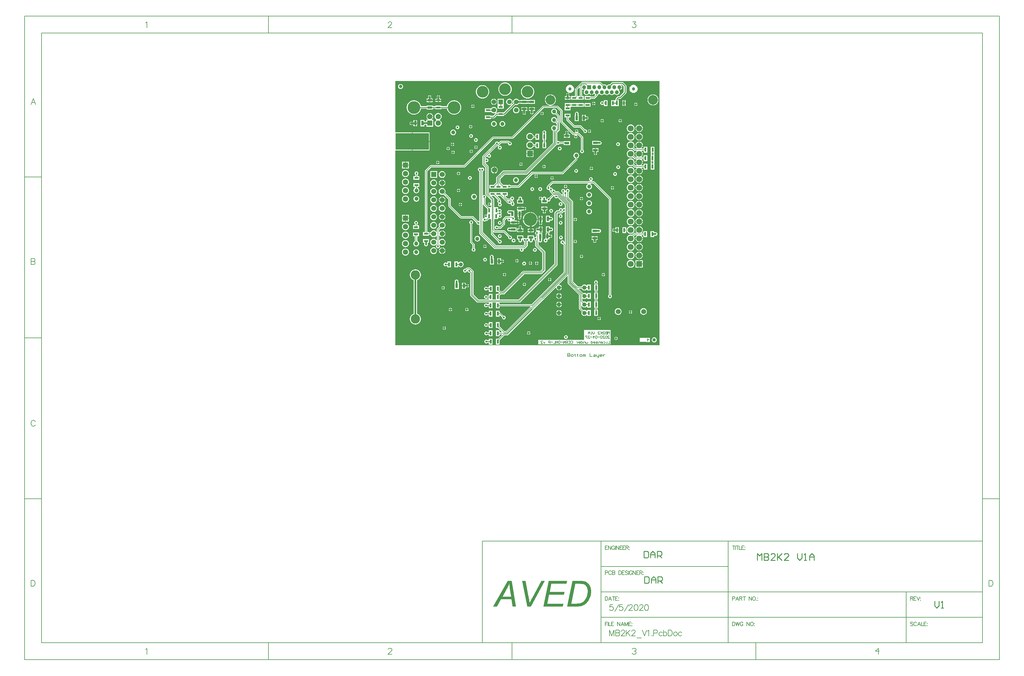
<source format=gbl>
G04*
G04 #@! TF.GenerationSoftware,Altium Limited,Altium Designer,20.1.7 (139)*
G04*
G04 Layer_Physical_Order=4*
G04 Layer_Color=16711680*
%FSLAX44Y44*%
%MOMM*%
G71*
G04*
G04 #@! TF.SameCoordinates,4FCD0223-78D8-4E5E-BEAE-C94ABB704BA9*
G04*
G04*
G04 #@! TF.FilePolarity,Positive*
G04*
G01*
G75*
%ADD11C,0.2500*%
%ADD14C,0.2000*%
%ADD16C,0.1500*%
%ADD22C,0.1270*%
%ADD23C,0.1778*%
%ADD40R,0.7000X1.4000*%
%ADD41R,1.3000X0.6000*%
%ADD43R,1.4000X0.7000*%
%ADD44R,0.6000X1.3000*%
%ADD69R,1.7000X1.7000*%
%ADD70C,1.7000*%
%ADD73C,3.4900*%
%ADD74R,1.3900X1.3900*%
%ADD75C,1.3900*%
%ADD92R,10.0000X5.0000*%
%ADD93C,1.0000*%
%ADD94C,0.5000*%
%ADD95C,0.1910*%
%ADD96C,0.7500*%
%ADD98C,1.2000*%
%ADD99C,2.0000*%
%ADD100R,1.8000X1.8000*%
%ADD101C,1.8000*%
%ADD102C,1.5240*%
%ADD103R,1.5240X1.5240*%
%ADD104C,2.8000*%
%ADD105C,1.5000*%
%ADD106C,0.9650*%
%ADD107C,2.8950*%
%ADD108R,1.2000X1.2000*%
%ADD109C,1.6000*%
%ADD110R,1.6000X1.6000*%
%ADD111C,3.8000*%
%ADD112C,1.3000*%
%ADD113C,4.0000*%
%ADD114C,0.6000*%
%ADD115C,1.6500*%
%ADD119C,1.0000*%
G36*
X796156Y3844D02*
X3844D01*
Y588000D01*
X53750D01*
Y615000D01*
Y642000D01*
X3844D01*
Y796156D01*
X796156D01*
Y3844D01*
D02*
G37*
G36*
X410400Y-780000D02*
X399300D01*
X384600Y-703100D01*
X394500D01*
X403300Y-749000D01*
Y-749100D01*
X403400Y-749500D01*
X403500Y-750200D01*
X403700Y-751100D01*
X403900Y-752100D01*
X404100Y-753400D01*
X404400Y-754700D01*
X404700Y-756200D01*
X405200Y-759400D01*
X405800Y-762700D01*
X406200Y-766100D01*
X406400Y-767600D01*
X406600Y-769100D01*
X406700Y-769000D01*
X406800Y-768700D01*
X407100Y-768200D01*
X407400Y-767500D01*
X407800Y-766600D01*
X408300Y-765700D01*
X408800Y-764600D01*
X409400Y-763500D01*
X410600Y-761000D01*
X412000Y-758400D01*
X413300Y-755800D01*
X414500Y-753500D01*
X441900Y-703100D01*
X452400D01*
X410400Y-780000D01*
D02*
G37*
G36*
X561399Y-703200D02*
X563200Y-703300D01*
X565299Y-703400D01*
X567399Y-703600D01*
X569399Y-704000D01*
X571199Y-704400D01*
X571299D01*
X571499Y-704500D01*
X571799Y-704600D01*
X572299Y-704700D01*
X573399Y-705100D01*
X574899Y-705700D01*
X576599Y-706500D01*
X578399Y-707500D01*
X580199Y-708700D01*
X581899Y-710200D01*
X581999D01*
X582099Y-710400D01*
X582599Y-710900D01*
X583399Y-711800D01*
X584399Y-713000D01*
X585499Y-714500D01*
X586699Y-716300D01*
X587799Y-718300D01*
X588699Y-720600D01*
Y-720700D01*
X588799Y-720900D01*
X588899Y-721200D01*
X589099Y-721700D01*
X589199Y-722300D01*
X589399Y-723000D01*
X589599Y-723800D01*
X589899Y-724700D01*
X590299Y-726700D01*
X590599Y-729100D01*
X590899Y-731800D01*
X590999Y-734600D01*
Y-734700D01*
Y-735000D01*
Y-735500D01*
Y-736200D01*
X590899Y-737000D01*
Y-737900D01*
X590799Y-739000D01*
X590599Y-740200D01*
X590299Y-742800D01*
X589799Y-745600D01*
X589099Y-748600D01*
X588099Y-751500D01*
Y-751600D01*
X587999Y-751800D01*
X587799Y-752200D01*
X587599Y-752800D01*
X587299Y-753400D01*
X586999Y-754200D01*
X586099Y-756000D01*
X585099Y-758100D01*
X583799Y-760400D01*
X582399Y-762700D01*
X580799Y-764900D01*
Y-765000D01*
X580599Y-765200D01*
X580399Y-765500D01*
X579999Y-765900D01*
X579099Y-766900D01*
X577899Y-768200D01*
X576499Y-769700D01*
X574899Y-771200D01*
X573099Y-772700D01*
X571299Y-774000D01*
X571199D01*
X571099Y-774100D01*
X570799Y-774300D01*
X570399Y-774500D01*
X569399Y-775100D01*
X567999Y-775800D01*
X566300Y-776600D01*
X564300Y-777400D01*
X562099Y-778200D01*
X559599Y-778800D01*
X559399D01*
X559100Y-778900D01*
X558699Y-779000D01*
X558200Y-779100D01*
X557599Y-779200D01*
X556100Y-779400D01*
X554199Y-779600D01*
X552099Y-779800D01*
X549599Y-779900D01*
X546899Y-780000D01*
X519300D01*
X535299Y-703100D01*
X560600D01*
X561399Y-703200D01*
D02*
G37*
G36*
X517500Y-711800D02*
X471900D01*
X466900Y-735800D01*
X511600D01*
X509800Y-744500D01*
X465100D01*
X459500Y-771300D01*
X508100D01*
X506300Y-780000D01*
X447500D01*
X463600Y-703100D01*
X519300D01*
X517500Y-711800D01*
D02*
G37*
G36*
X365900Y-780000D02*
X355900D01*
X352200Y-757900D01*
X321100D01*
X308800Y-780000D01*
X297500D01*
X340900Y-703100D01*
X353200D01*
X365900Y-780000D01*
D02*
G37*
%LPC*%
G36*
X20000Y787565D02*
X18042Y787307D01*
X16218Y786551D01*
X14651Y785349D01*
X13449Y783782D01*
X12693Y781958D01*
X12435Y780000D01*
X12693Y778042D01*
X13449Y776218D01*
X14651Y774651D01*
X16218Y773449D01*
X18042Y772693D01*
X20000Y772435D01*
X21958Y772693D01*
X23782Y773449D01*
X25349Y774651D01*
X26551Y776218D01*
X27307Y778042D01*
X27565Y780000D01*
X27307Y781958D01*
X26551Y783782D01*
X25349Y785349D01*
X23782Y786551D01*
X21958Y787307D01*
X20000Y787565D01*
D02*
G37*
G36*
X683837Y777000D02*
X676900D01*
Y770063D01*
X677988Y770206D01*
X679934Y771012D01*
X681606Y772294D01*
X682888Y773966D01*
X683694Y775912D01*
X683837Y777000D01*
D02*
G37*
G36*
X717930Y785155D02*
X714758Y784737D01*
X711803Y783513D01*
X709265Y781565D01*
X707317Y779027D01*
X706093Y776072D01*
X705675Y772900D01*
X706093Y769728D01*
X707317Y766773D01*
X709265Y764234D01*
X711803Y762287D01*
X714758Y761063D01*
X717930Y760645D01*
X721102Y761063D01*
X724057Y762287D01*
X726596Y764234D01*
X728543Y766773D01*
X729767Y769728D01*
X730185Y772900D01*
X729767Y776072D01*
X728543Y779027D01*
X726596Y781565D01*
X724057Y783513D01*
X721102Y784737D01*
X717930Y785155D01*
D02*
G37*
G36*
X527470D02*
X524298Y784737D01*
X521343Y783513D01*
X518805Y781565D01*
X516857Y779027D01*
X515633Y776072D01*
X515215Y772900D01*
X515633Y769728D01*
X516857Y766773D01*
X518805Y764234D01*
X521343Y762287D01*
X524298Y761063D01*
X527470Y760645D01*
X530642Y761063D01*
X533597Y762287D01*
X536135Y764234D01*
X538083Y766773D01*
X539307Y769728D01*
X539725Y772900D01*
X539307Y776072D01*
X538083Y779027D01*
X536135Y781565D01*
X533597Y783513D01*
X530642Y784737D01*
X527470Y785155D01*
D02*
G37*
G36*
X521750Y760399D02*
Y756500D01*
X525649D01*
X525460Y757451D01*
X524355Y759105D01*
X522701Y760210D01*
X521750Y760399D01*
D02*
G37*
G36*
X519750D02*
X518799Y760210D01*
X517145Y759105D01*
X516040Y757451D01*
X515851Y756500D01*
X519750D01*
Y760399D01*
D02*
G37*
G36*
X333000Y792197D02*
X329089Y791811D01*
X325328Y790670D01*
X321863Y788818D01*
X318825Y786325D01*
X316332Y783287D01*
X314479Y779821D01*
X313339Y776061D01*
X312953Y772150D01*
X313339Y768239D01*
X314479Y764479D01*
X316332Y761013D01*
X318825Y757975D01*
X321863Y755482D01*
X325328Y753629D01*
X329089Y752489D01*
X333000Y752103D01*
X336911Y752489D01*
X340671Y753629D01*
X344137Y755482D01*
X347175Y757975D01*
X349668Y761013D01*
X351521Y764479D01*
X352661Y768239D01*
X353046Y772150D01*
X352661Y776061D01*
X351521Y779821D01*
X349668Y783287D01*
X347175Y786325D01*
X344137Y788818D01*
X340671Y790670D01*
X336911Y791811D01*
X333000Y792197D01*
D02*
G37*
G36*
X134250Y753399D02*
Y749500D01*
X138149D01*
X137960Y750451D01*
X136855Y752105D01*
X135201Y753210D01*
X134250Y753399D01*
D02*
G37*
G36*
X132250D02*
X131299Y753210D01*
X129645Y752105D01*
X128540Y750451D01*
X128351Y749500D01*
X132250D01*
Y753399D01*
D02*
G37*
G36*
X108250D02*
Y749500D01*
X112149D01*
X111960Y750451D01*
X110855Y752105D01*
X109201Y753210D01*
X108250Y753399D01*
D02*
G37*
G36*
X106250D02*
X105299Y753210D01*
X103645Y752105D01*
X102540Y750451D01*
X102351Y749500D01*
X106250D01*
Y753399D01*
D02*
G37*
G36*
X525649Y754500D02*
X515851D01*
X516040Y753549D01*
X516895Y752270D01*
X516373Y751000D01*
X512250D01*
Y747000D01*
X529250D01*
Y751000D01*
X525127D01*
X524605Y752270D01*
X525460Y753549D01*
X525649Y754500D01*
D02*
G37*
G36*
X400600Y784097D02*
X396689Y783711D01*
X392929Y782570D01*
X389463Y780718D01*
X386425Y778225D01*
X383932Y775187D01*
X382079Y771721D01*
X380939Y767961D01*
X380553Y764050D01*
X380939Y760139D01*
X382079Y756378D01*
X383932Y752913D01*
X386425Y749875D01*
X389463Y747382D01*
X392929Y745529D01*
X396689Y744389D01*
X400600Y744003D01*
X404511Y744389D01*
X408271Y745529D01*
X411737Y747382D01*
X414775Y749875D01*
X417268Y752913D01*
X419120Y756378D01*
X420261Y760139D01*
X420647Y764050D01*
X420261Y767961D01*
X419120Y771721D01*
X417268Y775187D01*
X414775Y778225D01*
X411737Y780718D01*
X408271Y782570D01*
X404511Y783711D01*
X400600Y784097D01*
D02*
G37*
G36*
X265400D02*
X261489Y783711D01*
X257729Y782570D01*
X254263Y780718D01*
X251225Y778225D01*
X248732Y775187D01*
X246879Y771721D01*
X245739Y767961D01*
X245354Y764050D01*
X245739Y760139D01*
X246879Y756378D01*
X248732Y752913D01*
X251225Y749875D01*
X254263Y747382D01*
X257729Y745529D01*
X261489Y744389D01*
X265400Y744003D01*
X269311Y744389D01*
X273071Y745529D01*
X276537Y747382D01*
X279575Y749875D01*
X282068Y752913D01*
X283920Y756378D01*
X285061Y760139D01*
X285446Y764050D01*
X285061Y767961D01*
X283920Y771721D01*
X282068Y775187D01*
X279575Y778225D01*
X276537Y780718D01*
X273071Y782570D01*
X269311Y783711D01*
X265400Y784097D01*
D02*
G37*
G36*
X529250Y745000D02*
X521750D01*
Y741000D01*
X529250D01*
Y745000D01*
D02*
G37*
G36*
X519750D02*
X512250D01*
Y741000D01*
X519750D01*
Y745000D01*
D02*
G37*
G36*
X777350Y756356D02*
Y740900D01*
X792806D01*
X792587Y743130D01*
X791645Y746235D01*
X790115Y749097D01*
X788056Y751606D01*
X785547Y753665D01*
X782685Y755194D01*
X779580Y756137D01*
X777350Y756356D01*
D02*
G37*
G36*
X775350D02*
X773120Y756137D01*
X770015Y755194D01*
X767153Y753665D01*
X764644Y751606D01*
X762585Y749097D01*
X761055Y746235D01*
X760113Y743130D01*
X759894Y740900D01*
X775350D01*
Y756356D01*
D02*
G37*
G36*
X470050D02*
Y740900D01*
X485506D01*
X485287Y743130D01*
X484344Y746235D01*
X482815Y749097D01*
X480756Y751606D01*
X478247Y753665D01*
X475385Y755194D01*
X472280Y756137D01*
X470050Y756356D01*
D02*
G37*
G36*
X468050D02*
X465820Y756137D01*
X462715Y755194D01*
X459853Y753665D01*
X457344Y751606D01*
X455285Y749097D01*
X453755Y746235D01*
X452813Y743130D01*
X452594Y740900D01*
X468050D01*
Y756356D01*
D02*
G37*
G36*
X138149Y747500D02*
X128351D01*
X128540Y746549D01*
X129645Y744895D01*
X129833Y744770D01*
X129447Y743500D01*
X124750D01*
Y739500D01*
X133250D01*
X141750D01*
Y743500D01*
X137053D01*
X136667Y744770D01*
X136855Y744895D01*
X137960Y746549D01*
X138149Y747500D01*
D02*
G37*
G36*
X112149D02*
X102351D01*
X102540Y746549D01*
X103395Y745270D01*
X102873Y744000D01*
X98250D01*
Y739500D01*
X107250D01*
X116250D01*
Y744000D01*
X111627D01*
X111105Y745270D01*
X111960Y746549D01*
X112149Y747500D01*
D02*
G37*
G36*
X618050Y793564D02*
X564426D01*
X563158Y793311D01*
X562083Y792593D01*
X543407Y773917D01*
X542689Y772842D01*
X542436Y771574D01*
Y751500D01*
X531000D01*
Y740500D01*
X549000D01*
Y747930D01*
X549064Y748250D01*
Y770201D01*
X555763Y776901D01*
X556936Y776415D01*
Y751500D01*
X550500D01*
Y740500D01*
X568500D01*
Y751500D01*
X563564D01*
Y770871D01*
X564834Y771497D01*
X565466Y771012D01*
X567412Y770206D01*
X568500Y770063D01*
Y778000D01*
X570500D01*
Y769714D01*
X570549Y769654D01*
X570859Y768829D01*
X569675Y767287D01*
X568819Y765219D01*
X568527Y763000D01*
X568819Y760781D01*
X569675Y758713D01*
X571038Y756938D01*
X572813Y755575D01*
X574881Y754719D01*
X577100Y754427D01*
X579319Y754719D01*
X581387Y755575D01*
X583162Y756938D01*
X584255Y758363D01*
X584262Y758366D01*
X585439Y758467D01*
X585761Y758380D01*
X586594Y757294D01*
X588265Y756012D01*
X590212Y755206D01*
X591300Y755063D01*
Y763000D01*
X593300D01*
Y755063D01*
X594388Y755206D01*
X596334Y756012D01*
X598006Y757294D01*
X598839Y758380D01*
X599161Y758467D01*
X600338Y758366D01*
X600344Y758363D01*
X601438Y756938D01*
X602721Y755953D01*
X602985Y754422D01*
X598128Y749564D01*
X589500D01*
Y751500D01*
X571500D01*
Y740500D01*
X589500D01*
Y742936D01*
X599500D01*
X600768Y743189D01*
X601843Y743907D01*
X609843Y751907D01*
X610561Y752982D01*
X610814Y754250D01*
Y755172D01*
X611787Y755575D01*
X613562Y756938D01*
X614300Y757899D01*
X615900D01*
X616638Y756938D01*
X618413Y755575D01*
X620481Y754719D01*
X622700Y754427D01*
X624919Y754719D01*
X626987Y755575D01*
X628762Y756938D01*
X629500Y757899D01*
X631100D01*
X631838Y756938D01*
X633613Y755575D01*
X635681Y754719D01*
X637900Y754427D01*
X640119Y754719D01*
X642187Y755575D01*
X643962Y756938D01*
X644700Y757899D01*
X646300D01*
X647038Y756938D01*
X648813Y755575D01*
X650881Y754719D01*
X653100Y754427D01*
X655319Y754719D01*
X657387Y755575D01*
X659162Y756938D01*
X659900Y757899D01*
X661500D01*
X662238Y756938D01*
X664013Y755575D01*
X666081Y754719D01*
X668300Y754427D01*
X670519Y754719D01*
X672587Y755575D01*
X674362Y756938D01*
X675725Y758713D01*
X676581Y760781D01*
X676873Y763000D01*
X676581Y765219D01*
X675725Y767287D01*
X674541Y768829D01*
X674851Y769654D01*
X674900Y769714D01*
Y778000D01*
X675900D01*
Y779000D01*
X683837D01*
X683694Y780088D01*
X682888Y782035D01*
X681606Y783706D01*
X680692Y784407D01*
X681123Y785677D01*
X683166D01*
X688677Y780166D01*
Y763084D01*
X676416Y750823D01*
X672750D01*
X671287Y750532D01*
X670046Y749704D01*
X665046Y744704D01*
X664218Y743463D01*
X663927Y742000D01*
Y739250D01*
X662500D01*
Y739250D01*
X661750D01*
Y739250D01*
X650750D01*
Y721250D01*
X661750D01*
Y721250D01*
X662500D01*
Y721250D01*
X673500D01*
Y739250D01*
X671824D01*
X671677Y740520D01*
X674334Y743177D01*
X678000D01*
X679463Y743468D01*
X680704Y744296D01*
X695204Y758796D01*
X696032Y760037D01*
X696323Y761500D01*
Y781750D01*
X696032Y783213D01*
X695204Y784454D01*
X687454Y792204D01*
X686213Y793032D01*
X684750Y793323D01*
X655500D01*
X654037Y793032D01*
X652796Y792204D01*
X646972Y786379D01*
X645500Y786573D01*
X643281Y786281D01*
X641213Y785425D01*
X639438Y784062D01*
X638700Y783101D01*
X637100D01*
X636362Y784062D01*
X634587Y785425D01*
X632519Y786281D01*
X630300Y786573D01*
X628081Y786281D01*
X627108Y785878D01*
X620393Y792593D01*
X619318Y793311D01*
X619108Y793353D01*
X618050Y793564D01*
D02*
G37*
G36*
X300500Y742946D02*
Y735050D01*
X308396D01*
X308220Y736386D01*
X307318Y738564D01*
X305883Y740433D01*
X304014Y741868D01*
X301836Y742770D01*
X300500Y742946D01*
D02*
G37*
G36*
X298500D02*
X297164Y742770D01*
X294986Y741868D01*
X293117Y740433D01*
X291682Y738564D01*
X290780Y736386D01*
X290604Y735050D01*
X298500D01*
Y742946D01*
D02*
G37*
G36*
X640250Y739250D02*
X629250D01*
Y734578D01*
X627980Y734193D01*
X627965Y734215D01*
X626146Y735431D01*
X624000Y735858D01*
X621854Y735431D01*
X620035Y734215D01*
X618819Y732396D01*
X618392Y730250D01*
X618819Y728104D01*
X620035Y726285D01*
X621854Y725069D01*
X624000Y724642D01*
X626146Y725069D01*
X627965Y726285D01*
X627980Y726307D01*
X629250Y725921D01*
Y721250D01*
X640250D01*
Y739250D01*
D02*
G37*
G36*
X141750Y737500D02*
X134250D01*
Y733500D01*
X141750D01*
Y737500D01*
D02*
G37*
G36*
X132250D02*
X124750D01*
Y733500D01*
X132250D01*
Y737500D01*
D02*
G37*
G36*
X116250D02*
X108250D01*
Y733000D01*
X116250D01*
Y737500D01*
D02*
G37*
G36*
X106250D02*
X98250D01*
Y733000D01*
X106250D01*
Y737500D01*
D02*
G37*
G36*
X694500Y738750D02*
X690500D01*
Y731250D01*
X694500D01*
Y738750D01*
D02*
G37*
G36*
X688500D02*
X684500D01*
Y731250D01*
X688500D01*
Y738750D01*
D02*
G37*
G36*
X599750Y733899D02*
Y730000D01*
X603649D01*
X603460Y730951D01*
X602355Y732605D01*
X600701Y733710D01*
X599750Y733899D01*
D02*
G37*
G36*
X597750D02*
X596799Y733710D01*
X595145Y732605D01*
X594040Y730951D01*
X593851Y730000D01*
X597750D01*
Y733899D01*
D02*
G37*
G36*
X725750Y731399D02*
Y727500D01*
X729649D01*
X729460Y728451D01*
X728355Y730105D01*
X726701Y731210D01*
X725750Y731399D01*
D02*
G37*
G36*
X723750D02*
X722799Y731210D01*
X721145Y730105D01*
X720040Y728451D01*
X719851Y727500D01*
X723750D01*
Y731399D01*
D02*
G37*
G36*
X366500Y743581D02*
X364033Y743257D01*
X361734Y742305D01*
X359760Y740790D01*
X358245Y738816D01*
X357293Y736517D01*
X356968Y734050D01*
X357293Y731583D01*
X357684Y730641D01*
X354300Y727257D01*
X353343Y728096D01*
X354254Y729284D01*
X355207Y731583D01*
X355532Y734050D01*
X355207Y736517D01*
X354254Y738816D01*
X352740Y740790D01*
X350766Y742305D01*
X348467Y743257D01*
X346000Y743581D01*
X343533Y743257D01*
X341234Y742305D01*
X339260Y740790D01*
X337745Y738816D01*
X336793Y736517D01*
X336468Y734050D01*
X336793Y731583D01*
X337745Y729284D01*
X339260Y727310D01*
X341234Y725795D01*
X343533Y724843D01*
X346000Y724518D01*
X348467Y724843D01*
X350766Y725795D01*
X351954Y726707D01*
X352793Y725750D01*
X330166Y703123D01*
X329000Y702750D01*
Y702750D01*
X329000Y702750D01*
X311000D01*
Y701073D01*
X307500D01*
X306240Y702118D01*
X306240Y702410D01*
X307754Y704384D01*
X308707Y706683D01*
X309032Y709150D01*
X308707Y711617D01*
X307754Y713916D01*
X306240Y715890D01*
X304266Y717404D01*
X301967Y718357D01*
X299500Y718681D01*
X297033Y718357D01*
X294734Y717404D01*
X292760Y715890D01*
X291770Y714599D01*
X290500Y714750D01*
X290500Y714750D01*
X272500D01*
Y703750D01*
X290500D01*
X290500Y703750D01*
Y703750D01*
X291757Y703718D01*
X292760Y702410D01*
X294734Y700895D01*
X297033Y699943D01*
X299500Y699618D01*
X301967Y699943D01*
X303713Y700667D01*
X304433Y699590D01*
X296916Y692073D01*
X290500D01*
Y693250D01*
X272500D01*
Y682250D01*
X290500D01*
Y684426D01*
X298500D01*
X299963Y684718D01*
X301204Y685546D01*
X309084Y693427D01*
X311000D01*
Y691750D01*
X329000D01*
Y693677D01*
X329950D01*
X331413Y693968D01*
X332654Y694796D01*
X363091Y725234D01*
X364033Y724843D01*
X366500Y724518D01*
X368967Y724843D01*
X371266Y725795D01*
X373240Y727310D01*
X374384Y728802D01*
X381000D01*
Y727750D01*
X400000D01*
Y728802D01*
X403750D01*
Y727750D01*
X422750D01*
Y739750D01*
X403750D01*
Y738998D01*
X400000D01*
Y739750D01*
X381000D01*
Y738998D01*
X374615D01*
X373240Y740790D01*
X371266Y742305D01*
X368967Y743257D01*
X366500Y743581D01*
D02*
G37*
G36*
X308396Y733050D02*
X300500D01*
Y725154D01*
X301836Y725330D01*
X304014Y726232D01*
X305883Y727667D01*
X307318Y729536D01*
X308220Y731713D01*
X308396Y733050D01*
D02*
G37*
G36*
X298500D02*
X290604D01*
X290780Y731713D01*
X291682Y729536D01*
X293117Y727667D01*
X294986Y726232D01*
X297164Y725330D01*
X298500Y725154D01*
Y733050D01*
D02*
G37*
G36*
X603649Y728000D02*
X599750D01*
Y724101D01*
X600701Y724290D01*
X602355Y725395D01*
X603460Y727049D01*
X603649Y728000D01*
D02*
G37*
G36*
X597750D02*
X593851D01*
X594040Y727049D01*
X595145Y725395D01*
X596799Y724290D01*
X597750Y724101D01*
Y728000D01*
D02*
G37*
G36*
X792806Y738900D02*
X777350D01*
Y723444D01*
X779580Y723663D01*
X782685Y724605D01*
X785547Y726135D01*
X788056Y728194D01*
X790115Y730703D01*
X791645Y733565D01*
X792587Y736670D01*
X792806Y738900D01*
D02*
G37*
G36*
X775350D02*
X759894D01*
X760113Y736670D01*
X761055Y733565D01*
X762585Y730703D01*
X764644Y728194D01*
X767153Y726135D01*
X770015Y724605D01*
X773120Y723663D01*
X775350Y723444D01*
Y738900D01*
D02*
G37*
G36*
X694500Y729250D02*
X690500D01*
Y721750D01*
X694500D01*
Y729250D01*
D02*
G37*
G36*
X688500D02*
X684500D01*
Y721750D01*
X688500D01*
Y729250D01*
D02*
G37*
G36*
X237750Y725649D02*
Y721750D01*
X241649D01*
X241460Y722701D01*
X240355Y724355D01*
X238701Y725460D01*
X237750Y725649D01*
D02*
G37*
G36*
X235750D02*
X234799Y725460D01*
X233145Y724355D01*
X232040Y722701D01*
X231851Y721750D01*
X235750D01*
Y725649D01*
D02*
G37*
G36*
X729649Y725500D02*
X725750D01*
Y721601D01*
X726701Y721790D01*
X728355Y722895D01*
X729460Y724549D01*
X729649Y725500D01*
D02*
G37*
G36*
X723750D02*
X719851D01*
X720040Y724549D01*
X721145Y722895D01*
X722799Y721790D01*
X723750Y721601D01*
Y725500D01*
D02*
G37*
G36*
X180200Y738704D02*
X175985Y738289D01*
X171933Y737059D01*
X168197Y735063D01*
X164924Y732376D01*
X162237Y729102D01*
X160240Y725368D01*
X159011Y721315D01*
X158973Y720923D01*
X142250D01*
Y722500D01*
X124250D01*
Y720923D01*
X116750D01*
Y723000D01*
X97750D01*
Y720923D01*
X81027D01*
X80989Y721315D01*
X79759Y725368D01*
X77763Y729102D01*
X75076Y732376D01*
X71803Y735063D01*
X68067Y737059D01*
X64015Y738289D01*
X59800Y738704D01*
X55585Y738289D01*
X51533Y737059D01*
X47797Y735063D01*
X44524Y732376D01*
X41837Y729102D01*
X39840Y725368D01*
X38611Y721315D01*
X38196Y717100D01*
X38611Y712885D01*
X39840Y708832D01*
X41837Y705097D01*
X44524Y701824D01*
X47797Y699137D01*
X51533Y697141D01*
X55585Y695911D01*
X59800Y695496D01*
X64015Y695911D01*
X68067Y697141D01*
X71803Y699137D01*
X75076Y701824D01*
X77763Y705097D01*
X79759Y708832D01*
X80989Y712885D01*
X81027Y713277D01*
X97750D01*
Y711000D01*
X116750D01*
Y713277D01*
X124250D01*
Y711500D01*
X142250D01*
Y713277D01*
X158973D01*
X159011Y712885D01*
X160240Y708832D01*
X162237Y705097D01*
X164924Y701824D01*
X168197Y699137D01*
X171933Y697141D01*
X175985Y695911D01*
X180200Y695496D01*
X184415Y695911D01*
X188468Y697141D01*
X192202Y699137D01*
X195476Y701824D01*
X198163Y705097D01*
X200159Y708832D01*
X201389Y712885D01*
X201804Y717100D01*
X201389Y721315D01*
X200159Y725368D01*
X198163Y729102D01*
X195476Y732376D01*
X192202Y735063D01*
X188468Y737059D01*
X184415Y738289D01*
X180200Y738704D01*
D02*
G37*
G36*
X529750Y730000D02*
X529750Y730000D01*
X511750D01*
Y719750D01*
X511500D01*
Y708750D01*
X529500D01*
Y717833D01*
X530770Y719000D01*
X531000Y719000D01*
Y719000D01*
X549000D01*
Y721186D01*
X550500D01*
Y719000D01*
X568500D01*
Y721186D01*
X571500D01*
Y719000D01*
X589500D01*
Y730000D01*
X571500D01*
Y727814D01*
X568500D01*
Y730000D01*
X550500D01*
Y727814D01*
X549000D01*
Y730000D01*
X531000D01*
X531000Y730000D01*
Y730000D01*
X529750Y730000D01*
Y730000D01*
D02*
G37*
G36*
X241649Y719750D02*
X237750D01*
Y715851D01*
X238701Y716040D01*
X240355Y717145D01*
X241460Y718799D01*
X241649Y719750D01*
D02*
G37*
G36*
X235750D02*
X231851D01*
X232040Y718799D01*
X233145Y717145D01*
X234799Y716040D01*
X235750Y715851D01*
Y719750D01*
D02*
G37*
G36*
X422250Y717750D02*
X414250D01*
Y713250D01*
X422250D01*
Y717750D01*
D02*
G37*
G36*
X412250D02*
X404250D01*
Y713250D01*
X412250D01*
Y717750D01*
D02*
G37*
G36*
X399500D02*
X391500D01*
Y713250D01*
X399500D01*
Y717750D01*
D02*
G37*
G36*
X389500D02*
X381500D01*
Y713250D01*
X389500D01*
Y717750D01*
D02*
G37*
G36*
X329450Y743500D02*
X310550D01*
Y724600D01*
X310550D01*
X311000Y724250D01*
Y713250D01*
X329000D01*
Y724250D01*
X329450Y724600D01*
X329450D01*
Y743500D01*
D02*
G37*
G36*
X422250Y711250D02*
X404250D01*
Y706750D01*
X409822D01*
X410207Y705480D01*
X409645Y705105D01*
X408540Y703451D01*
X408351Y702500D01*
X418149D01*
X417960Y703451D01*
X416855Y705105D01*
X416293Y705480D01*
X416679Y706750D01*
X422250D01*
Y711250D01*
D02*
G37*
G36*
X399500D02*
X381500D01*
Y706750D01*
X388928D01*
X389862Y705939D01*
X389862Y705938D01*
X389862D01*
X389907Y705480D01*
X389869Y705472D01*
X388549Y705210D01*
X386895Y704105D01*
X385790Y702451D01*
X385601Y701500D01*
X395399D01*
X395210Y702451D01*
X394105Y704105D01*
X392451Y705210D01*
X391131Y705472D01*
X391093Y705480D01*
X391138Y705938D01*
X391138D01*
X391138Y705939D01*
X392072Y706750D01*
X399500D01*
Y711250D01*
D02*
G37*
G36*
X445000Y704149D02*
Y700250D01*
X448899D01*
X448710Y701201D01*
X447605Y702855D01*
X445951Y703960D01*
X445000Y704149D01*
D02*
G37*
G36*
X443000D02*
X442049Y703960D01*
X440395Y702855D01*
X439290Y701201D01*
X439101Y700250D01*
X443000D01*
Y704149D01*
D02*
G37*
G36*
X366500Y718681D02*
X364033Y718357D01*
X361734Y717404D01*
X359760Y715890D01*
X358245Y713916D01*
X357293Y711617D01*
X356968Y709150D01*
X357293Y706683D01*
X358245Y704384D01*
X359760Y702410D01*
X361734Y700895D01*
X364033Y699943D01*
X366500Y699618D01*
X368967Y699943D01*
X371266Y700895D01*
X373240Y702410D01*
X374754Y704384D01*
X375707Y706683D01*
X376031Y709150D01*
X375707Y711617D01*
X374754Y713916D01*
X373240Y715890D01*
X371266Y717404D01*
X368967Y718357D01*
X366500Y718681D01*
D02*
G37*
G36*
X418149Y700500D02*
X414250D01*
Y696601D01*
X415201Y696790D01*
X416855Y697895D01*
X417960Y699549D01*
X418149Y700500D01*
D02*
G37*
G36*
X412250D02*
X408351D01*
X408540Y699549D01*
X409645Y697895D01*
X411299Y696790D01*
X412250Y696601D01*
Y700500D01*
D02*
G37*
G36*
X395399Y699500D02*
X391500D01*
Y695601D01*
X392451Y695790D01*
X394105Y696895D01*
X395210Y698549D01*
X395399Y699500D01*
D02*
G37*
G36*
X389500D02*
X385601D01*
X385790Y698549D01*
X386895Y696895D01*
X388549Y695790D01*
X389500Y695601D01*
Y699500D01*
D02*
G37*
G36*
X448899Y698250D02*
X445000D01*
Y694351D01*
X445951Y694540D01*
X447605Y695645D01*
X448710Y697299D01*
X448899Y698250D01*
D02*
G37*
G36*
X443000D02*
X439101D01*
X439290Y697299D01*
X440395Y695645D01*
X442049Y694540D01*
X443000Y694351D01*
Y698250D01*
D02*
G37*
G36*
X108500Y699955D02*
Y691000D01*
X117455D01*
X117242Y692610D01*
X116235Y695043D01*
X114632Y697132D01*
X112543Y698735D01*
X110111Y699743D01*
X108500Y699955D01*
D02*
G37*
G36*
X106500Y699955D02*
X104889Y699743D01*
X102457Y698735D01*
X100368Y697132D01*
X98765Y695043D01*
X97757Y692610D01*
X97545Y691000D01*
X106500D01*
Y699955D01*
D02*
G37*
G36*
X579000Y690649D02*
Y686750D01*
X582899D01*
X582710Y687701D01*
X581605Y689355D01*
X579951Y690460D01*
X579000Y690649D01*
D02*
G37*
G36*
X568250Y694750D02*
X563750D01*
Y686750D01*
X568250D01*
Y694750D01*
D02*
G37*
G36*
X582899Y684750D02*
X579000D01*
Y680851D01*
X579951Y681040D01*
X581605Y682145D01*
X582710Y683799D01*
X582899Y684750D01*
D02*
G37*
G36*
X574750Y694750D02*
X570250D01*
Y685750D01*
Y676750D01*
X574750D01*
Y680561D01*
X575870Y681160D01*
X576049Y681040D01*
X577000Y680851D01*
Y685750D01*
Y690649D01*
X576049Y690460D01*
X575870Y690340D01*
X574750Y690939D01*
Y694750D01*
D02*
G37*
G36*
X679000Y682649D02*
Y678750D01*
X682899D01*
X682710Y679701D01*
X681605Y681355D01*
X679951Y682460D01*
X679000Y682649D01*
D02*
G37*
G36*
X677000D02*
X676049Y682460D01*
X674395Y681355D01*
X673290Y679701D01*
X673101Y678750D01*
X677000D01*
Y682649D01*
D02*
G37*
G36*
X625000Y682399D02*
Y678500D01*
X628899D01*
X628710Y679451D01*
X627605Y681105D01*
X625951Y682210D01*
X625000Y682399D01*
D02*
G37*
G36*
X623000D02*
X622049Y682210D01*
X620395Y681105D01*
X619290Y679451D01*
X619101Y678500D01*
X623000D01*
Y682399D01*
D02*
G37*
G36*
X568250Y684750D02*
X563750D01*
Y676750D01*
X568250D01*
Y684750D01*
D02*
G37*
G36*
X548000Y704358D02*
X545854Y703931D01*
X544035Y702715D01*
X542819Y700896D01*
X542392Y698750D01*
X542652Y697444D01*
Y695250D01*
X541750D01*
Y676250D01*
X553750D01*
Y695250D01*
X553679D01*
X553125Y696520D01*
X553181Y696604D01*
X553608Y698750D01*
X553181Y700896D01*
X551965Y702715D01*
X550146Y703931D01*
X548000Y704358D01*
D02*
G37*
G36*
X480000Y713573D02*
X477781Y713281D01*
X475713Y712425D01*
X473938Y711062D01*
X472575Y709287D01*
X471719Y707219D01*
X471427Y705000D01*
X471719Y702781D01*
X472575Y700713D01*
X473938Y698938D01*
X475713Y697575D01*
X477781Y696719D01*
X480000Y696427D01*
X482219Y696719D01*
X483192Y697122D01*
X490436Y689877D01*
Y675909D01*
X489263Y675423D01*
X487878Y676808D01*
X488281Y677781D01*
X488573Y680000D01*
X488281Y682219D01*
X487425Y684287D01*
X486062Y686062D01*
X484287Y687425D01*
X482219Y688281D01*
X480000Y688573D01*
X477781Y688281D01*
X475713Y687425D01*
X473938Y686062D01*
X472575Y684287D01*
X471719Y682219D01*
X471427Y680000D01*
X471719Y677781D01*
X472575Y675713D01*
X473938Y673938D01*
X475713Y672575D01*
X477781Y671719D01*
X480000Y671427D01*
X482219Y671719D01*
X483192Y672122D01*
X487436Y667878D01*
Y661358D01*
X486166Y660927D01*
X486062Y661062D01*
X484287Y662425D01*
X482219Y663281D01*
X480000Y663573D01*
X477781Y663281D01*
X475713Y662425D01*
X473938Y661062D01*
X472575Y659287D01*
X471719Y657219D01*
X471427Y655000D01*
X471719Y652781D01*
X472575Y650713D01*
X473938Y648938D01*
X475713Y647575D01*
X476436Y647276D01*
Y611373D01*
X393377Y528314D01*
X328257D01*
X326989Y528061D01*
X325914Y527343D01*
X307407Y508836D01*
X306689Y507761D01*
X306436Y506493D01*
Y492123D01*
X299064Y484750D01*
X286500D01*
Y473750D01*
X303230D01*
X304500Y473750D01*
Y473750D01*
X304500D01*
Y473750D01*
X322500D01*
X322500Y473750D01*
X322750D01*
Y473750D01*
X323770Y473750D01*
X340750D01*
Y475471D01*
X342020Y475877D01*
X343604Y474819D01*
X345750Y474392D01*
X347896Y474819D01*
X349715Y476035D01*
X350151Y476686D01*
X373500D01*
X374768Y476939D01*
X375843Y477657D01*
X415373Y517186D01*
X505507D01*
X506776Y517439D01*
X507850Y518157D01*
X548843Y559150D01*
X549561Y560224D01*
X549814Y561493D01*
Y564922D01*
X550787Y565325D01*
X552562Y566688D01*
X553925Y568463D01*
X554781Y570531D01*
X555073Y572750D01*
X554781Y574969D01*
X553925Y577037D01*
X552562Y578812D01*
X550787Y580175D01*
X548719Y581031D01*
X546500Y581323D01*
X544281Y581031D01*
X542213Y580175D01*
X540438Y578812D01*
X539075Y577037D01*
X538219Y574969D01*
X537927Y572750D01*
X538219Y570531D01*
X539075Y568463D01*
X540438Y566688D01*
X542213Y565325D01*
X543186Y564922D01*
Y562865D01*
X504135Y523814D01*
X414000D01*
X412732Y523561D01*
X411657Y522843D01*
X372127Y483314D01*
X350151D01*
X349715Y483965D01*
X347896Y485181D01*
X345750Y485608D01*
X343604Y485181D01*
X342020Y484123D01*
X340750Y484529D01*
Y484750D01*
X327436D01*
X319064Y493122D01*
Y502635D01*
X332115Y515686D01*
X397235D01*
X398503Y515939D01*
X399578Y516657D01*
X488093Y605172D01*
X488307Y605492D01*
X489944Y605926D01*
X490104Y605819D01*
X492250Y605392D01*
X494396Y605819D01*
X496215Y607035D01*
X496511Y607477D01*
X509000D01*
Y604500D01*
X528000D01*
Y616500D01*
X509000D01*
Y614523D01*
X496511D01*
X496215Y614965D01*
X494396Y616181D01*
X492250Y616608D01*
X490334Y616227D01*
X489064Y616897D01*
Y641127D01*
X496093Y648157D01*
X496811Y649232D01*
X497064Y650500D01*
Y691250D01*
X496811Y692518D01*
X496093Y693593D01*
X487878Y701808D01*
X488281Y702781D01*
X488573Y705000D01*
X488281Y707219D01*
X487425Y709287D01*
X486062Y711062D01*
X484287Y712425D01*
X482219Y713281D01*
X480000Y713573D01*
D02*
G37*
G36*
X107500Y690000D02*
D01*
Y689000D01*
X97545D01*
X97757Y687390D01*
X98765Y684957D01*
X100368Y682868D01*
X101799Y681770D01*
X101368Y680500D01*
X97000D01*
Y675098D01*
X91750D01*
Y679500D01*
X79750D01*
Y660500D01*
X91750D01*
Y664902D01*
X97000D01*
Y659500D01*
X118000D01*
Y680500D01*
X113632D01*
X113201Y681770D01*
X114632Y682868D01*
X116235Y684957D01*
X117242Y687390D01*
X117455Y689000D01*
X107500D01*
Y690000D01*
D02*
G37*
G36*
X682899Y676750D02*
X679000D01*
Y672851D01*
X679951Y673040D01*
X681605Y674145D01*
X682710Y675799D01*
X682899Y676750D01*
D02*
G37*
G36*
X677000D02*
X673101D01*
X673290Y675799D01*
X674395Y674145D01*
X676049Y673040D01*
X677000Y672851D01*
Y676750D01*
D02*
G37*
G36*
X628899Y676500D02*
X625000D01*
Y672601D01*
X625951Y672790D01*
X627605Y673895D01*
X628710Y675549D01*
X628899Y676500D01*
D02*
G37*
G36*
X623000D02*
X619101D01*
X619290Y675549D01*
X620395Y673895D01*
X622049Y672790D01*
X623000Y672601D01*
Y676500D01*
D02*
G37*
G36*
X69750Y679000D02*
X65250D01*
Y671000D01*
X69750D01*
Y679000D01*
D02*
G37*
G36*
X63250D02*
X58750D01*
Y671000D01*
X63250D01*
Y679000D01*
D02*
G37*
G36*
X53000Y674399D02*
Y670500D01*
X56899D01*
X56710Y671451D01*
X55605Y673105D01*
X53951Y674210D01*
X53000Y674399D01*
D02*
G37*
G36*
X51000D02*
X50049Y674210D01*
X48395Y673105D01*
X47290Y671451D01*
X47101Y670500D01*
X51000D01*
Y674399D01*
D02*
G37*
G36*
X56899Y668500D02*
X53000D01*
Y664601D01*
X53951Y664790D01*
X55605Y665895D01*
X56710Y667549D01*
X56899Y668500D01*
D02*
G37*
G36*
X51000D02*
X47101D01*
X47290Y667549D01*
X48395Y665895D01*
X50049Y664790D01*
X51000Y664601D01*
Y668500D01*
D02*
G37*
G36*
X69750Y669000D02*
X65250D01*
Y661000D01*
X69750D01*
Y669000D01*
D02*
G37*
G36*
X63250D02*
X58750D01*
Y661000D01*
X63250D01*
Y669000D01*
D02*
G37*
G36*
X231000Y664399D02*
Y660500D01*
X234899D01*
X234710Y661451D01*
X233605Y663105D01*
X231951Y664210D01*
X231000Y664399D01*
D02*
G37*
G36*
X229000D02*
X228049Y664210D01*
X226395Y663105D01*
X225290Y661451D01*
X225101Y660500D01*
X229000D01*
Y664399D01*
D02*
G37*
G36*
X325120Y676593D02*
X322901Y676301D01*
X320833Y675445D01*
X319058Y674082D01*
X317695Y672307D01*
X316839Y670239D01*
X316547Y668020D01*
X316839Y665801D01*
X317695Y663733D01*
X319058Y661958D01*
X320833Y660595D01*
X322901Y659739D01*
X325120Y659447D01*
X327339Y659739D01*
X329407Y660595D01*
X331182Y661958D01*
X332545Y663733D01*
X333401Y665801D01*
X333693Y668020D01*
X333401Y670239D01*
X332545Y672307D01*
X331182Y674082D01*
X329407Y675445D01*
X327339Y676301D01*
X325120Y676593D01*
D02*
G37*
G36*
X299720D02*
X297501Y676301D01*
X295433Y675445D01*
X293658Y674082D01*
X292295Y672307D01*
X291439Y670239D01*
X291147Y668020D01*
X291439Y665801D01*
X292295Y663733D01*
X293658Y661958D01*
X295433Y660595D01*
X297501Y659739D01*
X299720Y659447D01*
X301939Y659739D01*
X304007Y660595D01*
X305782Y661958D01*
X307145Y663733D01*
X308001Y665801D01*
X308293Y668020D01*
X308001Y670239D01*
X307145Y672307D01*
X305782Y674082D01*
X304007Y675445D01*
X301939Y676301D01*
X299720Y676593D01*
D02*
G37*
G36*
X132500Y700591D02*
X129759Y700230D01*
X127205Y699172D01*
X125011Y697489D01*
X123328Y695295D01*
X122270Y692741D01*
X121909Y690000D01*
X122270Y687259D01*
X123328Y684705D01*
X125011Y682511D01*
X127205Y680828D01*
X127671Y680635D01*
Y679365D01*
X127205Y679172D01*
X125011Y677489D01*
X123328Y675295D01*
X122270Y672741D01*
X121909Y670000D01*
X122270Y667259D01*
X123328Y664705D01*
X125011Y662511D01*
X127205Y660828D01*
X129759Y659770D01*
X132500Y659409D01*
X135241Y659770D01*
X137795Y660828D01*
X139989Y662511D01*
X141672Y664705D01*
X142730Y667259D01*
X143090Y670000D01*
X142730Y672741D01*
X141672Y675295D01*
X139989Y677489D01*
X137795Y679172D01*
X137329Y679365D01*
Y680635D01*
X137795Y680828D01*
X139989Y682511D01*
X141672Y684705D01*
X142730Y687259D01*
X143090Y690000D01*
X142730Y692741D01*
X141672Y695295D01*
X139989Y697489D01*
X137795Y699172D01*
X135241Y700230D01*
X132500Y700591D01*
D02*
G37*
G36*
X735900Y665413D02*
Y655450D01*
X745863D01*
X745617Y657321D01*
X744508Y659997D01*
X742745Y662295D01*
X740447Y664058D01*
X737772Y665167D01*
X735900Y665413D01*
D02*
G37*
G36*
X733900Y665413D02*
X732028Y665167D01*
X729352Y664058D01*
X727055Y662295D01*
X725292Y659997D01*
X724183Y657321D01*
X723937Y655450D01*
X733900D01*
Y665413D01*
D02*
G37*
G36*
X234899Y658500D02*
X231000D01*
Y654601D01*
X231951Y654790D01*
X233605Y655895D01*
X234710Y657549D01*
X234899Y658500D01*
D02*
G37*
G36*
X229000D02*
X225101D01*
X225290Y657549D01*
X226395Y655895D01*
X228049Y654790D01*
X229000Y654601D01*
Y658500D01*
D02*
G37*
G36*
X190750Y663108D02*
X188604Y662681D01*
X186785Y661465D01*
X185569Y659646D01*
X185142Y657500D01*
X185569Y655354D01*
X186785Y653535D01*
X188604Y652319D01*
X190750Y651892D01*
X192896Y652319D01*
X194715Y653535D01*
X195931Y655354D01*
X196358Y657500D01*
X195931Y659646D01*
X194715Y661465D01*
X192896Y662681D01*
X190750Y663108D01*
D02*
G37*
G36*
X548750Y651399D02*
Y647500D01*
X552649D01*
X552460Y648451D01*
X551355Y650105D01*
X549701Y651210D01*
X548750Y651399D01*
D02*
G37*
G36*
X546750D02*
X545799Y651210D01*
X544145Y650105D01*
X543040Y648451D01*
X542851Y647500D01*
X546750D01*
Y651399D01*
D02*
G37*
G36*
X587000Y651149D02*
Y647250D01*
X590899D01*
X590710Y648201D01*
X589605Y649855D01*
X587951Y650960D01*
X587000Y651149D01*
D02*
G37*
G36*
X585000D02*
X584049Y650960D01*
X582395Y649855D01*
X581290Y648201D01*
X581101Y647250D01*
X585000D01*
Y651149D01*
D02*
G37*
G36*
X745863Y653450D02*
X735900D01*
Y643487D01*
X737772Y643733D01*
X740447Y644842D01*
X742745Y646605D01*
X744508Y648903D01*
X745617Y651578D01*
X745863Y653450D01*
D02*
G37*
G36*
X733900D02*
X723937D01*
X724183Y651578D01*
X725292Y648903D01*
X727055Y646605D01*
X729352Y644842D01*
X732028Y643733D01*
X733900Y643487D01*
Y653450D01*
D02*
G37*
G36*
X519500Y647149D02*
Y643250D01*
X523399D01*
X523210Y644201D01*
X522105Y645855D01*
X520451Y646960D01*
X519500Y647149D01*
D02*
G37*
G36*
X517500D02*
X516549Y646960D01*
X514895Y645855D01*
X513790Y644201D01*
X513601Y643250D01*
X517500D01*
Y647149D01*
D02*
G37*
G36*
X709500Y666049D02*
X706498Y665654D01*
X703700Y664495D01*
X701298Y662652D01*
X699455Y660250D01*
X698296Y657452D01*
X697901Y654450D01*
X698296Y651448D01*
X699455Y648650D01*
X701298Y646248D01*
X703700Y644405D01*
X706498Y643246D01*
X709500Y642851D01*
X712502Y643246D01*
X715300Y644405D01*
X717702Y646248D01*
X719545Y648650D01*
X720704Y651448D01*
X721099Y654450D01*
X720704Y657452D01*
X719545Y660250D01*
X717702Y662652D01*
X715300Y664495D01*
X712502Y665654D01*
X709500Y666049D01*
D02*
G37*
G36*
X590899Y645250D02*
X587000D01*
Y641351D01*
X587951Y641540D01*
X589605Y642645D01*
X590710Y644299D01*
X590899Y645250D01*
D02*
G37*
G36*
X585000D02*
X581101D01*
X581290Y644299D01*
X582395Y642645D01*
X584049Y641540D01*
X585000Y641351D01*
Y645250D01*
D02*
G37*
G36*
X529500Y698250D02*
X511500D01*
Y687250D01*
X517186D01*
Y680000D01*
X517439Y678732D01*
X518157Y677657D01*
X537907Y657907D01*
X538982Y657189D01*
X540250Y656936D01*
X557627D01*
X567795Y646769D01*
X567642Y646000D01*
X568069Y643854D01*
X569285Y642035D01*
X571104Y640819D01*
X573250Y640392D01*
X575396Y640819D01*
X577215Y642035D01*
X578431Y643854D01*
X578858Y646000D01*
X578431Y648146D01*
X577215Y649965D01*
X575396Y651181D01*
X573250Y651608D01*
X572481Y651455D01*
X561343Y662593D01*
X560268Y663311D01*
X559000Y663564D01*
X541623D01*
X523814Y681373D01*
Y687250D01*
X529500D01*
Y698250D01*
D02*
G37*
G36*
X177500Y651073D02*
X175281Y650781D01*
X173213Y649925D01*
X171438Y648562D01*
X170075Y646787D01*
X169219Y644719D01*
X168927Y642500D01*
X169219Y640281D01*
X170075Y638213D01*
X171438Y636438D01*
X173213Y635075D01*
X175281Y634219D01*
X177500Y633927D01*
X179719Y634219D01*
X181787Y635075D01*
X183562Y636438D01*
X184925Y638213D01*
X185781Y640281D01*
X186073Y642500D01*
X185781Y644719D01*
X184925Y646787D01*
X183562Y648562D01*
X181787Y649925D01*
X179719Y650781D01*
X177500Y651073D01*
D02*
G37*
G36*
X523399Y641250D02*
X513601D01*
X513790Y640299D01*
X514812Y638770D01*
X514668Y638191D01*
X514323Y637500D01*
X509500D01*
Y633000D01*
X518500D01*
X527500D01*
Y637500D01*
X522677D01*
X522332Y638191D01*
X522188Y638770D01*
X523210Y640299D01*
X523399Y641250D01*
D02*
G37*
G36*
X735900Y640013D02*
Y630050D01*
X745863D01*
X745617Y631922D01*
X744508Y634597D01*
X742745Y636895D01*
X740447Y638658D01*
X737772Y639767D01*
X735900Y640013D01*
D02*
G37*
G36*
X733900Y640013D02*
X732028Y639767D01*
X729352Y638658D01*
X727055Y636895D01*
X725292Y634597D01*
X724183Y631922D01*
X723937Y630050D01*
X733900D01*
Y640013D01*
D02*
G37*
G36*
X527500Y631000D02*
X519500D01*
Y626500D01*
X527500D01*
Y631000D01*
D02*
G37*
G36*
X517500D02*
X509500D01*
Y626500D01*
X517500D01*
Y631000D01*
D02*
G37*
G36*
X231250Y637108D02*
X229104Y636681D01*
X227285Y635465D01*
X226069Y633646D01*
X225642Y631500D01*
X226069Y629354D01*
X227285Y627535D01*
X229104Y626319D01*
X231250Y625892D01*
X233396Y626319D01*
X235215Y627535D01*
X236431Y629354D01*
X236858Y631500D01*
X236431Y633646D01*
X235215Y635465D01*
X233396Y636681D01*
X231250Y637108D01*
D02*
G37*
G36*
X549899Y628750D02*
X546000D01*
Y624851D01*
X546951Y625040D01*
X548605Y626145D01*
X549710Y627799D01*
X549899Y628750D01*
D02*
G37*
G36*
X544000D02*
X540101D01*
X540290Y627799D01*
X541395Y626145D01*
X543049Y625040D01*
X544000Y624851D01*
Y628750D01*
D02*
G37*
G36*
X407750Y640745D02*
X404878Y640367D01*
X402202Y639258D01*
X399905Y637495D01*
X398142Y635197D01*
X397033Y632522D01*
X396655Y629650D01*
X397033Y626778D01*
X398142Y624103D01*
X399905Y621805D01*
X402202Y620042D01*
X404878Y618933D01*
X407750Y618555D01*
X410621Y618933D01*
X413297Y620042D01*
X415595Y621805D01*
X417358Y624103D01*
X418118Y625936D01*
X423750D01*
Y620250D01*
X434750D01*
Y638250D01*
X423750D01*
Y632564D01*
X418449D01*
X417358Y635197D01*
X415595Y637495D01*
X413297Y639258D01*
X410621Y640367D01*
X407750Y640745D01*
D02*
G37*
G36*
X745863Y628050D02*
X735900D01*
Y618087D01*
X737772Y618333D01*
X740447Y619441D01*
X742745Y621205D01*
X744508Y623503D01*
X745617Y626178D01*
X745863Y628050D01*
D02*
G37*
G36*
X733900D02*
X723937D01*
X724183Y626178D01*
X725292Y623503D01*
X727055Y621205D01*
X729352Y619441D01*
X732028Y618333D01*
X733900Y618087D01*
Y628050D01*
D02*
G37*
G36*
X709500Y640649D02*
X706498Y640254D01*
X703700Y639095D01*
X701298Y637252D01*
X699455Y634850D01*
X698296Y632052D01*
X697901Y629050D01*
X698296Y626048D01*
X699455Y623250D01*
X701298Y620848D01*
X703700Y619005D01*
X706498Y617846D01*
X709500Y617451D01*
X712502Y617846D01*
X715300Y619005D01*
X717702Y620848D01*
X719545Y623250D01*
X720704Y626048D01*
X721099Y629050D01*
X720704Y632052D01*
X719545Y634850D01*
X717702Y637252D01*
X715300Y639095D01*
X712502Y640254D01*
X709500Y640649D01*
D02*
G37*
G36*
X106750Y642000D02*
X55750D01*
Y616000D01*
X106750D01*
Y642000D01*
D02*
G37*
G36*
X245750Y625108D02*
X243604Y624681D01*
X241785Y623465D01*
X240569Y621646D01*
X240142Y619500D01*
X240569Y617354D01*
X241785Y615535D01*
X243604Y614319D01*
X245750Y613892D01*
X247896Y614319D01*
X249715Y615535D01*
X250931Y617354D01*
X251358Y619500D01*
X250931Y621646D01*
X249715Y623465D01*
X247896Y624681D01*
X245750Y625108D01*
D02*
G37*
G36*
X342750Y617064D02*
X320675D01*
X319407Y616811D01*
X318332Y616093D01*
X314770Y612532D01*
X313506Y612656D01*
X312965Y613465D01*
X311146Y614681D01*
X309000Y615108D01*
X306854Y614681D01*
X305035Y613465D01*
X303819Y611646D01*
X303412Y609598D01*
X266157Y572343D01*
X265439Y571268D01*
X265186Y570000D01*
Y547007D01*
X265439Y545739D01*
X266157Y544664D01*
X273686Y537135D01*
Y458000D01*
X273939Y456732D01*
X274657Y455657D01*
X291186Y439128D01*
Y431148D01*
X289916Y430763D01*
X289855Y430855D01*
X288201Y431960D01*
X287250Y432149D01*
Y427250D01*
Y422351D01*
X288201Y422540D01*
X289855Y423645D01*
X289916Y423737D01*
X291186Y423352D01*
Y419193D01*
X291000Y418000D01*
X289916Y418000D01*
X284686D01*
X274314Y428372D01*
Y444599D01*
X274965Y445035D01*
X276181Y446854D01*
X276608Y449000D01*
X276181Y451146D01*
X274965Y452965D01*
X273146Y454181D01*
X271000Y454608D01*
X268854Y454181D01*
X267863Y453518D01*
X266593Y454197D01*
Y481418D01*
X266593Y481418D01*
Y525727D01*
X267056Y525819D01*
X268875Y527035D01*
X270091Y528854D01*
X270518Y531000D01*
X270091Y533146D01*
X268875Y534965D01*
X267056Y536181D01*
X264910Y536608D01*
X262764Y536181D01*
X261160Y535109D01*
X259556Y536181D01*
X257410Y536608D01*
X255264Y536181D01*
X253445Y534965D01*
X252229Y533146D01*
X251802Y531000D01*
X252229Y528854D01*
X253445Y527035D01*
X255264Y525819D01*
X255727Y525727D01*
Y483000D01*
X255727Y483000D01*
Y376954D01*
X254457Y376068D01*
X253000Y376358D01*
X252231Y376205D01*
X238343Y390093D01*
X237268Y390811D01*
X236000Y391064D01*
X202123D01*
X170314Y422873D01*
Y442700D01*
X170061Y443968D01*
X169343Y445043D01*
X153518Y460868D01*
X154260Y462658D01*
X154607Y465300D01*
X154260Y467942D01*
X153240Y470404D01*
X151618Y472518D01*
X149504Y474140D01*
X147042Y475159D01*
X144400Y475507D01*
X141758Y475159D01*
X139296Y474140D01*
X137182Y472518D01*
X135560Y470404D01*
X134540Y467942D01*
X134193Y465300D01*
X134540Y462658D01*
X135560Y460196D01*
X137182Y458082D01*
X139296Y456460D01*
X141758Y455440D01*
X144400Y455093D01*
X147042Y455440D01*
X148832Y456182D01*
X163686Y441327D01*
Y421500D01*
X163939Y420232D01*
X164657Y419157D01*
X198407Y385407D01*
X199482Y384689D01*
X200750Y384436D01*
X234627D01*
X247545Y371519D01*
X247392Y370750D01*
X247819Y368604D01*
X249035Y366785D01*
X250854Y365569D01*
X253000Y365142D01*
X254457Y365432D01*
X255727Y364546D01*
Y340250D01*
X255995Y338902D01*
X256759Y337759D01*
X300829Y293689D01*
X301972Y292925D01*
X303320Y292657D01*
X376750D01*
X377668Y291387D01*
X377392Y290000D01*
X377819Y287854D01*
X379035Y286035D01*
X380854Y284819D01*
X383000Y284392D01*
X385146Y284819D01*
X386965Y286035D01*
X388181Y287854D01*
X388608Y290000D01*
X388332Y291387D01*
X389250Y292657D01*
X390332D01*
X391680Y292925D01*
X392823Y293689D01*
X399811Y300677D01*
X400574Y301820D01*
X400843Y303168D01*
Y314727D01*
X401306Y314819D01*
X403125Y316035D01*
X403790Y317030D01*
X405139Y316762D01*
X405319Y315854D01*
X406535Y314035D01*
X408354Y312819D01*
X410500Y312392D01*
X412646Y312819D01*
X414465Y314035D01*
X415681Y315854D01*
X416108Y318000D01*
X415764Y319730D01*
X416407Y320808D01*
X416618Y321000D01*
X419290D01*
X419319Y320854D01*
X420535Y319035D01*
X422047Y318024D01*
Y317889D01*
X422300Y316621D01*
X423018Y315546D01*
X423436Y315127D01*
Y303007D01*
X423689Y301739D01*
X424407Y300664D01*
X444436Y280635D01*
Y232365D01*
X439135Y227064D01*
X388000D01*
X386732Y226811D01*
X385657Y226093D01*
X380407Y220843D01*
X379889Y220068D01*
X325885Y166064D01*
X319872D01*
X317000Y168936D01*
Y182250D01*
X306000D01*
Y164250D01*
X312314D01*
X315564Y161000D01*
X312314Y157750D01*
X305750D01*
Y141064D01*
X295250D01*
Y157750D01*
X284250D01*
Y152323D01*
X280060D01*
X279965Y152465D01*
X278146Y153681D01*
X276000Y154108D01*
X273854Y153681D01*
X272035Y152465D01*
X270819Y150646D01*
X270392Y148500D01*
X270819Y146354D01*
X272035Y144535D01*
X273854Y143319D01*
X276000Y142892D01*
X278146Y143319D01*
X279965Y144535D01*
X280060Y144677D01*
X284250D01*
Y141064D01*
X253865D01*
X238564Y156365D01*
Y225425D01*
X238311Y226693D01*
X237593Y227768D01*
X229768Y235593D01*
X228693Y236311D01*
X227425Y236564D01*
X219000D01*
X217732Y236311D01*
X216657Y235593D01*
X214019Y232955D01*
X213250Y233108D01*
X211104Y232681D01*
X209285Y231465D01*
X208069Y229646D01*
X207642Y227500D01*
X208069Y225354D01*
X209285Y223535D01*
X211104Y222319D01*
X213250Y221892D01*
X215396Y222319D01*
X217215Y223535D01*
X218431Y225354D01*
X218824Y227331D01*
X218929Y227412D01*
X220198Y226914D01*
X220278Y226820D01*
X220569Y225354D01*
X221785Y223535D01*
X223604Y222319D01*
X225750Y221892D01*
X226519Y222045D01*
X228936Y219627D01*
Y153750D01*
X229189Y152482D01*
X229907Y151407D01*
X248907Y132407D01*
X249982Y131689D01*
X251250Y131436D01*
X284250D01*
Y127323D01*
X280060D01*
X279965Y127465D01*
X278146Y128681D01*
X276000Y129108D01*
X273854Y128681D01*
X272035Y127465D01*
X270819Y125646D01*
X270392Y123500D01*
X270819Y121354D01*
X272035Y119535D01*
X273854Y118319D01*
X276000Y117892D01*
X278146Y118319D01*
X279965Y119535D01*
X280060Y119677D01*
X284250D01*
Y114750D01*
X295250D01*
Y131436D01*
X305750D01*
Y114750D01*
X316750D01*
Y120436D01*
X408606D01*
X409092Y119263D01*
X335892Y46064D01*
X331123D01*
X317000Y60186D01*
Y73500D01*
X306000D01*
Y55500D01*
X312314D01*
X323577Y44237D01*
X323091Y43064D01*
X316750D01*
Y48750D01*
X305750D01*
Y30750D01*
X316750D01*
Y36436D01*
X323341D01*
X323827Y35263D01*
X312314Y23750D01*
X306000D01*
Y5750D01*
X317000D01*
Y19064D01*
X331372Y33436D01*
X339750D01*
X341018Y33689D01*
X342093Y34407D01*
X485045Y177358D01*
X486218Y176736D01*
X486469Y174831D01*
X487325Y172763D01*
X488688Y170988D01*
X490463Y169625D01*
X492531Y168769D01*
X493750Y168608D01*
Y177050D01*
X494750D01*
Y178050D01*
X503192D01*
X503031Y179269D01*
X502175Y181337D01*
X500812Y183112D01*
X499037Y184475D01*
X496969Y185331D01*
X495064Y185582D01*
X494442Y186755D01*
X519763Y212077D01*
X520936Y211591D01*
Y189865D01*
X521189Y188597D01*
X521907Y187522D01*
X554886Y154542D01*
Y113600D01*
X555139Y112332D01*
X555857Y111257D01*
X562689Y104425D01*
X562182Y103199D01*
X561872Y100850D01*
X562182Y98500D01*
X563089Y96311D01*
X564531Y94431D01*
X566411Y92989D01*
X568601Y92082D01*
X570950Y91772D01*
X573299Y92082D01*
X575489Y92989D01*
X577369Y94431D01*
X577547Y94664D01*
X578750Y94256D01*
Y91750D01*
X589750D01*
Y109750D01*
X578750D01*
Y107444D01*
X577547Y107036D01*
X577369Y107269D01*
X575489Y108711D01*
X573299Y109618D01*
X570950Y109928D01*
X568601Y109618D01*
X567375Y109111D01*
X561514Y114972D01*
Y122194D01*
X562784Y122447D01*
X563089Y121711D01*
X564531Y119831D01*
X566411Y118389D01*
X568601Y117482D01*
X570950Y117172D01*
X573299Y117482D01*
X575489Y118389D01*
X577369Y119831D01*
X577547Y120064D01*
X578750Y119656D01*
Y117000D01*
X589750D01*
Y135000D01*
X578750D01*
Y132844D01*
X577547Y132436D01*
X577369Y132669D01*
X575489Y134111D01*
X573299Y135018D01*
X570950Y135328D01*
X568601Y135018D01*
X567375Y134511D01*
X564514Y137373D01*
Y143644D01*
X565784Y144270D01*
X566411Y143788D01*
X568601Y142882D01*
X570950Y142572D01*
X573299Y142882D01*
X575489Y143788D01*
X577369Y145231D01*
X577547Y145464D01*
X578750Y145056D01*
Y142750D01*
X589750D01*
Y160750D01*
X578750D01*
Y158244D01*
X577547Y157836D01*
X577369Y158069D01*
X575489Y159511D01*
X573299Y160418D01*
X570950Y160728D01*
X568601Y160418D01*
X567375Y159911D01*
X554723Y172563D01*
X555209Y173736D01*
X562581D01*
X563089Y172511D01*
X564531Y170631D01*
X566411Y169188D01*
X568601Y168282D01*
X570950Y167972D01*
X573299Y168282D01*
X575489Y169188D01*
X577369Y170631D01*
X577547Y170864D01*
X578750Y170455D01*
Y168000D01*
X589750D01*
Y186000D01*
X578750D01*
Y183644D01*
X577547Y183236D01*
X577369Y183469D01*
X575489Y184911D01*
X573299Y185818D01*
X570950Y186128D01*
X568601Y185818D01*
X566411Y184911D01*
X564531Y183469D01*
X563089Y181589D01*
X562581Y180364D01*
X551165D01*
X536564Y194965D01*
Y434500D01*
X536311Y435768D01*
X535593Y436843D01*
X524064Y448372D01*
Y462849D01*
X524715Y463285D01*
X525931Y465104D01*
X526358Y467250D01*
X525931Y469396D01*
X524715Y471215D01*
X522896Y472431D01*
X520750Y472858D01*
X518604Y472431D01*
X516785Y471215D01*
X515569Y469396D01*
X515179Y467433D01*
X514279Y466702D01*
X514051Y466557D01*
X513346Y466799D01*
X513065Y467216D01*
X512681Y469146D01*
X511465Y470965D01*
X509646Y472181D01*
X507500Y472608D01*
X505354Y472181D01*
X503535Y470965D01*
X502319Y469146D01*
X501892Y467000D01*
X502319Y464854D01*
X503535Y463035D01*
X504186Y462599D01*
Y456909D01*
X503013Y456423D01*
X495343Y464093D01*
X494268Y464811D01*
X493000Y465064D01*
X484261D01*
X484108Y465250D01*
X483681Y467396D01*
X482465Y469215D01*
X480646Y470431D01*
X478500Y470858D01*
X477588Y470676D01*
X476358Y471000D01*
X475931Y473146D01*
X474715Y474965D01*
X472896Y476181D01*
X470750Y476608D01*
X469688Y476396D01*
X468240Y477349D01*
X468181Y477646D01*
X466965Y479465D01*
X466892Y480206D01*
X475622Y488936D01*
X581044D01*
X581297Y487666D01*
X580713Y487425D01*
X578938Y486062D01*
X577575Y484287D01*
X576719Y482219D01*
X576427Y480000D01*
X576719Y477781D01*
X577575Y475713D01*
X578938Y473938D01*
X580713Y472575D01*
X582781Y471719D01*
X585000Y471427D01*
X587219Y471719D01*
X589287Y472575D01*
X591062Y473938D01*
X592425Y475713D01*
X593281Y477781D01*
X593573Y480000D01*
X593281Y482219D01*
X592425Y484287D01*
X591062Y486062D01*
X589287Y487425D01*
X588703Y487666D01*
X588956Y488936D01*
X597377D01*
X644186Y442127D01*
Y154901D01*
X643535Y154465D01*
X642319Y152646D01*
X641892Y150500D01*
X642319Y148354D01*
X643535Y146535D01*
X645354Y145319D01*
X647500Y144892D01*
X649646Y145319D01*
X651465Y146535D01*
X652681Y148354D01*
X653108Y150500D01*
X652681Y152646D01*
X651465Y154465D01*
X650814Y154901D01*
Y443500D01*
X650561Y444768D01*
X649843Y445843D01*
X601093Y494593D01*
X600018Y495311D01*
X598750Y495564D01*
X591337D01*
X591212Y496834D01*
X592396Y497069D01*
X594215Y498285D01*
X595431Y500104D01*
X595858Y502250D01*
X595431Y504396D01*
X594215Y506215D01*
X592396Y507431D01*
X590250Y507858D01*
X588104Y507431D01*
X586285Y506215D01*
X585069Y504396D01*
X584642Y502250D01*
X585069Y500104D01*
X586285Y498285D01*
X588104Y497069D01*
X589288Y496834D01*
X589163Y495564D01*
X474250D01*
X472982Y495311D01*
X471907Y494593D01*
X460657Y483343D01*
X459939Y482268D01*
X459686Y481000D01*
Y479901D01*
X459035Y479465D01*
X457819Y477646D01*
X457392Y475500D01*
X457819Y473354D01*
X459035Y471535D01*
X460854Y470319D01*
X463000Y469892D01*
X464062Y470103D01*
X465510Y469151D01*
X465569Y468854D01*
X466785Y467035D01*
X467436Y466599D01*
Y465575D01*
X467689Y464307D01*
X468407Y463232D01*
X474602Y457038D01*
X463652Y446088D01*
X461604Y445681D01*
X459785Y444465D01*
X458569Y442646D01*
X458341Y441500D01*
X456618D01*
X456407Y441692D01*
X455764Y442770D01*
X456108Y444500D01*
X455681Y446646D01*
X454465Y448465D01*
X452646Y449681D01*
X450500Y450108D01*
X448354Y449681D01*
X446535Y448465D01*
X445405Y446774D01*
X445036Y446674D01*
X444929Y446665D01*
X444037Y446710D01*
X443105Y448105D01*
X441451Y449210D01*
X440500Y449399D01*
Y444500D01*
Y439326D01*
X441500Y438505D01*
Y429500D01*
X460500D01*
Y434729D01*
X461146Y435074D01*
X461770Y435286D01*
X463750Y434892D01*
X465896Y435319D01*
X467715Y436535D01*
X468931Y438354D01*
X469358Y440500D01*
X469039Y442103D01*
X478746Y451810D01*
X479812Y451763D01*
X480716Y450623D01*
X480642Y450250D01*
X481069Y448104D01*
X482285Y446285D01*
X484104Y445069D01*
X486250Y444642D01*
X488396Y445069D01*
X490215Y446285D01*
X490976Y446360D01*
X501113Y436223D01*
X501157Y436157D01*
X511936Y425378D01*
Y416218D01*
X510666Y415176D01*
X509750Y415358D01*
X507604Y414931D01*
X505785Y413715D01*
X505426Y413179D01*
X504156D01*
X503965Y413465D01*
X502146Y414681D01*
X500000Y415108D01*
X497854Y414681D01*
X496035Y413465D01*
X494819Y411646D01*
X494392Y409500D01*
X493829Y408814D01*
X489257D01*
X487989Y408561D01*
X486914Y407843D01*
X481657Y402586D01*
X480939Y401511D01*
X480686Y400243D01*
Y248123D01*
X373627Y141064D01*
X316750D01*
Y152814D01*
X320373Y156436D01*
X328500D01*
X329768Y156689D01*
X330843Y157407D01*
X390872Y217436D01*
X441750D01*
X443018Y217689D01*
X444093Y218407D01*
X453093Y227407D01*
X453811Y228482D01*
X454064Y229750D01*
Y283250D01*
X453811Y284518D01*
X453093Y285593D01*
X433064Y305623D01*
Y313950D01*
X434334Y314336D01*
X434535Y314035D01*
X436354Y312819D01*
X438500Y312392D01*
X440646Y312819D01*
X442465Y314035D01*
X443681Y315854D01*
X444108Y318000D01*
X443714Y319980D01*
X443948Y320671D01*
X444243Y321250D01*
X444500D01*
Y340250D01*
X435562D01*
X435330Y340761D01*
X436162Y342000D01*
X439000D01*
Y351000D01*
Y360000D01*
X434500D01*
Y355627D01*
X433230Y355105D01*
X431951Y355960D01*
X431000Y356149D01*
Y351250D01*
X430000D01*
Y350250D01*
X425101D01*
X425290Y349299D01*
X426395Y347645D01*
X426927Y347290D01*
X426659Y345942D01*
X426604Y345931D01*
X424785Y344715D01*
X423569Y342896D01*
X423142Y340750D01*
X423569Y338604D01*
X424785Y336785D01*
X425436Y336349D01*
Y332266D01*
X425689Y330998D01*
X426407Y329923D01*
X425951Y328825D01*
X425455Y328418D01*
X424500Y328608D01*
X422354Y328181D01*
X421020Y327290D01*
X419750Y327903D01*
Y333000D01*
X400750D01*
Y326292D01*
X399768Y325487D01*
X399160Y325608D01*
X397014Y325181D01*
X395410Y324109D01*
X393806Y325181D01*
X391660Y325608D01*
X389514Y325181D01*
X389120Y324918D01*
X388000Y325516D01*
Y333250D01*
X369000D01*
Y321250D01*
X372757D01*
X373051Y320671D01*
X373286Y319980D01*
X372892Y318000D01*
X373319Y315854D01*
X374535Y314035D01*
X376354Y312819D01*
X378500Y312392D01*
X380646Y312819D01*
X382465Y314035D01*
X383681Y315854D01*
X384108Y318000D01*
X383721Y319944D01*
X384334Y321053D01*
X385255Y321107D01*
X386079Y320137D01*
X386052Y320000D01*
X386479Y317854D01*
X387695Y316035D01*
X389514Y314819D01*
X389977Y314727D01*
Y306209D01*
X387291Y303523D01*
X306361D01*
X266593Y343291D01*
Y376173D01*
X266984Y376292D01*
X267863Y376483D01*
X269604Y375319D01*
X271750Y374892D01*
X273896Y375319D01*
X275715Y376535D01*
X275984Y376936D01*
X277750D01*
X279018Y377189D01*
X280093Y377907D01*
X284436Y382250D01*
X290750Y382250D01*
X291186Y381161D01*
Y337000D01*
X291439Y335732D01*
X292157Y334657D01*
X311962Y314852D01*
X311892Y314500D01*
X312319Y312354D01*
X313535Y310535D01*
X315354Y309319D01*
X317500Y308892D01*
X319646Y309319D01*
X321465Y310535D01*
X322681Y312354D01*
X323108Y314500D01*
X322681Y316646D01*
X321465Y318465D01*
X319646Y319681D01*
X317500Y320108D01*
X316314Y319872D01*
X297814Y338372D01*
Y343591D01*
X298987Y344077D01*
X300407Y342657D01*
X301482Y341939D01*
X302750Y341686D01*
X329127D01*
X342795Y328019D01*
X342642Y327250D01*
X343069Y325104D01*
X344285Y323285D01*
X346104Y322069D01*
X348250Y321642D01*
X350396Y322069D01*
X352215Y323285D01*
X353431Y325104D01*
X353858Y327250D01*
X353431Y329396D01*
X352215Y331215D01*
X350396Y332431D01*
X348250Y332858D01*
X347481Y332705D01*
X332843Y347343D01*
X331768Y348061D01*
X330500Y348314D01*
X304123D01*
X300814Y351623D01*
Y381161D01*
X301250Y382250D01*
X302084Y382250D01*
X312250D01*
Y386721D01*
X313520Y387127D01*
X315104Y386069D01*
X317250Y385642D01*
X319396Y386069D01*
X321215Y387285D01*
X322431Y389104D01*
X322858Y391250D01*
X322431Y393396D01*
X321215Y395215D01*
Y395285D01*
X322431Y397104D01*
X322858Y399250D01*
X322431Y401396D01*
X321889Y402207D01*
X321237Y403250D01*
X321889Y404293D01*
X322431Y405104D01*
X322858Y407250D01*
X322431Y409396D01*
X321215Y411215D01*
X319396Y412431D01*
X317250Y412858D01*
X315104Y412431D01*
X313770Y411539D01*
X312500Y412153D01*
Y418000D01*
X302084D01*
X301500Y418000D01*
X300814Y418986D01*
Y441743D01*
X300561Y443011D01*
X299843Y444086D01*
X292852Y451077D01*
X293338Y452250D01*
X299814D01*
X311880Y440184D01*
X311785Y439215D01*
X310569Y437396D01*
X310142Y435250D01*
X310569Y433104D01*
X311785Y431285D01*
X313032Y430451D01*
X313546Y429778D01*
X313356Y428824D01*
X312569Y427646D01*
X312142Y425500D01*
X312569Y423354D01*
X313785Y421535D01*
X315604Y420319D01*
X317750Y419892D01*
X319896Y420319D01*
X321715Y421535D01*
X322931Y423354D01*
X323358Y425500D01*
X322931Y427646D01*
X321715Y429465D01*
X320468Y430299D01*
X319954Y430972D01*
X320144Y431926D01*
X320931Y433104D01*
X321358Y435250D01*
X320931Y437396D01*
X319715Y439215D01*
X319064Y439651D01*
Y441000D01*
X318811Y442268D01*
X318093Y443343D01*
X310360Y451077D01*
X310846Y452250D01*
X318064D01*
X339157Y431157D01*
X340232Y430439D01*
X341500Y430186D01*
X342182D01*
X342785Y429285D01*
X344604Y428069D01*
X346750Y427642D01*
X348896Y428069D01*
X349142Y428233D01*
X350197Y427528D01*
X350142Y427250D01*
X350569Y425104D01*
X351785Y423285D01*
X353604Y422069D01*
X355750Y421642D01*
X357896Y422069D01*
X359715Y423285D01*
X360931Y425104D01*
X361358Y427250D01*
X360931Y429396D01*
X359715Y431215D01*
X359064Y431651D01*
Y433500D01*
X358811Y434768D01*
X358093Y435843D01*
X356115Y437822D01*
X356483Y439037D01*
X356646Y439069D01*
X358465Y440285D01*
X359681Y442104D01*
X360108Y444250D01*
X359681Y446396D01*
X358465Y448215D01*
X356646Y449431D01*
X354500Y449858D01*
X352354Y449431D01*
X350535Y448215D01*
X349319Y446396D01*
X348993Y444759D01*
X348892Y444250D01*
X347734Y443564D01*
X340623D01*
X335064Y449123D01*
Y452250D01*
X340750D01*
Y463250D01*
X322750D01*
X322750Y463250D01*
X322500D01*
Y463250D01*
X321480Y463250D01*
X304500D01*
Y463250D01*
X304500Y463250D01*
X303230Y463250D01*
X286500D01*
Y459088D01*
X285327Y458602D01*
X283314Y460615D01*
Y539750D01*
X283061Y541018D01*
X282343Y542093D01*
X274814Y549623D01*
Y552686D01*
X276084Y553474D01*
X277750Y553142D01*
X279896Y553569D01*
X281715Y554785D01*
X282931Y556604D01*
X283358Y558750D01*
X282931Y560896D01*
X281715Y562715D01*
X279896Y563931D01*
X277750Y564358D01*
X276084Y564026D01*
X274814Y564814D01*
Y566877D01*
X278947Y571011D01*
X280162Y570642D01*
X280319Y569854D01*
X281535Y568035D01*
X283354Y566819D01*
X285500Y566392D01*
X287646Y566819D01*
X289465Y568035D01*
X290681Y569854D01*
X291108Y572000D01*
X290681Y574146D01*
X289465Y575965D01*
X287646Y577181D01*
X286858Y577338D01*
X286489Y578553D01*
X308873Y600936D01*
X311175D01*
X312443Y601189D01*
X312743Y601382D01*
X313535Y600465D01*
X312319Y598646D01*
X311892Y596500D01*
X312319Y594354D01*
X313535Y592535D01*
X315354Y591319D01*
X317500Y590892D01*
X319646Y591319D01*
X321465Y592535D01*
X322681Y594354D01*
X323108Y596500D01*
X322681Y598646D01*
X321465Y600465D01*
X319646Y601681D01*
X317500Y602108D01*
X315619Y601734D01*
X315354Y601681D01*
X314542Y601156D01*
X314542Y601156D01*
D01*
X313742Y602131D01*
X313759Y602149D01*
X322047Y610436D01*
X341080D01*
X341974Y609414D01*
X341892Y609000D01*
X342319Y606854D01*
X343535Y605035D01*
X345354Y603819D01*
X347500Y603392D01*
X349646Y603819D01*
X351465Y605035D01*
X352681Y606854D01*
X353108Y609000D01*
X352681Y611146D01*
X351465Y612965D01*
X349646Y614181D01*
X347500Y614608D01*
X346731Y614455D01*
X345093Y616093D01*
X344018Y616811D01*
X343808Y616853D01*
X342750Y617064D01*
D02*
G37*
G36*
X176500Y611149D02*
Y607250D01*
X180399D01*
X180210Y608201D01*
X179105Y609855D01*
X177451Y610960D01*
X176500Y611149D01*
D02*
G37*
G36*
X174500D02*
X173549Y610960D01*
X171895Y609855D01*
X170790Y608201D01*
X170601Y607250D01*
X174500D01*
Y611149D01*
D02*
G37*
G36*
X613250Y616750D02*
X594250D01*
Y604750D01*
X613250D01*
Y605381D01*
X614520Y605625D01*
X614604Y605569D01*
X616750Y605142D01*
X618896Y605569D01*
X620715Y606785D01*
X621931Y608604D01*
X622358Y610750D01*
X621931Y612896D01*
X620715Y614715D01*
X618896Y615931D01*
X616750Y616358D01*
X614604Y615931D01*
X614520Y615875D01*
X613250Y616119D01*
Y616750D01*
D02*
G37*
G36*
X735900Y614613D02*
Y604650D01*
X745863D01*
X745617Y606521D01*
X744508Y609197D01*
X742745Y611495D01*
X740447Y613258D01*
X737772Y614367D01*
X735900Y614613D01*
D02*
G37*
G36*
X733900Y614613D02*
X732028Y614367D01*
X729352Y613258D01*
X727055Y611495D01*
X725292Y609197D01*
X724183Y606521D01*
X723937Y604650D01*
X733900D01*
Y614613D01*
D02*
G37*
G36*
X671750Y612608D02*
X669604Y612181D01*
X667785Y610965D01*
X666569Y609146D01*
X666142Y607000D01*
X666569Y604854D01*
X667785Y603035D01*
X669604Y601819D01*
X671750Y601392D01*
X673896Y601819D01*
X675715Y603035D01*
X676931Y604854D01*
X677358Y607000D01*
X676931Y609146D01*
X675715Y610965D01*
X673896Y612181D01*
X671750Y612608D01*
D02*
G37*
G36*
X180399Y605250D02*
X176500D01*
Y601351D01*
X177451Y601540D01*
X179105Y602645D01*
X180210Y604299D01*
X180399Y605250D01*
D02*
G37*
G36*
X174500D02*
X170601D01*
X170790Y604299D01*
X171895Y602645D01*
X173549Y601540D01*
X174500Y601351D01*
Y605250D01*
D02*
G37*
G36*
X247000Y603149D02*
Y599250D01*
X250899D01*
X250710Y600201D01*
X249605Y601855D01*
X247951Y602960D01*
X247000Y603149D01*
D02*
G37*
G36*
X245000D02*
X244049Y602960D01*
X242395Y601855D01*
X241290Y600201D01*
X241101Y599250D01*
X245000D01*
Y603149D01*
D02*
G37*
G36*
X163500Y599149D02*
Y595250D01*
X167399D01*
X167210Y596201D01*
X166105Y597855D01*
X164451Y598960D01*
X163500Y599149D01*
D02*
G37*
G36*
X161500D02*
X160549Y598960D01*
X158895Y597855D01*
X157790Y596201D01*
X157601Y595250D01*
X161500D01*
Y599149D01*
D02*
G37*
G36*
X450750Y648608D02*
X448604Y648181D01*
X446785Y646965D01*
X445569Y645146D01*
X445142Y643000D01*
X445569Y640854D01*
X446460Y639520D01*
X445847Y638250D01*
X445250D01*
Y620250D01*
X446926D01*
Y612750D01*
X445250D01*
Y594750D01*
X456250D01*
Y612750D01*
X454573D01*
Y620250D01*
X456250D01*
Y638250D01*
X455653D01*
X455039Y639520D01*
X455931Y640854D01*
X456358Y643000D01*
X455931Y645146D01*
X454715Y646965D01*
X452896Y648181D01*
X450750Y648608D01*
D02*
G37*
G36*
X407750Y615345D02*
X404878Y614967D01*
X402202Y613858D01*
X399905Y612095D01*
X398142Y609797D01*
X397033Y607122D01*
X396655Y604250D01*
X397033Y601378D01*
X398142Y598703D01*
X399905Y596405D01*
X402202Y594641D01*
X404878Y593533D01*
X407750Y593155D01*
X410621Y593533D01*
X413297Y594641D01*
X415595Y596405D01*
X417358Y598703D01*
X418077Y600436D01*
X423750D01*
Y594750D01*
X434750D01*
Y612750D01*
X423750D01*
Y607064D01*
X418474D01*
X418467Y607122D01*
X417358Y609797D01*
X415595Y612095D01*
X413297Y613858D01*
X410621Y614967D01*
X407750Y615345D01*
D02*
G37*
G36*
X250899Y597250D02*
X247000D01*
Y593351D01*
X247951Y593540D01*
X249605Y594645D01*
X250710Y596299D01*
X250899Y597250D01*
D02*
G37*
G36*
X245000D02*
X241101D01*
X241290Y596299D01*
X242395Y594645D01*
X244049Y593540D01*
X245000Y593351D01*
Y597250D01*
D02*
G37*
G36*
X612750Y594750D02*
X604750D01*
Y590250D01*
X612750D01*
Y594750D01*
D02*
G37*
G36*
X602750D02*
X594750D01*
Y590250D01*
X602750D01*
Y594750D01*
D02*
G37*
G36*
X167399Y593250D02*
X163500D01*
Y589351D01*
X164451Y589540D01*
X166105Y590645D01*
X167210Y592299D01*
X167399Y593250D01*
D02*
G37*
G36*
X161500D02*
X157601D01*
X157790Y592299D01*
X158895Y590645D01*
X160549Y589540D01*
X161500Y589351D01*
Y593250D01*
D02*
G37*
G36*
X497000Y599608D02*
X494854Y599181D01*
X493035Y597965D01*
X491819Y596146D01*
X491392Y594000D01*
X491819Y591854D01*
X493035Y590035D01*
X494854Y588819D01*
X497000Y588392D01*
X499146Y588819D01*
X500965Y590035D01*
X502181Y591854D01*
X502608Y594000D01*
X502181Y596146D01*
X500965Y597965D01*
X499146Y599181D01*
X497000Y599608D01*
D02*
G37*
G36*
X106750Y614000D02*
X55750D01*
Y588000D01*
X106750D01*
Y614000D01*
D02*
G37*
G36*
X232500Y590649D02*
Y586750D01*
X236399D01*
X236210Y587701D01*
X235105Y589355D01*
X233451Y590460D01*
X232500Y590649D01*
D02*
G37*
G36*
X230500D02*
X229549Y590460D01*
X227895Y589355D01*
X226790Y587701D01*
X226601Y586750D01*
X230500D01*
Y590649D01*
D02*
G37*
G36*
X178250Y587399D02*
Y583500D01*
X182149D01*
X181960Y584451D01*
X180855Y586105D01*
X179201Y587210D01*
X178250Y587399D01*
D02*
G37*
G36*
X176250D02*
X175299Y587210D01*
X173645Y586105D01*
X172540Y584451D01*
X172351Y583500D01*
X176250D01*
Y587399D01*
D02*
G37*
G36*
X709500Y615249D02*
X706498Y614854D01*
X703700Y613695D01*
X701298Y611852D01*
X699455Y609450D01*
X698296Y606652D01*
X697901Y603650D01*
X698296Y600648D01*
X699455Y597850D01*
X701298Y595448D01*
X703700Y593605D01*
X706498Y592446D01*
X709500Y592051D01*
X712502Y592446D01*
X714528Y593285D01*
X719657Y588157D01*
X720732Y587439D01*
X722000Y587186D01*
X726598D01*
X726917Y585916D01*
X725292Y583797D01*
X724183Y581121D01*
X723937Y579250D01*
X734900D01*
X745863D01*
X745617Y581121D01*
X744508Y583797D01*
X742883Y585916D01*
X743202Y587186D01*
X748250D01*
Y581500D01*
X759250D01*
Y599500D01*
X748250D01*
Y593814D01*
X742237D01*
X741806Y595084D01*
X742745Y595805D01*
X744508Y598102D01*
X745617Y600778D01*
X745863Y602650D01*
X734900D01*
X723937D01*
X724183Y600778D01*
X725292Y598102D01*
X727055Y595805D01*
X727994Y595084D01*
X727563Y593814D01*
X723373D01*
X719454Y597732D01*
X719545Y597850D01*
X720704Y600648D01*
X721099Y603650D01*
X720704Y606652D01*
X719545Y609450D01*
X717702Y611852D01*
X715300Y613695D01*
X712502Y614854D01*
X709500Y615249D01*
D02*
G37*
G36*
X236399Y584750D02*
X232500D01*
Y580851D01*
X233451Y581040D01*
X235105Y582145D01*
X236210Y583799D01*
X236399Y584750D01*
D02*
G37*
G36*
X230500D02*
X226601D01*
X226790Y583799D01*
X227895Y582145D01*
X229549Y581040D01*
X230500Y580851D01*
Y584750D01*
D02*
G37*
G36*
X612750Y588250D02*
X594750D01*
Y583750D01*
X599132D01*
X599811Y582480D01*
X599290Y581701D01*
X599101Y580750D01*
X608899D01*
X608710Y581701D01*
X608189Y582480D01*
X608868Y583750D01*
X612750D01*
Y588250D01*
D02*
G37*
G36*
X485506Y738900D02*
X452594D01*
X452813Y736670D01*
X453755Y733565D01*
X455285Y730703D01*
X457344Y728194D01*
X459853Y726135D01*
X462715Y724605D01*
X465820Y723663D01*
X466629Y723584D01*
X466567Y722314D01*
X447750D01*
X446482Y722061D01*
X445407Y721343D01*
X354128Y630064D01*
X297500D01*
X296232Y629811D01*
X295157Y629093D01*
X210128Y544064D01*
X110250D01*
X108982Y543811D01*
X107907Y543093D01*
X93907Y529093D01*
X93189Y528018D01*
X92936Y526750D01*
Y343750D01*
X87250D01*
Y332750D01*
X105250D01*
Y334986D01*
X109419D01*
X110160Y333196D01*
X111782Y331082D01*
X113896Y329460D01*
X116358Y328441D01*
X119000Y328093D01*
X121642Y328441D01*
X124104Y329460D01*
X126218Y331082D01*
X127416Y332645D01*
X128686Y332213D01*
Y318987D01*
X127416Y318556D01*
X126218Y320118D01*
X124104Y321740D01*
X121642Y322760D01*
X119000Y323107D01*
X116358Y322760D01*
X113896Y321740D01*
X111782Y320118D01*
X110160Y318004D01*
X109140Y315542D01*
X108793Y312900D01*
X109140Y310258D01*
X110160Y307796D01*
X111782Y305682D01*
X113896Y304060D01*
X116358Y303041D01*
X119000Y302693D01*
X121642Y303041D01*
X124104Y304060D01*
X126218Y305682D01*
X127416Y307244D01*
X128686Y306813D01*
Y304401D01*
X128035Y303965D01*
X126819Y302146D01*
X126392Y300000D01*
X126819Y297854D01*
X128035Y296035D01*
X129854Y294819D01*
X132000Y294392D01*
X134146Y294819D01*
X135965Y296035D01*
X137181Y297854D01*
X137608Y300000D01*
X137181Y302146D01*
X135965Y303965D01*
X135314Y304401D01*
Y306031D01*
X136584Y306462D01*
X137182Y305682D01*
X139296Y304060D01*
X141758Y303041D01*
X144400Y302693D01*
X147042Y303041D01*
X149504Y304060D01*
X151618Y305682D01*
X153240Y307796D01*
X154260Y310258D01*
X154607Y312900D01*
X154260Y315542D01*
X153240Y318004D01*
X151618Y320118D01*
X149504Y321740D01*
X147042Y322760D01*
X144400Y323107D01*
X141758Y322760D01*
X139296Y321740D01*
X137182Y320118D01*
X136584Y319338D01*
X135314Y319769D01*
Y332253D01*
X136584Y332684D01*
X137539Y331439D01*
X139549Y329897D01*
X141889Y328928D01*
X143400Y328729D01*
Y338300D01*
Y347871D01*
X141889Y347672D01*
X139549Y346703D01*
X137539Y345161D01*
X136584Y343916D01*
X135314Y344347D01*
Y349927D01*
X139968Y354582D01*
X141758Y353840D01*
X144400Y353493D01*
X147042Y353840D01*
X149504Y354860D01*
X151618Y356482D01*
X153240Y358596D01*
X154260Y361058D01*
X154607Y363700D01*
X154260Y366342D01*
X153240Y368804D01*
X151618Y370918D01*
X149504Y372540D01*
X147042Y373559D01*
X144400Y373907D01*
X141758Y373559D01*
X139296Y372540D01*
X137182Y370918D01*
X135560Y368804D01*
X134540Y366342D01*
X134193Y363700D01*
X134540Y361058D01*
X135282Y359268D01*
X129657Y353643D01*
X128939Y352568D01*
X128686Y351300D01*
Y344387D01*
X127416Y343955D01*
X126218Y345518D01*
X124104Y347140D01*
X121642Y348159D01*
X119000Y348507D01*
X116358Y348159D01*
X113896Y347140D01*
X111782Y345518D01*
X110160Y343404D01*
X109419Y341614D01*
X105250D01*
Y343750D01*
X99564D01*
Y525378D01*
X111623Y537436D01*
X211500D01*
X212768Y537689D01*
X213843Y538407D01*
X298873Y623436D01*
X355500D01*
X356768Y623689D01*
X357843Y624407D01*
X449123Y715686D01*
X488127D01*
X498936Y704877D01*
Y673250D01*
X499189Y671982D01*
X499907Y670907D01*
X535157Y635657D01*
X536232Y634939D01*
X537500Y634686D01*
X541102D01*
X541487Y633416D01*
X541395Y633355D01*
X540290Y631701D01*
X540101Y630750D01*
X549899D01*
X549710Y631701D01*
X548605Y633355D01*
X548513Y633416D01*
X548898Y634686D01*
X551628D01*
X560436Y625877D01*
Y589901D01*
X559785Y589465D01*
X558569Y587646D01*
X558142Y585500D01*
X558569Y583354D01*
X559785Y581535D01*
X561604Y580319D01*
X563750Y579892D01*
X565896Y580319D01*
X567715Y581535D01*
X568931Y583354D01*
X569358Y585500D01*
X568931Y587646D01*
X567715Y589465D01*
X567064Y589901D01*
Y627250D01*
X566811Y628518D01*
X566093Y629593D01*
X555343Y640343D01*
X554268Y641061D01*
X553000Y641314D01*
X551274D01*
X550888Y642584D01*
X551355Y642895D01*
X552460Y644549D01*
X552649Y645500D01*
X542851D01*
X543040Y644549D01*
X544145Y642895D01*
X544612Y642584D01*
X544226Y641314D01*
X538873D01*
X505564Y674623D01*
Y706250D01*
X505311Y707518D01*
X504593Y708593D01*
X492337Y720849D01*
X492093Y721214D01*
X491964Y721343D01*
X490889Y722061D01*
X489621Y722314D01*
X471533D01*
X471471Y723584D01*
X472280Y723663D01*
X475385Y724605D01*
X478247Y726135D01*
X480756Y728194D01*
X482815Y730703D01*
X484344Y733565D01*
X485287Y736670D01*
X485506Y738900D01*
D02*
G37*
G36*
X418250Y589350D02*
X408750D01*
Y579850D01*
X418250D01*
Y589350D01*
D02*
G37*
G36*
X406750D02*
X397250D01*
Y579850D01*
X406750D01*
Y589350D01*
D02*
G37*
G36*
X182149Y581500D02*
X178250D01*
Y577601D01*
X179201Y577790D01*
X180855Y578895D01*
X181960Y580549D01*
X182149Y581500D01*
D02*
G37*
G36*
X176250D02*
X172351D01*
X172540Y580549D01*
X173645Y578895D01*
X175299Y577790D01*
X176250Y577601D01*
Y581500D01*
D02*
G37*
G36*
X608899Y578750D02*
X605000D01*
Y574851D01*
X605951Y575040D01*
X607605Y576145D01*
X608710Y577799D01*
X608899Y578750D01*
D02*
G37*
G36*
X603000D02*
X599101D01*
X599290Y577799D01*
X600395Y576145D01*
X602049Y575040D01*
X603000Y574851D01*
Y578750D01*
D02*
G37*
G36*
X780750Y599500D02*
X769750D01*
Y581500D01*
X769794D01*
X770393Y580380D01*
X770069Y579896D01*
X769642Y577750D01*
X770069Y575604D01*
X770393Y575120D01*
X769794Y574000D01*
X769500D01*
Y556000D01*
X769544D01*
X770143Y554880D01*
X769819Y554396D01*
X769392Y552250D01*
X769819Y550104D01*
X770143Y549620D01*
X769544Y548500D01*
X769500D01*
Y530500D01*
X780500D01*
Y548500D01*
X780456D01*
X779857Y549620D01*
X780181Y550104D01*
X780608Y552250D01*
X780181Y554396D01*
X779857Y554880D01*
X780456Y556000D01*
X780500D01*
Y574000D01*
X780500D01*
X779993Y574949D01*
X780431Y575604D01*
X780858Y577750D01*
X780431Y579896D01*
X780107Y580380D01*
X780706Y581500D01*
X780750D01*
Y599500D01*
D02*
G37*
G36*
X418250Y577850D02*
X408750D01*
Y568350D01*
X418250D01*
Y577850D01*
D02*
G37*
G36*
X406750D02*
X397250D01*
Y568350D01*
X406750D01*
Y577850D01*
D02*
G37*
G36*
X709500Y589849D02*
X706498Y589454D01*
X703700Y588295D01*
X701298Y586452D01*
X699455Y584050D01*
X698296Y581252D01*
X697901Y578250D01*
X698296Y575248D01*
X699455Y572450D01*
X701298Y570048D01*
X703700Y568205D01*
X706498Y567046D01*
X709500Y566651D01*
X712502Y567046D01*
X714988Y568076D01*
X720307Y562757D01*
X721382Y562039D01*
X722650Y561786D01*
X726598D01*
X726917Y560516D01*
X725292Y558397D01*
X724183Y555722D01*
X723937Y553850D01*
X734900D01*
X745863D01*
X745617Y555722D01*
X744508Y558397D01*
X742883Y560516D01*
X743202Y561786D01*
X748000D01*
Y556000D01*
X759000D01*
Y574000D01*
X748000D01*
Y568414D01*
X742237D01*
X741806Y569684D01*
X742745Y570405D01*
X744508Y572702D01*
X745617Y575378D01*
X745863Y577250D01*
X734900D01*
X723937D01*
X724183Y575378D01*
X725292Y572702D01*
X727055Y570405D01*
X727994Y569684D01*
X727563Y568414D01*
X724023D01*
X719674Y572762D01*
X720704Y575248D01*
X721099Y578250D01*
X720704Y581252D01*
X719545Y584050D01*
X717702Y586452D01*
X715300Y588295D01*
X712502Y589454D01*
X709500Y589849D01*
D02*
G37*
G36*
X132250Y557149D02*
Y553250D01*
X136149D01*
X135960Y554201D01*
X134855Y555855D01*
X133201Y556960D01*
X132250Y557149D01*
D02*
G37*
G36*
X130250D02*
X129299Y556960D01*
X127645Y555855D01*
X126540Y554201D01*
X126351Y553250D01*
X130250D01*
Y557149D01*
D02*
G37*
G36*
X381750Y552149D02*
Y548250D01*
X385649D01*
X385460Y549201D01*
X384355Y550855D01*
X382701Y551960D01*
X381750Y552149D01*
D02*
G37*
G36*
X379750D02*
X378799Y551960D01*
X377145Y550855D01*
X376040Y549201D01*
X375851Y548250D01*
X379750D01*
Y552149D01*
D02*
G37*
G36*
X136149Y551250D02*
X132250D01*
Y547351D01*
X133201Y547540D01*
X134855Y548645D01*
X135960Y550299D01*
X136149Y551250D01*
D02*
G37*
G36*
X130250D02*
X126351D01*
X126540Y550299D01*
X127645Y548645D01*
X129299Y547540D01*
X130250Y547351D01*
Y551250D01*
D02*
G37*
G36*
X44750Y554300D02*
X35750D01*
Y545300D01*
X44750D01*
Y554300D01*
D02*
G37*
G36*
X33750D02*
X24750D01*
Y545300D01*
X33750D01*
Y554300D01*
D02*
G37*
G36*
X385649Y546250D02*
X381750D01*
Y542351D01*
X382701Y542540D01*
X384355Y543645D01*
X385460Y545299D01*
X385649Y546250D01*
D02*
G37*
G36*
X379750D02*
X375851D01*
X376040Y545299D01*
X377145Y543645D01*
X378799Y542540D01*
X379750Y542351D01*
Y546250D01*
D02*
G37*
G36*
X450750Y544899D02*
Y541000D01*
X454649D01*
X454460Y541951D01*
X453355Y543605D01*
X451701Y544710D01*
X450750Y544899D01*
D02*
G37*
G36*
X448750D02*
X447799Y544710D01*
X446145Y543605D01*
X445040Y541951D01*
X444851Y541000D01*
X448750D01*
Y544899D01*
D02*
G37*
G36*
X592750Y539399D02*
Y535500D01*
X596649D01*
X596460Y536451D01*
X595355Y538105D01*
X593701Y539210D01*
X592750Y539399D01*
D02*
G37*
G36*
X590750D02*
X589799Y539210D01*
X588145Y538105D01*
X587040Y536451D01*
X586851Y535500D01*
X590750D01*
Y539399D01*
D02*
G37*
G36*
X454649Y539000D02*
X450750D01*
Y535101D01*
X451701Y535290D01*
X453355Y536395D01*
X454460Y538049D01*
X454649Y539000D01*
D02*
G37*
G36*
X448750D02*
X444851D01*
X445040Y538049D01*
X446145Y536395D01*
X447799Y535290D01*
X448750Y535101D01*
Y539000D01*
D02*
G37*
G36*
X44750Y543300D02*
X35750D01*
Y534300D01*
X44750D01*
Y543300D01*
D02*
G37*
G36*
X33750D02*
X24750D01*
Y534300D01*
X33750D01*
Y543300D01*
D02*
G37*
G36*
X672250Y543608D02*
X670104Y543181D01*
X668285Y541965D01*
X667069Y540146D01*
X666642Y538000D01*
X667069Y535854D01*
X668285Y534035D01*
X670104Y532819D01*
X672250Y532392D01*
X674396Y532819D01*
X676215Y534035D01*
X677431Y535854D01*
X677858Y538000D01*
X677431Y540146D01*
X676215Y541965D01*
X674396Y543181D01*
X672250Y543608D01*
D02*
G37*
G36*
X709500Y564449D02*
X706498Y564054D01*
X703700Y562895D01*
X701298Y561052D01*
X699455Y558650D01*
X698296Y555852D01*
X697901Y552850D01*
X698296Y549848D01*
X699455Y547050D01*
X701298Y544648D01*
X703700Y542805D01*
X706498Y541646D01*
X709500Y541251D01*
X712502Y541646D01*
X714917Y542646D01*
X720207Y537357D01*
X721282Y536639D01*
X722550Y536386D01*
X726598D01*
X726917Y535116D01*
X725292Y532997D01*
X724183Y530322D01*
X723937Y528450D01*
X734900D01*
Y527450D01*
D01*
Y528450D01*
X745863D01*
X745617Y530322D01*
X744508Y532997D01*
X742883Y535116D01*
X743202Y536386D01*
X748000D01*
Y530500D01*
X759000D01*
Y548500D01*
X748000D01*
Y543014D01*
X742237D01*
X741806Y544284D01*
X742745Y545005D01*
X744508Y547303D01*
X745617Y549978D01*
X745863Y551850D01*
X734900D01*
X723937D01*
X724183Y549978D01*
X725292Y547303D01*
X727055Y545005D01*
X727994Y544284D01*
X727563Y543014D01*
X723923D01*
X719645Y547291D01*
X720704Y549848D01*
X721099Y552850D01*
X720704Y555852D01*
X719545Y558650D01*
X717702Y561052D01*
X715300Y562895D01*
X712502Y564054D01*
X709500Y564449D01*
D02*
G37*
G36*
X302000Y539707D02*
Y530500D01*
X311207D01*
X310986Y532176D01*
X309953Y534669D01*
X308310Y536810D01*
X306169Y538453D01*
X303676Y539486D01*
X302000Y539707D01*
D02*
G37*
G36*
X300000D02*
X298324Y539486D01*
X295831Y538453D01*
X293690Y536810D01*
X292047Y534669D01*
X291014Y532176D01*
X290793Y530500D01*
X300000D01*
Y539707D01*
D02*
G37*
G36*
X596649Y533500D02*
X592750D01*
Y529601D01*
X593701Y529790D01*
X595355Y530895D01*
X596460Y532549D01*
X596649Y533500D01*
D02*
G37*
G36*
X590750D02*
X586851D01*
X587040Y532549D01*
X588145Y530895D01*
X589799Y529790D01*
X590750Y529601D01*
Y533500D01*
D02*
G37*
G36*
X546250Y532608D02*
X544104Y532181D01*
X542285Y530965D01*
X541069Y529146D01*
X540642Y527000D01*
X541069Y524854D01*
X542285Y523035D01*
X544104Y521819D01*
X546250Y521392D01*
X548396Y521819D01*
X550215Y523035D01*
X551431Y524854D01*
X551858Y527000D01*
X551431Y529146D01*
X550215Y530965D01*
X548396Y532181D01*
X546250Y532608D01*
D02*
G37*
G36*
X194750Y523899D02*
Y520000D01*
X198649D01*
X198460Y520951D01*
X197355Y522605D01*
X195701Y523710D01*
X194750Y523899D01*
D02*
G37*
G36*
X192750D02*
X191799Y523710D01*
X190145Y522605D01*
X189040Y520951D01*
X188851Y520000D01*
X192750D01*
Y523899D01*
D02*
G37*
G36*
X311207Y528500D02*
X302000D01*
Y519293D01*
X303676Y519514D01*
X306169Y520547D01*
X308310Y522190D01*
X309953Y524331D01*
X310986Y526824D01*
X311207Y528500D01*
D02*
G37*
G36*
X300000D02*
X290793D01*
X291014Y526824D01*
X292047Y524331D01*
X293690Y522190D01*
X295831Y520547D01*
X298324Y519514D01*
X300000Y519293D01*
Y528500D01*
D02*
G37*
G36*
X745863Y526450D02*
X735900D01*
Y516487D01*
X737772Y516733D01*
X740447Y517841D01*
X742745Y519605D01*
X744508Y521903D01*
X745617Y524578D01*
X745863Y526450D01*
D02*
G37*
G36*
X733900D02*
X723937D01*
X724183Y524578D01*
X725292Y521903D01*
X727055Y519605D01*
X729352Y517841D01*
X732028Y516733D01*
X733900Y516487D01*
Y526450D01*
D02*
G37*
G36*
X709500Y539049D02*
X706498Y538654D01*
X703700Y537495D01*
X701298Y535652D01*
X699455Y533250D01*
X698296Y530452D01*
X697901Y527450D01*
X698296Y524448D01*
X699455Y521650D01*
X701298Y519248D01*
X703700Y517405D01*
X706498Y516246D01*
X709500Y515851D01*
X712502Y516246D01*
X715300Y517405D01*
X717702Y519248D01*
X719545Y521650D01*
X720704Y524448D01*
X721099Y527450D01*
X720704Y530452D01*
X719545Y533250D01*
X717702Y535652D01*
X715300Y537495D01*
X712502Y538654D01*
X709500Y539049D01*
D02*
G37*
G36*
X198649Y518000D02*
X194750D01*
Y514101D01*
X195701Y514290D01*
X197355Y515395D01*
X198460Y517049D01*
X198649Y518000D01*
D02*
G37*
G36*
X192750D02*
X188851D01*
X189040Y517049D01*
X190145Y515395D01*
X191799Y514290D01*
X192750Y514101D01*
Y518000D01*
D02*
G37*
G36*
X662750Y523108D02*
X660604Y522681D01*
X658785Y521465D01*
X657569Y519646D01*
X657142Y517500D01*
X657569Y515354D01*
X658785Y513535D01*
X660604Y512319D01*
X662750Y511892D01*
X664896Y512319D01*
X666715Y513535D01*
X667931Y515354D01*
X668358Y517500D01*
X667931Y519646D01*
X666715Y521465D01*
X664896Y522681D01*
X662750Y523108D01*
D02*
G37*
G36*
X427250Y515649D02*
Y511750D01*
X431149D01*
X430960Y512701D01*
X429855Y514355D01*
X428201Y515460D01*
X427250Y515649D01*
D02*
G37*
G36*
X425250D02*
X424299Y515460D01*
X422645Y514355D01*
X421540Y512701D01*
X421351Y511750D01*
X425250D01*
Y515649D01*
D02*
G37*
G36*
X34750Y529491D02*
X32009Y529130D01*
X29455Y528072D01*
X27261Y526389D01*
X25578Y524195D01*
X24520Y521641D01*
X24159Y518900D01*
X24520Y516159D01*
X25578Y513605D01*
X27261Y511411D01*
X29455Y509728D01*
X32009Y508670D01*
X34750Y508309D01*
X37491Y508670D01*
X40045Y509728D01*
X42239Y511411D01*
X43922Y513605D01*
X44980Y516159D01*
X45340Y518900D01*
X44980Y521641D01*
X43922Y524195D01*
X42239Y526389D01*
X40045Y528072D01*
X37491Y529130D01*
X34750Y529491D01*
D02*
G37*
G36*
X475000Y510649D02*
Y506750D01*
X478899D01*
X478710Y507701D01*
X477605Y509355D01*
X475951Y510460D01*
X475000Y510649D01*
D02*
G37*
G36*
X473000D02*
X472049Y510460D01*
X470395Y509355D01*
X469290Y507701D01*
X469101Y506750D01*
X473000D01*
Y510649D01*
D02*
G37*
G36*
X129120Y526220D02*
X108880D01*
Y505980D01*
X129120D01*
Y526220D01*
D02*
G37*
G36*
X144400Y526307D02*
X141758Y525960D01*
X139296Y524940D01*
X137182Y523318D01*
X135560Y521204D01*
X134540Y518742D01*
X134193Y516100D01*
X134540Y513458D01*
X135560Y510996D01*
X137182Y508882D01*
X139296Y507260D01*
X141758Y506241D01*
X144400Y505893D01*
X147042Y506241D01*
X149504Y507260D01*
X151618Y508882D01*
X153240Y510996D01*
X154260Y513458D01*
X154607Y516100D01*
X154260Y518742D01*
X153240Y521204D01*
X151618Y523318D01*
X149504Y524940D01*
X147042Y525960D01*
X144400Y526307D01*
D02*
G37*
G36*
X431149Y509750D02*
X427250D01*
Y505851D01*
X428201Y506040D01*
X429855Y507145D01*
X430960Y508799D01*
X431149Y509750D01*
D02*
G37*
G36*
X425250D02*
X421351D01*
X421540Y508799D01*
X422645Y507145D01*
X424299Y506040D01*
X425250Y505851D01*
Y509750D01*
D02*
G37*
G36*
X735900Y513013D02*
Y503050D01*
X745863D01*
X745617Y504921D01*
X744508Y507597D01*
X742745Y509895D01*
X740447Y511658D01*
X737772Y512767D01*
X735900Y513013D01*
D02*
G37*
G36*
X733900Y513013D02*
X732028Y512767D01*
X729352Y511658D01*
X727055Y509895D01*
X725292Y507597D01*
X724183Y504921D01*
X723937Y503050D01*
X733900D01*
Y513013D01*
D02*
G37*
G36*
X478899Y504750D02*
X475000D01*
Y500851D01*
X475951Y501040D01*
X477605Y502145D01*
X478710Y503799D01*
X478899Y504750D01*
D02*
G37*
G36*
X473000D02*
X469101D01*
X469290Y503799D01*
X470395Y502145D01*
X472049Y501040D01*
X473000Y500851D01*
Y504750D01*
D02*
G37*
G36*
X67500Y525108D02*
X65354Y524681D01*
X63535Y523465D01*
X62319Y521646D01*
X61892Y519500D01*
X62319Y517354D01*
X63535Y515535D01*
X64186Y515099D01*
Y511250D01*
X58250D01*
Y500250D01*
X76250D01*
Y511250D01*
X70814D01*
Y515099D01*
X71465Y515535D01*
X72681Y517354D01*
X73108Y519500D01*
X72681Y521646D01*
X71465Y523465D01*
X69646Y524681D01*
X67500Y525108D01*
D02*
G37*
G36*
X227750Y511358D02*
X225604Y510931D01*
X223785Y509715D01*
X222569Y507896D01*
X222142Y505750D01*
X222569Y503604D01*
X223785Y501785D01*
X225604Y500569D01*
X227750Y500142D01*
X229896Y500569D01*
X231715Y501785D01*
X232931Y503604D01*
X233358Y505750D01*
X232931Y507896D01*
X231715Y509715D01*
X229896Y510931D01*
X227750Y511358D01*
D02*
G37*
G36*
X145400Y500271D02*
Y491700D01*
X153971D01*
X153772Y493211D01*
X152803Y495551D01*
X151261Y497561D01*
X149251Y499103D01*
X146911Y500072D01*
X145400Y500271D01*
D02*
G37*
G36*
X143400Y500271D02*
X141889Y500072D01*
X139549Y499103D01*
X137539Y497561D01*
X135997Y495551D01*
X135028Y493211D01*
X134829Y491700D01*
X143400D01*
Y500271D01*
D02*
G37*
G36*
X745863Y501050D02*
X735900D01*
Y491087D01*
X737772Y491333D01*
X740447Y492441D01*
X742745Y494205D01*
X744508Y496502D01*
X745617Y499178D01*
X745863Y501050D01*
D02*
G37*
G36*
X733900D02*
X723937D01*
X724183Y499178D01*
X725292Y496502D01*
X727055Y494205D01*
X729352Y492441D01*
X732028Y491333D01*
X733900Y491087D01*
Y501050D01*
D02*
G37*
G36*
X365500Y507823D02*
X363281Y507531D01*
X361213Y506675D01*
X359438Y505312D01*
X358075Y503537D01*
X357219Y501469D01*
X356927Y499250D01*
X357219Y497031D01*
X358075Y494963D01*
X359438Y493188D01*
X361213Y491825D01*
X363281Y490969D01*
X365500Y490677D01*
X367719Y490969D01*
X369787Y491825D01*
X371562Y493188D01*
X372925Y494963D01*
X373781Y497031D01*
X374073Y499250D01*
X373781Y501469D01*
X372925Y503537D01*
X371562Y505312D01*
X369787Y506675D01*
X367719Y507531D01*
X365500Y507823D01*
D02*
G37*
G36*
X709500Y513649D02*
X706498Y513254D01*
X703700Y512095D01*
X701298Y510252D01*
X699455Y507850D01*
X698296Y505052D01*
X697901Y502050D01*
X698296Y499048D01*
X699455Y496250D01*
X701298Y493848D01*
X703700Y492005D01*
X706498Y490846D01*
X709500Y490451D01*
X712502Y490846D01*
X715300Y492005D01*
X717702Y493848D01*
X719545Y496250D01*
X720704Y499048D01*
X721099Y502050D01*
X720704Y505052D01*
X719545Y507850D01*
X717702Y510252D01*
X715300Y512095D01*
X712502Y513254D01*
X709500Y513649D01*
D02*
G37*
G36*
X34750Y504091D02*
X32009Y503730D01*
X29455Y502672D01*
X27261Y500989D01*
X25578Y498795D01*
X24520Y496241D01*
X24159Y493500D01*
X24520Y490759D01*
X25578Y488205D01*
X27261Y486011D01*
X29455Y484328D01*
X32009Y483270D01*
X34750Y482909D01*
X37491Y483270D01*
X40045Y484328D01*
X42239Y486011D01*
X43922Y488205D01*
X44980Y490759D01*
X45340Y493500D01*
X44980Y496241D01*
X43922Y498795D01*
X42239Y500989D01*
X40045Y502672D01*
X37491Y503730D01*
X34750Y504091D01*
D02*
G37*
G36*
X515500Y485399D02*
Y481500D01*
X519399D01*
X519210Y482451D01*
X518105Y484105D01*
X516451Y485210D01*
X515500Y485399D01*
D02*
G37*
G36*
X513500D02*
X512549Y485210D01*
X510895Y484105D01*
X509790Y482451D01*
X509601Y481500D01*
X513500D01*
Y485399D01*
D02*
G37*
G36*
X143400Y489700D02*
X134829D01*
X135028Y488189D01*
X135997Y485849D01*
X137539Y483839D01*
X139549Y482297D01*
X141889Y481328D01*
X143400Y481129D01*
Y489700D01*
D02*
G37*
G36*
X153971D02*
X145400D01*
Y481129D01*
X146911Y481328D01*
X149251Y482297D01*
X151261Y483839D01*
X152803Y485849D01*
X153772Y488189D01*
X153971Y489700D01*
D02*
G37*
G36*
X119000Y500907D02*
X116358Y500560D01*
X113896Y499540D01*
X111782Y497918D01*
X110160Y495804D01*
X109140Y493342D01*
X108793Y490700D01*
X109140Y488058D01*
X110160Y485596D01*
X111782Y483482D01*
X113896Y481860D01*
X116358Y480840D01*
X119000Y480493D01*
X121642Y480840D01*
X124104Y481860D01*
X126218Y483482D01*
X127840Y485596D01*
X128860Y488058D01*
X129207Y490700D01*
X128860Y493342D01*
X127840Y495804D01*
X126218Y497918D01*
X124104Y499540D01*
X121642Y500560D01*
X119000Y500907D01*
D02*
G37*
G36*
X735900Y487613D02*
Y477650D01*
X745863D01*
X745617Y479521D01*
X744508Y482197D01*
X742745Y484495D01*
X740447Y486258D01*
X737772Y487367D01*
X735900Y487613D01*
D02*
G37*
G36*
X733900Y487613D02*
X732028Y487367D01*
X729352Y486258D01*
X727055Y484495D01*
X725292Y482197D01*
X724183Y479521D01*
X723937Y477650D01*
X733900D01*
Y487613D01*
D02*
G37*
G36*
X656000Y480899D02*
Y477000D01*
X659899D01*
X659710Y477951D01*
X658605Y479605D01*
X656951Y480710D01*
X656000Y480899D01*
D02*
G37*
G36*
X654000D02*
X653049Y480710D01*
X651395Y479605D01*
X650290Y477951D01*
X650101Y477000D01*
X654000D01*
Y480899D01*
D02*
G37*
G36*
X519399Y479500D02*
X515500D01*
Y475601D01*
X516451Y475790D01*
X518105Y476895D01*
X519210Y478549D01*
X519399Y479500D01*
D02*
G37*
G36*
X513500D02*
X509601D01*
X509790Y478549D01*
X510895Y476895D01*
X512549Y475790D01*
X513500Y475601D01*
Y479500D01*
D02*
G37*
G36*
X659899Y475000D02*
X656000D01*
Y471101D01*
X656951Y471290D01*
X658605Y472395D01*
X659710Y474049D01*
X659899Y475000D01*
D02*
G37*
G36*
X654000D02*
X650101D01*
X650290Y474049D01*
X651395Y472395D01*
X653049Y471290D01*
X654000Y471101D01*
Y475000D01*
D02*
G37*
G36*
X194750Y473149D02*
Y469250D01*
X198649D01*
X198460Y470201D01*
X197355Y471855D01*
X195701Y472960D01*
X194750Y473149D01*
D02*
G37*
G36*
X192750D02*
X191799Y472960D01*
X190145Y471855D01*
X189040Y470201D01*
X188851Y469250D01*
X192750D01*
Y473149D01*
D02*
G37*
G36*
X438500Y477858D02*
X436354Y477431D01*
X434535Y476215D01*
X433319Y474396D01*
X432892Y472250D01*
X433319Y470104D01*
X434535Y468285D01*
X436354Y467069D01*
X438500Y466642D01*
X440646Y467069D01*
X442465Y468285D01*
X443681Y470104D01*
X444108Y472250D01*
X443681Y474396D01*
X442465Y476215D01*
X440646Y477431D01*
X438500Y477858D01*
D02*
G37*
G36*
X414500D02*
X412354Y477431D01*
X410535Y476215D01*
X409319Y474396D01*
X408892Y472250D01*
X409319Y470104D01*
X410535Y468285D01*
X412354Y467069D01*
X414500Y466642D01*
X416646Y467069D01*
X418465Y468285D01*
X419681Y470104D01*
X420108Y472250D01*
X419681Y474396D01*
X418465Y476215D01*
X416646Y477431D01*
X414500Y477858D01*
D02*
G37*
G36*
X745863Y475650D02*
X735900D01*
Y465687D01*
X737772Y465933D01*
X740447Y467042D01*
X742745Y468805D01*
X744508Y471102D01*
X745617Y473778D01*
X745863Y475650D01*
D02*
G37*
G36*
X733900D02*
X723937D01*
X724183Y473778D01*
X725292Y471102D01*
X727055Y468805D01*
X729352Y467042D01*
X732028Y465933D01*
X733900Y465687D01*
Y475650D01*
D02*
G37*
G36*
X709500Y488249D02*
X706498Y487854D01*
X703700Y486695D01*
X701298Y484852D01*
X699455Y482450D01*
X698296Y479652D01*
X697901Y476650D01*
X698296Y473648D01*
X699455Y470850D01*
X701298Y468448D01*
X703700Y466605D01*
X706498Y465446D01*
X709500Y465051D01*
X712502Y465446D01*
X715300Y466605D01*
X717702Y468448D01*
X719545Y470850D01*
X720704Y473648D01*
X721099Y476650D01*
X720704Y479652D01*
X719545Y482450D01*
X717702Y484852D01*
X715300Y486695D01*
X712502Y487854D01*
X709500Y488249D01*
D02*
G37*
G36*
X198649Y467250D02*
X194750D01*
Y463351D01*
X195701Y463540D01*
X197355Y464645D01*
X198460Y466299D01*
X198649Y467250D01*
D02*
G37*
G36*
X192750D02*
X188851D01*
X189040Y466299D01*
X190145Y464645D01*
X191799Y463540D01*
X192750Y463351D01*
Y467250D01*
D02*
G37*
G36*
X76250Y489750D02*
X58250D01*
Y478750D01*
X63681D01*
Y475972D01*
X62963Y475675D01*
X61188Y474312D01*
X59825Y472537D01*
X58969Y470469D01*
X58677Y468250D01*
X58969Y466031D01*
X59825Y463963D01*
X61188Y462188D01*
X62963Y460825D01*
X65031Y459969D01*
X67250Y459677D01*
X69469Y459969D01*
X71537Y460825D01*
X73312Y462188D01*
X74675Y463963D01*
X75531Y466031D01*
X75823Y468250D01*
X75531Y470469D01*
X74675Y472537D01*
X73312Y474312D01*
X71537Y475675D01*
X70819Y475972D01*
Y478750D01*
X76250D01*
Y489750D01*
D02*
G37*
G36*
X34750Y478691D02*
X32009Y478330D01*
X29455Y477272D01*
X27261Y475589D01*
X25578Y473395D01*
X24520Y470841D01*
X24159Y468100D01*
X24520Y465359D01*
X25578Y462805D01*
X27261Y460611D01*
X29455Y458928D01*
X32009Y457870D01*
X34750Y457509D01*
X37491Y457870D01*
X40045Y458928D01*
X42239Y460611D01*
X43922Y462805D01*
X44980Y465359D01*
X45340Y468100D01*
X44980Y470841D01*
X43922Y473395D01*
X42239Y475589D01*
X40045Y477272D01*
X37491Y478330D01*
X34750Y478691D01*
D02*
G37*
G36*
X119000Y475507D02*
X116358Y475159D01*
X113896Y474140D01*
X111782Y472518D01*
X110160Y470404D01*
X109140Y467942D01*
X108793Y465300D01*
X109140Y462658D01*
X110160Y460196D01*
X111782Y458082D01*
X113896Y456460D01*
X116358Y455440D01*
X119000Y455093D01*
X121642Y455440D01*
X124104Y456460D01*
X126218Y458082D01*
X127840Y460196D01*
X128860Y462658D01*
X129207Y465300D01*
X128860Y467942D01*
X127840Y470404D01*
X126218Y472518D01*
X124104Y474140D01*
X121642Y475159D01*
X119000Y475507D01*
D02*
G37*
G36*
X735900Y462213D02*
Y452250D01*
X745863D01*
X745617Y454122D01*
X744508Y456797D01*
X742745Y459095D01*
X740447Y460858D01*
X737772Y461967D01*
X735900Y462213D01*
D02*
G37*
G36*
X733900Y462213D02*
X732028Y461967D01*
X729352Y460858D01*
X727055Y459095D01*
X725292Y456797D01*
X724183Y454122D01*
X723937Y452250D01*
X733900D01*
Y462213D01*
D02*
G37*
G36*
X585000Y463573D02*
X582781Y463281D01*
X580713Y462425D01*
X578938Y461062D01*
X577575Y459287D01*
X576719Y457219D01*
X576427Y455000D01*
X576719Y452781D01*
X577575Y450713D01*
X578938Y448938D01*
X580713Y447575D01*
X582781Y446719D01*
X585000Y446427D01*
X587219Y446719D01*
X589287Y447575D01*
X591062Y448938D01*
X592425Y450713D01*
X593281Y452781D01*
X593573Y455000D01*
X593281Y457219D01*
X592425Y459287D01*
X591062Y461062D01*
X589287Y462425D01*
X587219Y463281D01*
X585000Y463573D01*
D02*
G37*
G36*
X438500Y449399D02*
X437549Y449210D01*
X435895Y448105D01*
X434790Y446451D01*
X434601Y445500D01*
X438500D01*
Y449399D01*
D02*
G37*
G36*
X563000Y448649D02*
Y444750D01*
X566899D01*
X566710Y445701D01*
X565605Y447355D01*
X563951Y448460D01*
X563000Y448649D01*
D02*
G37*
G36*
X561000D02*
X560049Y448460D01*
X558395Y447355D01*
X557290Y445701D01*
X557101Y444750D01*
X561000D01*
Y448649D01*
D02*
G37*
G36*
X240000Y458073D02*
X237781Y457781D01*
X235713Y456925D01*
X233938Y455562D01*
X232575Y453787D01*
X231719Y451719D01*
X231427Y449500D01*
X231719Y447281D01*
X232575Y445213D01*
X233938Y443438D01*
X235713Y442075D01*
X237781Y441219D01*
X240000Y440927D01*
X242219Y441219D01*
X244287Y442075D01*
X246062Y443438D01*
X247425Y445213D01*
X248281Y447281D01*
X248573Y449500D01*
X248281Y451719D01*
X247425Y453787D01*
X246062Y455562D01*
X244287Y456925D01*
X242219Y457781D01*
X240000Y458073D01*
D02*
G37*
G36*
X145400Y449471D02*
Y440900D01*
X153971D01*
X153772Y442411D01*
X152803Y444752D01*
X151261Y446761D01*
X149251Y448303D01*
X146911Y449272D01*
X145400Y449471D01*
D02*
G37*
G36*
X143400Y449471D02*
X141889Y449272D01*
X139549Y448303D01*
X137539Y446761D01*
X135997Y444752D01*
X135028Y442411D01*
X134829Y440900D01*
X143400D01*
Y449471D01*
D02*
G37*
G36*
X745863Y450250D02*
X735900D01*
Y440287D01*
X737772Y440533D01*
X740447Y441642D01*
X742745Y443405D01*
X744508Y445703D01*
X745617Y448378D01*
X745863Y450250D01*
D02*
G37*
G36*
X733900D02*
X723937D01*
X724183Y448378D01*
X725292Y445703D01*
X727055Y443405D01*
X729352Y441642D01*
X732028Y440533D01*
X733900Y440287D01*
Y450250D01*
D02*
G37*
G36*
X709500Y462849D02*
X706498Y462454D01*
X703700Y461295D01*
X701298Y459452D01*
X699455Y457050D01*
X698296Y454252D01*
X697901Y451250D01*
X698296Y448248D01*
X699455Y445450D01*
X701298Y443048D01*
X703700Y441205D01*
X706498Y440046D01*
X709500Y439651D01*
X712502Y440046D01*
X715300Y441205D01*
X717702Y443048D01*
X719545Y445450D01*
X720704Y448248D01*
X721099Y451250D01*
X720704Y454252D01*
X719545Y457050D01*
X717702Y459452D01*
X715300Y461295D01*
X712502Y462454D01*
X709500Y462849D01*
D02*
G37*
G36*
X438500Y443500D02*
X434601D01*
X434790Y442549D01*
X435895Y440895D01*
X437549Y439790D01*
X438500Y439601D01*
Y443500D01*
D02*
G37*
G36*
X566899Y442750D02*
X563000D01*
Y438851D01*
X563951Y439040D01*
X565605Y440145D01*
X566710Y441799D01*
X566899Y442750D01*
D02*
G37*
G36*
X561000D02*
X557101D01*
X557290Y441799D01*
X558395Y440145D01*
X560049Y439040D01*
X561000Y438851D01*
Y442750D01*
D02*
G37*
G36*
X67250Y451573D02*
X65031Y451281D01*
X62963Y450425D01*
X61188Y449062D01*
X59825Y447287D01*
X58969Y445219D01*
X58677Y443000D01*
X58969Y440781D01*
X59825Y438713D01*
X61188Y436938D01*
X62963Y435575D01*
X65031Y434719D01*
X67250Y434427D01*
X69469Y434719D01*
X71537Y435575D01*
X73312Y436938D01*
X74675Y438713D01*
X75531Y440781D01*
X75823Y443000D01*
X75531Y445219D01*
X74675Y447287D01*
X73312Y449062D01*
X71537Y450425D01*
X69469Y451281D01*
X67250Y451573D01*
D02*
G37*
G36*
X34750Y453291D02*
X32009Y452930D01*
X29455Y451872D01*
X27261Y450189D01*
X25578Y447995D01*
X24520Y445441D01*
X24159Y442700D01*
X24520Y439959D01*
X25578Y437405D01*
X27261Y435211D01*
X29455Y433528D01*
X32009Y432470D01*
X34750Y432109D01*
X37491Y432470D01*
X40045Y433528D01*
X42239Y435211D01*
X43922Y437405D01*
X44980Y439959D01*
X45340Y442700D01*
X44980Y445441D01*
X43922Y447995D01*
X42239Y450189D01*
X40045Y451872D01*
X37491Y452930D01*
X34750Y453291D01*
D02*
G37*
G36*
X143400Y438900D02*
X134829D01*
X135028Y437389D01*
X135997Y435048D01*
X137539Y433039D01*
X139549Y431497D01*
X141889Y430528D01*
X143400Y430329D01*
Y438900D01*
D02*
G37*
G36*
X153971D02*
X145400D01*
Y430329D01*
X146911Y430528D01*
X149251Y431497D01*
X151261Y433039D01*
X152803Y435048D01*
X153772Y437389D01*
X153971Y438900D01*
D02*
G37*
G36*
X119000Y450107D02*
X116358Y449759D01*
X113896Y448740D01*
X111782Y447118D01*
X110160Y445004D01*
X109140Y442542D01*
X108793Y439900D01*
X109140Y437258D01*
X110160Y434796D01*
X111782Y432682D01*
X113896Y431060D01*
X116358Y430041D01*
X119000Y429693D01*
X121642Y430041D01*
X124104Y431060D01*
X126218Y432682D01*
X127840Y434796D01*
X128860Y437258D01*
X129207Y439900D01*
X128860Y442542D01*
X127840Y445004D01*
X126218Y447118D01*
X124104Y448740D01*
X121642Y449759D01*
X119000Y450107D01*
D02*
G37*
G36*
X378500Y449858D02*
X376354Y449431D01*
X374535Y448215D01*
X373319Y446396D01*
X372892Y444250D01*
X373286Y442270D01*
X373051Y441579D01*
X372757Y441000D01*
X369000D01*
Y429000D01*
X388000D01*
Y441000D01*
X384243D01*
X383949Y441579D01*
X383714Y442270D01*
X384108Y444250D01*
X383681Y446396D01*
X382465Y448215D01*
X380646Y449431D01*
X378500Y449858D01*
D02*
G37*
G36*
X285250Y432149D02*
X284299Y431960D01*
X282645Y430855D01*
X281540Y429201D01*
X281351Y428250D01*
X285250D01*
Y432149D01*
D02*
G37*
G36*
X200250Y430899D02*
Y427000D01*
X204149D01*
X203960Y427951D01*
X202855Y429605D01*
X201201Y430710D01*
X200250Y430899D01*
D02*
G37*
G36*
X198250D02*
X197299Y430710D01*
X195645Y429605D01*
X194540Y427951D01*
X194351Y427000D01*
X198250D01*
Y430899D01*
D02*
G37*
G36*
X735900Y436813D02*
Y426850D01*
X745863D01*
X745617Y428722D01*
X744508Y431397D01*
X742745Y433695D01*
X740447Y435458D01*
X737772Y436567D01*
X735900Y436813D01*
D02*
G37*
G36*
X733900Y436813D02*
X732028Y436567D01*
X729352Y435458D01*
X727055Y433695D01*
X725292Y431397D01*
X724183Y428722D01*
X723937Y426850D01*
X733900D01*
Y436813D01*
D02*
G37*
G36*
X285250Y426250D02*
X281351D01*
X281540Y425299D01*
X282645Y423645D01*
X284299Y422540D01*
X285250Y422351D01*
Y426250D01*
D02*
G37*
G36*
X499500Y432858D02*
X497354Y432431D01*
X495535Y431215D01*
X494319Y429396D01*
X493892Y427250D01*
X494319Y425104D01*
X495535Y423285D01*
X497354Y422069D01*
X499500Y421642D01*
X501646Y422069D01*
X503465Y423285D01*
X504681Y425104D01*
X505108Y427250D01*
X504681Y429396D01*
X503465Y431215D01*
X501646Y432431D01*
X499500Y432858D01*
D02*
G37*
G36*
X585000Y438573D02*
X582781Y438281D01*
X580713Y437425D01*
X578938Y436062D01*
X577575Y434287D01*
X576719Y432219D01*
X576427Y430000D01*
X576719Y427781D01*
X577575Y425713D01*
X578938Y423938D01*
X580713Y422575D01*
X582781Y421719D01*
X585000Y421427D01*
X587219Y421719D01*
X589287Y422575D01*
X591062Y423938D01*
X592425Y425713D01*
X593281Y427781D01*
X593573Y430000D01*
X593281Y432219D01*
X592425Y434287D01*
X591062Y436062D01*
X589287Y437425D01*
X587219Y438281D01*
X585000Y438573D01*
D02*
G37*
G36*
X204149Y425000D02*
X200250D01*
Y421101D01*
X201201Y421290D01*
X202855Y422395D01*
X203960Y424049D01*
X204149Y425000D01*
D02*
G37*
G36*
X198250D02*
X194351D01*
X194540Y424049D01*
X195645Y422395D01*
X197299Y421290D01*
X198250Y421101D01*
Y425000D01*
D02*
G37*
G36*
X460000Y419500D02*
X452000D01*
Y415000D01*
X460000D01*
Y419500D01*
D02*
G37*
G36*
X450000D02*
X442000D01*
Y415000D01*
X450000D01*
Y419500D01*
D02*
G37*
G36*
X745863Y424850D02*
X735900D01*
Y414887D01*
X737772Y415133D01*
X740447Y416241D01*
X742745Y418005D01*
X744508Y420303D01*
X745617Y422978D01*
X745863Y424850D01*
D02*
G37*
G36*
X733900D02*
X723937D01*
X724183Y422978D01*
X725292Y420303D01*
X727055Y418005D01*
X729352Y416241D01*
X732028Y415133D01*
X733900Y414887D01*
Y424850D01*
D02*
G37*
G36*
X392500Y418649D02*
Y414750D01*
X396399D01*
X396210Y415701D01*
X395105Y417355D01*
X393451Y418460D01*
X392500Y418649D01*
D02*
G37*
G36*
X377500Y419000D02*
X369500D01*
Y414500D01*
X377500D01*
Y419000D01*
D02*
G37*
G36*
X709500Y437449D02*
X706498Y437054D01*
X703700Y435895D01*
X701298Y434052D01*
X699455Y431650D01*
X698296Y428852D01*
X697901Y425850D01*
X698296Y422848D01*
X699455Y420050D01*
X701298Y417648D01*
X703700Y415805D01*
X706498Y414646D01*
X709500Y414251D01*
X712502Y414646D01*
X715300Y415805D01*
X717702Y417648D01*
X719545Y420050D01*
X720704Y422848D01*
X721099Y425850D01*
X720704Y428852D01*
X719545Y431650D01*
X717702Y434052D01*
X715300Y435895D01*
X712502Y437054D01*
X709500Y437449D01*
D02*
G37*
G36*
X396399Y412750D02*
X392500D01*
Y408851D01*
X393451Y409040D01*
X395105Y410145D01*
X396210Y411799D01*
X396399Y412750D01*
D02*
G37*
G36*
X387500Y419000D02*
X379500D01*
Y413500D01*
X378500D01*
Y412500D01*
X369500D01*
Y408000D01*
X369937D01*
X371000Y407500D01*
X371000Y406730D01*
Y399500D01*
X376500D01*
X382000D01*
Y406730D01*
X382000Y407500D01*
X383063Y408000D01*
X387500D01*
Y408882D01*
X388770Y409561D01*
X389549Y409040D01*
X390500Y408851D01*
Y413750D01*
Y418649D01*
X389549Y418460D01*
X388770Y417939D01*
X387500Y418618D01*
Y419000D01*
D02*
G37*
G36*
X460000Y413000D02*
X442000D01*
Y408500D01*
X446299D01*
X446978Y407230D01*
X446290Y406201D01*
X446101Y405250D01*
X455899D01*
X455710Y406201D01*
X455022Y407230D01*
X455701Y408500D01*
X460000D01*
Y413000D01*
D02*
G37*
G36*
X144400Y424707D02*
X141758Y424360D01*
X139296Y423340D01*
X137182Y421718D01*
X135560Y419604D01*
X134540Y417142D01*
X134193Y414500D01*
X134540Y411858D01*
X135560Y409396D01*
X137182Y407282D01*
X139296Y405660D01*
X141758Y404641D01*
X144400Y404293D01*
X147042Y404641D01*
X149504Y405660D01*
X151618Y407282D01*
X153240Y409396D01*
X154260Y411858D01*
X154607Y414500D01*
X154260Y417142D01*
X153240Y419604D01*
X151618Y421718D01*
X149504Y423340D01*
X147042Y424360D01*
X144400Y424707D01*
D02*
G37*
G36*
X119000D02*
X116358Y424360D01*
X113896Y423340D01*
X111782Y421718D01*
X110160Y419604D01*
X109140Y417142D01*
X108793Y414500D01*
X109140Y411858D01*
X110160Y409396D01*
X111782Y407282D01*
X113896Y405660D01*
X116358Y404641D01*
X119000Y404293D01*
X121642Y404641D01*
X124104Y405660D01*
X126218Y407282D01*
X127840Y409396D01*
X128860Y411858D01*
X129207Y414500D01*
X128860Y417142D01*
X127840Y419604D01*
X126218Y421718D01*
X124104Y423340D01*
X121642Y424360D01*
X119000Y424707D01*
D02*
G37*
G36*
X471250Y412858D02*
X469104Y412431D01*
X467285Y411215D01*
X466069Y409396D01*
X465642Y407250D01*
X466069Y405104D01*
X467285Y403285D01*
X469104Y402069D01*
X471250Y401642D01*
X473396Y402069D01*
X475215Y403285D01*
X476431Y405104D01*
X476858Y407250D01*
X476431Y409396D01*
X475215Y411215D01*
X473396Y412431D01*
X471250Y412858D01*
D02*
G37*
G36*
X735900Y411413D02*
Y401450D01*
X745863D01*
X745617Y403321D01*
X744508Y405997D01*
X742745Y408295D01*
X740447Y410058D01*
X737772Y411167D01*
X735900Y411413D01*
D02*
G37*
G36*
X733900Y411413D02*
X732028Y411167D01*
X729352Y410058D01*
X727055Y408295D01*
X725292Y405997D01*
X724183Y403321D01*
X723937Y401450D01*
X733900D01*
Y411413D01*
D02*
G37*
G36*
X455899Y403250D02*
X452000D01*
Y399351D01*
X452951Y399540D01*
X454605Y400645D01*
X455710Y402299D01*
X455899Y403250D01*
D02*
G37*
G36*
X450000D02*
X446101D01*
X446290Y402299D01*
X447395Y400645D01*
X449049Y399540D01*
X450000Y399351D01*
Y403250D01*
D02*
G37*
G36*
X585000Y413573D02*
X582781Y413281D01*
X580713Y412425D01*
X578938Y411062D01*
X577575Y409287D01*
X576719Y407219D01*
X576427Y405000D01*
X576719Y402781D01*
X577575Y400713D01*
X578938Y398938D01*
X580713Y397575D01*
X582781Y396719D01*
X585000Y396427D01*
X587219Y396719D01*
X589287Y397575D01*
X591062Y398938D01*
X592425Y400713D01*
X593281Y402781D01*
X593573Y405000D01*
X593281Y407219D01*
X592425Y409287D01*
X591062Y411062D01*
X589287Y412425D01*
X587219Y413281D01*
X585000Y413573D01*
D02*
G37*
G36*
X145400Y398671D02*
Y390100D01*
X153971D01*
X153772Y391611D01*
X152803Y393951D01*
X151261Y395961D01*
X149251Y397503D01*
X146911Y398472D01*
X145400Y398671D01*
D02*
G37*
G36*
X143400Y398671D02*
X141889Y398472D01*
X139549Y397503D01*
X137539Y395961D01*
X135997Y393951D01*
X135028Y391611D01*
X134829Y390100D01*
X143400D01*
Y398671D01*
D02*
G37*
G36*
X745863Y399450D02*
X735900D01*
Y389487D01*
X737772Y389733D01*
X740447Y390841D01*
X742745Y392605D01*
X744508Y394902D01*
X745617Y397578D01*
X745863Y399450D01*
D02*
G37*
G36*
X733900D02*
X723937D01*
X724183Y397578D01*
X725292Y394902D01*
X727055Y392605D01*
X729352Y390841D01*
X732028Y389733D01*
X733900Y389487D01*
Y399450D01*
D02*
G37*
G36*
X709500Y412049D02*
X706498Y411654D01*
X703700Y410495D01*
X701298Y408652D01*
X699455Y406250D01*
X698296Y403452D01*
X697901Y400450D01*
X698296Y397448D01*
X699455Y394650D01*
X701298Y392248D01*
X703700Y390405D01*
X706498Y389246D01*
X709500Y388851D01*
X712502Y389246D01*
X715300Y390405D01*
X717702Y392248D01*
X719545Y394650D01*
X720704Y397448D01*
X721099Y400450D01*
X720704Y403452D01*
X719545Y406250D01*
X717702Y408652D01*
X715300Y410495D01*
X712502Y411654D01*
X709500Y412049D01*
D02*
G37*
G36*
X382000Y397500D02*
X376500D01*
X371000D01*
Y389500D01*
X371478D01*
X372077Y388380D01*
X371790Y387951D01*
X371601Y387000D01*
X381399D01*
X381210Y387951D01*
X380923Y388380D01*
X381522Y389500D01*
X382000D01*
Y397500D01*
D02*
G37*
G36*
X44750Y394800D02*
X35750D01*
Y385800D01*
X44750D01*
Y394800D01*
D02*
G37*
G36*
X33750D02*
X24750D01*
Y385800D01*
X33750D01*
Y394800D01*
D02*
G37*
G36*
X445250Y392000D02*
X440750D01*
Y384000D01*
X445250D01*
Y392000D01*
D02*
G37*
G36*
X438750D02*
X434250D01*
Y384000D01*
X438750D01*
Y392000D01*
D02*
G37*
G36*
X409500Y403258D02*
Y382250D01*
X430508D01*
X430182Y385563D01*
X428924Y389710D01*
X426881Y393532D01*
X424132Y396882D01*
X420782Y399631D01*
X416960Y401674D01*
X412813Y402932D01*
X409500Y403258D01*
D02*
G37*
G36*
X407500Y403258D02*
X404187Y402932D01*
X400040Y401674D01*
X396218Y399631D01*
X392868Y396882D01*
X390119Y393532D01*
X388076Y389710D01*
X386818Y385563D01*
X386492Y382250D01*
X407500D01*
Y403258D01*
D02*
G37*
G36*
X544500Y385899D02*
Y382000D01*
X548399D01*
X548210Y382951D01*
X547105Y384605D01*
X545451Y385710D01*
X544500Y385899D01*
D02*
G37*
G36*
X542500D02*
X541549Y385710D01*
X539895Y384605D01*
X538790Y382951D01*
X538601Y382000D01*
X542500D01*
Y385899D01*
D02*
G37*
G36*
X381399Y385000D02*
X377500D01*
Y381101D01*
X378451Y381290D01*
X380105Y382395D01*
X381210Y384049D01*
X381399Y385000D01*
D02*
G37*
G36*
X375500D02*
X371601D01*
X371790Y384049D01*
X372895Y382395D01*
X374549Y381290D01*
X375500Y381101D01*
Y385000D01*
D02*
G37*
G36*
X143400Y388100D02*
X134829D01*
X135028Y386589D01*
X135997Y384249D01*
X137539Y382239D01*
X139549Y380697D01*
X141889Y379728D01*
X143400Y379529D01*
Y388100D01*
D02*
G37*
G36*
X153971D02*
X145400D01*
Y379529D01*
X146911Y379728D01*
X149251Y380697D01*
X151261Y382239D01*
X152803Y384249D01*
X153772Y386589D01*
X153971Y388100D01*
D02*
G37*
G36*
X119000Y399307D02*
X116358Y398960D01*
X113896Y397940D01*
X111782Y396318D01*
X110160Y394204D01*
X109140Y391742D01*
X108793Y389100D01*
X109140Y386458D01*
X110160Y383996D01*
X111782Y381882D01*
X113896Y380260D01*
X116358Y379240D01*
X119000Y378893D01*
X121642Y379240D01*
X124104Y380260D01*
X126218Y381882D01*
X127840Y383996D01*
X128860Y386458D01*
X129207Y389100D01*
X128860Y391742D01*
X127840Y394204D01*
X126218Y396318D01*
X124104Y397940D01*
X121642Y398960D01*
X119000Y399307D01*
D02*
G37*
G36*
X467250Y392500D02*
X455250D01*
Y373500D01*
X467250D01*
Y377902D01*
X468980D01*
X469104Y377819D01*
X471250Y377392D01*
X473396Y377819D01*
X475215Y379035D01*
X476431Y380854D01*
X476858Y383000D01*
X476431Y385146D01*
X475215Y386965D01*
X473396Y388181D01*
X471250Y388608D01*
X469104Y388181D01*
X468980Y388098D01*
X467250D01*
Y392500D01*
D02*
G37*
G36*
X548399Y380000D02*
X544500D01*
Y376101D01*
X545451Y376290D01*
X547105Y377395D01*
X548210Y379049D01*
X548399Y380000D01*
D02*
G37*
G36*
X542500D02*
X538601D01*
X538790Y379049D01*
X539895Y377395D01*
X541549Y376290D01*
X542500Y376101D01*
Y380000D01*
D02*
G37*
G36*
X735900Y386013D02*
Y376050D01*
X745863D01*
X745617Y377921D01*
X744508Y380597D01*
X742745Y382895D01*
X740447Y384658D01*
X737772Y385767D01*
X735900Y386013D01*
D02*
G37*
G36*
X733900Y386013D02*
X732028Y385767D01*
X729352Y384658D01*
X727055Y382895D01*
X725292Y380597D01*
X724183Y377921D01*
X723937Y376050D01*
X733900D01*
Y386013D01*
D02*
G37*
G36*
X44750Y383800D02*
X35750D01*
Y374800D01*
X44750D01*
Y383800D01*
D02*
G37*
G36*
X33750D02*
X24750D01*
Y374800D01*
X33750D01*
Y383800D01*
D02*
G37*
G36*
X372250Y377399D02*
Y373500D01*
X376149D01*
X375960Y374451D01*
X374855Y376105D01*
X373201Y377210D01*
X372250Y377399D01*
D02*
G37*
G36*
X445250Y382000D02*
X439750D01*
X434250D01*
Y374000D01*
X435049D01*
X435728Y372730D01*
X435040Y371701D01*
X434851Y370750D01*
X444649D01*
X444460Y371701D01*
X443772Y372730D01*
X444451Y374000D01*
X445250D01*
Y382000D01*
D02*
G37*
G36*
X376149Y371500D02*
X372250D01*
Y367601D01*
X373201Y367790D01*
X374855Y368895D01*
X375960Y370549D01*
X376149Y371500D01*
D02*
G37*
G36*
X345250Y408858D02*
X343104Y408431D01*
X341285Y407215D01*
X340069Y405396D01*
X339642Y403250D01*
X340069Y401104D01*
X341285Y399285D01*
X343104Y398069D01*
X345250Y397642D01*
X347396Y398069D01*
X347520Y398152D01*
X349000D01*
Y390814D01*
X336250D01*
X334982Y390561D01*
X333907Y389843D01*
X326657Y382593D01*
X325939Y381518D01*
X325686Y380250D01*
Y368123D01*
X317878Y360314D01*
X312318D01*
X311715Y361215D01*
X309896Y362431D01*
X307750Y362858D01*
X305604Y362431D01*
X303785Y361215D01*
X302569Y359396D01*
X302142Y357250D01*
X302569Y355104D01*
X303785Y353285D01*
X305604Y352069D01*
X307750Y351642D01*
X309896Y352069D01*
X311715Y353285D01*
X311984Y353686D01*
X319250D01*
X320518Y353939D01*
X321593Y354657D01*
X331343Y364407D01*
X332061Y365482D01*
X332314Y366750D01*
Y378877D01*
X337623Y384186D01*
X339603D01*
X340273Y382916D01*
X339892Y381000D01*
X340319Y378854D01*
X341535Y377035D01*
X343354Y375819D01*
X345500Y375392D01*
X347646Y375819D01*
X347880Y375975D01*
X349000Y375377D01*
Y373500D01*
X358000D01*
Y372500D01*
X359000D01*
Y367000D01*
X367000D01*
Y367799D01*
X368270Y368478D01*
X369299Y367790D01*
X370250Y367601D01*
Y372500D01*
Y377399D01*
X369299Y377210D01*
X368270Y376522D01*
X367000Y377201D01*
Y378000D01*
X360830D01*
X360445Y379270D01*
X361215Y379785D01*
X362431Y381604D01*
X362858Y383750D01*
X362431Y385896D01*
X361215Y387715D01*
X361119Y387779D01*
X361000Y389000D01*
X361000Y389000D01*
X361000Y389000D01*
Y408000D01*
X354999D01*
X353250Y408348D01*
X347520D01*
X347396Y408431D01*
X345250Y408858D01*
D02*
G37*
G36*
X357000Y371500D02*
X349000D01*
Y367000D01*
X357000D01*
Y371500D01*
D02*
G37*
G36*
X317250Y376858D02*
X315104Y376431D01*
X313285Y375215D01*
X312069Y373396D01*
X311642Y371250D01*
X312069Y369104D01*
X313285Y367285D01*
X315104Y366069D01*
X317250Y365642D01*
X319396Y366069D01*
X321215Y367285D01*
X322431Y369104D01*
X322858Y371250D01*
X322431Y373396D01*
X321215Y375215D01*
X319396Y376431D01*
X317250Y376858D01*
D02*
G37*
G36*
X444649Y368750D02*
X440750D01*
Y364851D01*
X441701Y365040D01*
X443355Y366145D01*
X444460Y367799D01*
X444649Y368750D01*
D02*
G37*
G36*
X438750D02*
X434851D01*
X435040Y367799D01*
X436145Y366145D01*
X437799Y365040D01*
X438750Y364851D01*
Y368750D01*
D02*
G37*
G36*
X745863Y374050D02*
X735900D01*
Y364087D01*
X737772Y364333D01*
X740447Y365442D01*
X742745Y367205D01*
X744508Y369502D01*
X745617Y372178D01*
X745863Y374050D01*
D02*
G37*
G36*
X733900D02*
X723937D01*
X724183Y372178D01*
X725292Y369502D01*
X727055Y367205D01*
X729352Y365442D01*
X732028Y364333D01*
X733900Y364087D01*
Y374050D01*
D02*
G37*
G36*
X709500Y386649D02*
X706498Y386254D01*
X703700Y385095D01*
X701298Y383252D01*
X699455Y380850D01*
X698296Y378052D01*
X697901Y375050D01*
X698296Y372048D01*
X699455Y369250D01*
X701298Y366848D01*
X703700Y365005D01*
X706498Y363846D01*
X709500Y363451D01*
X712502Y363846D01*
X715300Y365005D01*
X717702Y366848D01*
X719545Y369250D01*
X720704Y372048D01*
X721099Y375050D01*
X720704Y378052D01*
X719545Y380850D01*
X717702Y383252D01*
X715300Y385095D01*
X712502Y386254D01*
X709500Y386649D01*
D02*
G37*
G36*
X379500Y363649D02*
Y359750D01*
X383399D01*
X383210Y360701D01*
X382105Y362355D01*
X380451Y363460D01*
X379500Y363649D01*
D02*
G37*
G36*
X377500D02*
X376549Y363460D01*
X374895Y362355D01*
X373790Y360701D01*
X373601Y359750D01*
X377500D01*
Y363649D01*
D02*
G37*
G36*
X407500Y380250D02*
X386492D01*
X386818Y376937D01*
X388076Y372790D01*
X390119Y368968D01*
X392868Y365618D01*
X396218Y362869D01*
X400040Y360826D01*
X404187Y359568D01*
X407500Y359242D01*
Y380250D01*
D02*
G37*
G36*
X430508D02*
X409500D01*
Y359242D01*
X412813Y359568D01*
X416960Y360826D01*
X420782Y362869D01*
X424132Y365618D01*
X426881Y368968D01*
X428924Y372790D01*
X430182Y376937D01*
X430508Y380250D01*
D02*
G37*
G36*
X353250Y357348D02*
X351501Y357000D01*
X348500D01*
Y356993D01*
X347921Y356698D01*
X347230Y356464D01*
X345250Y356858D01*
X343104Y356431D01*
X341285Y355215D01*
X340069Y353396D01*
X339642Y351250D01*
X340069Y349104D01*
X341285Y347285D01*
X343104Y346069D01*
X345250Y345642D01*
X347230Y346036D01*
X347921Y345801D01*
X348500Y345507D01*
Y345000D01*
X367500D01*
Y357000D01*
X354999D01*
X353250Y357348D01*
D02*
G37*
G36*
X119000Y373907D02*
X116358Y373559D01*
X113896Y372540D01*
X111782Y370918D01*
X110160Y368804D01*
X109140Y366342D01*
X108793Y363700D01*
X109140Y361058D01*
X110160Y358596D01*
X111782Y356482D01*
X113896Y354860D01*
X116358Y353840D01*
X119000Y353493D01*
X121642Y353840D01*
X124104Y354860D01*
X126218Y356482D01*
X127840Y358596D01*
X128860Y361058D01*
X129207Y363700D01*
X128860Y366342D01*
X127840Y368804D01*
X126218Y370918D01*
X124104Y372540D01*
X121642Y373559D01*
X119000Y373907D01*
D02*
G37*
G36*
X667750Y357750D02*
X663750D01*
Y353627D01*
X662480Y353105D01*
X661201Y353960D01*
X660250Y354149D01*
Y349250D01*
Y344351D01*
X661201Y344540D01*
X662480Y345395D01*
X663750Y344873D01*
Y340750D01*
X667750D01*
Y349250D01*
Y357750D01*
D02*
G37*
G36*
X709500Y361249D02*
X706498Y360854D01*
X703700Y359695D01*
X701298Y357852D01*
X699455Y355450D01*
X698296Y352652D01*
X698284Y352564D01*
X695750D01*
Y358250D01*
X684750D01*
Y340250D01*
X695750D01*
Y345936D01*
X698591D01*
X699455Y343850D01*
X701298Y341448D01*
X703700Y339605D01*
X706498Y338446D01*
X709500Y338051D01*
X712502Y338446D01*
X715300Y339605D01*
X717702Y341448D01*
X719545Y343850D01*
X720704Y346648D01*
X721099Y349650D01*
X720704Y352652D01*
X719545Y355450D01*
X717702Y357852D01*
X715300Y359695D01*
X712502Y360854D01*
X709500Y361249D01*
D02*
G37*
G36*
X66500Y376858D02*
X64354Y376431D01*
X62535Y375215D01*
X61319Y373396D01*
X60892Y371250D01*
X61319Y369104D01*
X62535Y367285D01*
X63186Y366849D01*
Y363500D01*
X57250D01*
Y352500D01*
X75250D01*
Y363500D01*
X69814D01*
Y366849D01*
X70465Y367285D01*
X71681Y369104D01*
X72108Y371250D01*
X71681Y373396D01*
X70465Y375215D01*
X68646Y376431D01*
X66500Y376858D01*
D02*
G37*
G36*
X429000Y356149D02*
X428049Y355960D01*
X426395Y354855D01*
X425290Y353201D01*
X425101Y352250D01*
X429000D01*
Y356149D01*
D02*
G37*
G36*
X445500Y360000D02*
X441000D01*
Y352000D01*
X445500D01*
Y360000D01*
D02*
G37*
G36*
X735900Y360613D02*
Y350650D01*
X745863D01*
X745617Y352522D01*
X744508Y355197D01*
X742745Y357495D01*
X740447Y359258D01*
X737772Y360367D01*
X735900Y360613D01*
D02*
G37*
G36*
X733900Y360613D02*
X732028Y360367D01*
X729352Y359258D01*
X727055Y357495D01*
X725292Y355197D01*
X724183Y352522D01*
X723937Y350650D01*
X733900D01*
Y360613D01*
D02*
G37*
G36*
X658250Y354149D02*
X657299Y353960D01*
X655645Y352855D01*
X654540Y351201D01*
X654351Y350250D01*
X658250D01*
Y354149D01*
D02*
G37*
G36*
X673750Y357750D02*
X669750D01*
Y350250D01*
X673750D01*
Y357750D01*
D02*
G37*
G36*
X383399D02*
X373601D01*
X373790Y356799D01*
X374645Y355520D01*
X374123Y354250D01*
X369500D01*
Y349750D01*
X378500D01*
X387500D01*
Y354250D01*
X382877D01*
X382355Y355520D01*
X383210Y356799D01*
X383399Y357750D01*
D02*
G37*
G36*
X419250Y354000D02*
X411250D01*
Y349500D01*
X419250D01*
Y354000D01*
D02*
G37*
G36*
X409250D02*
X401250D01*
Y349500D01*
X409250D01*
Y354000D01*
D02*
G37*
G36*
X34750Y369991D02*
X32009Y369630D01*
X29455Y368572D01*
X27261Y366889D01*
X25578Y364695D01*
X24520Y362141D01*
X24159Y359400D01*
X24520Y356659D01*
X25578Y354105D01*
X27261Y351911D01*
X29455Y350228D01*
X32009Y349170D01*
X34750Y348809D01*
X37491Y349170D01*
X40045Y350228D01*
X42239Y351911D01*
X43922Y354105D01*
X44980Y356659D01*
X45340Y359400D01*
X44980Y362141D01*
X43922Y364695D01*
X42239Y366889D01*
X40045Y368572D01*
X37491Y369630D01*
X34750Y369991D01*
D02*
G37*
G36*
X467500Y360500D02*
X455500D01*
Y341500D01*
X467500D01*
Y346152D01*
X468980D01*
X469104Y346069D01*
X471250Y345642D01*
X473396Y346069D01*
X475215Y347285D01*
X476431Y349104D01*
X476858Y351250D01*
X476431Y353396D01*
X475215Y355215D01*
X473396Y356431D01*
X471250Y356858D01*
X469104Y356431D01*
X468980Y356348D01*
X467500D01*
Y360500D01*
D02*
G37*
G36*
X658250Y348250D02*
X654351D01*
X654540Y347299D01*
X655645Y345645D01*
X657299Y344540D01*
X658250Y344351D01*
Y348250D01*
D02*
G37*
G36*
X387500Y347750D02*
X379500D01*
Y343250D01*
X387500D01*
Y347750D01*
D02*
G37*
G36*
X377500D02*
X369500D01*
Y343250D01*
X377500D01*
Y347750D01*
D02*
G37*
G36*
X419250Y347500D02*
X411250D01*
Y343000D01*
X419250D01*
Y347500D01*
D02*
G37*
G36*
X409250D02*
X401250D01*
Y343000D01*
X409250D01*
Y347500D01*
D02*
G37*
G36*
X445500Y350000D02*
X441000D01*
Y342000D01*
X445500D01*
Y350000D01*
D02*
G37*
G36*
X611250Y352750D02*
X592250D01*
Y340750D01*
X611250D01*
Y341652D01*
X612730D01*
X612854Y341569D01*
X615000Y341142D01*
X617146Y341569D01*
X618965Y342785D01*
X620181Y344604D01*
X620608Y346750D01*
X620181Y348896D01*
X618965Y350715D01*
X617146Y351931D01*
X615000Y352358D01*
X612854Y351931D01*
X612730Y351848D01*
X611250D01*
Y352750D01*
D02*
G37*
G36*
X673750Y348250D02*
X669750D01*
Y340750D01*
X673750D01*
Y348250D01*
D02*
G37*
G36*
X145400Y347871D02*
Y339300D01*
X153971D01*
X153772Y340811D01*
X152803Y343152D01*
X151261Y345161D01*
X149251Y346703D01*
X146911Y347672D01*
X145400Y347871D01*
D02*
G37*
G36*
X745863Y348650D02*
X734900D01*
X723937D01*
X724183Y346778D01*
X725292Y344103D01*
X727032Y341834D01*
X726968Y341362D01*
X726697Y340564D01*
X721000D01*
X719732Y340311D01*
X718657Y339593D01*
X713927Y334864D01*
X712502Y335454D01*
X709500Y335849D01*
X706498Y335454D01*
X703700Y334295D01*
X701298Y332452D01*
X699455Y330050D01*
X698296Y327252D01*
X697901Y324250D01*
X698296Y321248D01*
X699455Y318450D01*
X701298Y316048D01*
X703700Y314205D01*
X706498Y313046D01*
X709500Y312651D01*
X712502Y313046D01*
X715300Y314205D01*
X717702Y316048D01*
X719545Y318450D01*
X720704Y321248D01*
X721099Y324250D01*
X720704Y327252D01*
X719545Y330050D01*
X719085Y330649D01*
X722373Y333936D01*
X727368D01*
X727799Y332666D01*
X727055Y332095D01*
X725292Y329797D01*
X724183Y327122D01*
X723937Y325250D01*
X734900D01*
X745863D01*
X745617Y327122D01*
X744508Y329797D01*
X742745Y332095D01*
X742001Y332666D01*
X742432Y333936D01*
X747500D01*
Y328250D01*
X758500D01*
Y346250D01*
X747500D01*
Y340564D01*
X743103D01*
X742832Y341362D01*
X742767Y341834D01*
X744508Y344103D01*
X745617Y346778D01*
X745863Y348650D01*
D02*
G37*
G36*
X470250Y335899D02*
Y332000D01*
X474149D01*
X473960Y332951D01*
X472855Y334605D01*
X471201Y335710D01*
X470250Y335899D01*
D02*
G37*
G36*
X459000Y339750D02*
X454500D01*
Y331750D01*
X459000D01*
Y339750D01*
D02*
G37*
G36*
X780000Y346250D02*
X769000D01*
Y328250D01*
X780000D01*
Y332152D01*
X781730D01*
X781854Y332069D01*
X784000Y331642D01*
X786146Y332069D01*
X787965Y333285D01*
X789181Y335104D01*
X789608Y337250D01*
X789181Y339396D01*
X787965Y341215D01*
X786146Y342431D01*
X784000Y342858D01*
X781854Y342431D01*
X781730Y342348D01*
X780000D01*
Y346250D01*
D02*
G37*
G36*
X153971Y337300D02*
X145400D01*
Y328729D01*
X146911Y328928D01*
X149251Y329897D01*
X151261Y331439D01*
X152803Y333448D01*
X153772Y335789D01*
X153971Y337300D01*
D02*
G37*
G36*
X610750Y330750D02*
X602750D01*
Y326250D01*
X610750D01*
Y330750D01*
D02*
G37*
G36*
X600750D02*
X592750D01*
Y326250D01*
X600750D01*
Y330750D01*
D02*
G37*
G36*
X474149Y330000D02*
X470250D01*
Y326101D01*
X471201Y326290D01*
X472855Y327395D01*
X473960Y329049D01*
X474149Y330000D01*
D02*
G37*
G36*
X465500Y339750D02*
X461000D01*
Y330750D01*
X460000D01*
Y329750D01*
X454500D01*
Y323608D01*
X452354Y323181D01*
X450535Y321965D01*
X449319Y320146D01*
X448892Y318000D01*
X449319Y315854D01*
X450535Y314035D01*
X452354Y312819D01*
X454500Y312392D01*
X456646Y312819D01*
X458465Y314035D01*
X459681Y315854D01*
X460108Y318000D01*
X459681Y320146D01*
X459357Y320630D01*
X459956Y321750D01*
X465500D01*
Y325965D01*
X466770Y326644D01*
X467299Y326290D01*
X468250Y326101D01*
Y331000D01*
Y335899D01*
X467299Y335710D01*
X466770Y335356D01*
X465500Y336035D01*
Y339750D01*
D02*
G37*
G36*
X317250Y336858D02*
X315104Y336431D01*
X313285Y335215D01*
X312069Y333396D01*
X311642Y331250D01*
X312069Y329104D01*
X313285Y327285D01*
X315104Y326069D01*
X317250Y325642D01*
X319396Y326069D01*
X321215Y327285D01*
X322431Y329104D01*
X322858Y331250D01*
X322431Y333396D01*
X321215Y335215D01*
X319396Y336431D01*
X317250Y336858D01*
D02*
G37*
G36*
X34750Y344590D02*
X32009Y344230D01*
X29455Y343172D01*
X27261Y341489D01*
X25578Y339295D01*
X24520Y336741D01*
X24159Y334000D01*
X24520Y331259D01*
X25578Y328705D01*
X27261Y326511D01*
X29455Y324828D01*
X32009Y323770D01*
X34750Y323409D01*
X37491Y323770D01*
X40045Y324828D01*
X42239Y326511D01*
X43922Y328705D01*
X44980Y331259D01*
X45340Y334000D01*
X44980Y336741D01*
X43922Y339295D01*
X42239Y341489D01*
X40045Y343172D01*
X37491Y344230D01*
X34750Y344590D01*
D02*
G37*
G36*
X610750Y324250D02*
X592750D01*
Y319750D01*
X596715D01*
X597394Y318480D01*
X597040Y317951D01*
X596851Y317000D01*
X606649D01*
X606460Y317951D01*
X606106Y318480D01*
X606785Y319750D01*
X610750D01*
Y324250D01*
D02*
G37*
G36*
X544500Y320399D02*
Y316500D01*
X548399D01*
X548210Y317451D01*
X547105Y319105D01*
X545451Y320210D01*
X544500Y320399D01*
D02*
G37*
G36*
X542500D02*
X541549Y320210D01*
X539895Y319105D01*
X538790Y317451D01*
X538601Y316500D01*
X542500D01*
Y320399D01*
D02*
G37*
G36*
X250000Y332073D02*
X247781Y331781D01*
X245713Y330925D01*
X243938Y329562D01*
X242575Y327787D01*
X241719Y325719D01*
X241427Y323500D01*
X241719Y321281D01*
X242575Y319213D01*
X243938Y317438D01*
X245713Y316075D01*
X247781Y315219D01*
X250000Y314927D01*
X252219Y315219D01*
X254287Y316075D01*
X256062Y317438D01*
X257425Y319213D01*
X258281Y321281D01*
X258573Y323500D01*
X258281Y325719D01*
X257425Y327787D01*
X256062Y329562D01*
X254287Y330925D01*
X252219Y331781D01*
X250000Y332073D01*
D02*
G37*
G36*
X745863Y323250D02*
X735900D01*
Y313287D01*
X737772Y313533D01*
X740447Y314641D01*
X742745Y316405D01*
X744508Y318703D01*
X745617Y321378D01*
X745863Y323250D01*
D02*
G37*
G36*
X733900D02*
X723937D01*
X724183Y321378D01*
X725292Y318703D01*
X727055Y316405D01*
X729352Y314641D01*
X732028Y313533D01*
X733900Y313287D01*
Y323250D01*
D02*
G37*
G36*
X358500Y323608D02*
X356354Y323181D01*
X354535Y321965D01*
X353319Y320146D01*
X352892Y318000D01*
X353319Y315854D01*
X354535Y314035D01*
X356354Y312819D01*
X358500Y312392D01*
X360646Y312819D01*
X362465Y314035D01*
X363681Y315854D01*
X364108Y318000D01*
X363681Y320146D01*
X362465Y321965D01*
X360646Y323181D01*
X358500Y323608D01*
D02*
G37*
G36*
X606649Y315000D02*
X602750D01*
Y311101D01*
X603701Y311290D01*
X605355Y312395D01*
X606460Y314049D01*
X606649Y315000D01*
D02*
G37*
G36*
X600750D02*
X596851D01*
X597040Y314049D01*
X598145Y312395D01*
X599799Y311290D01*
X600750Y311101D01*
Y315000D01*
D02*
G37*
G36*
X548399Y314500D02*
X544500D01*
Y310601D01*
X545451Y310790D01*
X547105Y311895D01*
X548210Y313549D01*
X548399Y314500D01*
D02*
G37*
G36*
X542500D02*
X538601D01*
X538790Y313549D01*
X539895Y311895D01*
X541549Y310790D01*
X542500Y310601D01*
Y314500D01*
D02*
G37*
G36*
X273750Y305649D02*
Y301750D01*
X277649D01*
X277460Y302701D01*
X276355Y304355D01*
X274701Y305460D01*
X273750Y305649D01*
D02*
G37*
G36*
X271750D02*
X270799Y305460D01*
X269145Y304355D01*
X268040Y302701D01*
X267851Y301750D01*
X271750D01*
Y305649D01*
D02*
G37*
G36*
X105250Y322250D02*
X87250D01*
Y311250D01*
X91093D01*
Y308182D01*
X91069Y308146D01*
X90642Y306000D01*
X91069Y303854D01*
X92285Y302035D01*
X94104Y300819D01*
X96250Y300392D01*
X98396Y300819D01*
X100215Y302035D01*
X101431Y303854D01*
X101858Y306000D01*
X101431Y308146D01*
X101289Y308358D01*
Y311250D01*
X105250D01*
Y322250D01*
D02*
G37*
G36*
X75250Y342000D02*
X57250D01*
Y331000D01*
X62681D01*
Y316265D01*
X62463Y316175D01*
X60688Y314812D01*
X59325Y313037D01*
X58469Y310969D01*
X58177Y308750D01*
X58469Y306531D01*
X59325Y304463D01*
X60688Y302688D01*
X62463Y301325D01*
X64531Y300469D01*
X66750Y300177D01*
X68969Y300469D01*
X71037Y301325D01*
X72812Y302688D01*
X74175Y304463D01*
X75031Y306531D01*
X75323Y308750D01*
X75031Y310969D01*
X74175Y313037D01*
X72812Y314812D01*
X71037Y316175D01*
X69819Y316679D01*
Y331000D01*
X75250D01*
Y342000D01*
D02*
G37*
G36*
X735900Y309813D02*
Y299850D01*
X745863D01*
X745617Y301721D01*
X744508Y304397D01*
X742745Y306695D01*
X740447Y308458D01*
X737772Y309567D01*
X735900Y309813D01*
D02*
G37*
G36*
X733900Y309813D02*
X732028Y309567D01*
X729352Y308458D01*
X727055Y306695D01*
X725292Y304397D01*
X724183Y301721D01*
X723937Y299850D01*
X733900D01*
Y309813D01*
D02*
G37*
G36*
X34750Y319191D02*
X32009Y318830D01*
X29455Y317772D01*
X27261Y316089D01*
X25578Y313895D01*
X24520Y311341D01*
X24159Y308600D01*
X24520Y305859D01*
X25578Y303305D01*
X27261Y301111D01*
X29455Y299428D01*
X32009Y298370D01*
X34750Y298009D01*
X37491Y298370D01*
X40045Y299428D01*
X42239Y301111D01*
X43922Y303305D01*
X44980Y305859D01*
X45340Y308600D01*
X44980Y311341D01*
X43922Y313895D01*
X42239Y316089D01*
X40045Y317772D01*
X37491Y318830D01*
X34750Y319191D01*
D02*
G37*
G36*
X277649Y299750D02*
X273750D01*
Y295851D01*
X274701Y296040D01*
X276355Y297145D01*
X277460Y298799D01*
X277649Y299750D01*
D02*
G37*
G36*
X271750D02*
X267851D01*
X268040Y298799D01*
X269145Y297145D01*
X270799Y296040D01*
X271750Y295851D01*
Y299750D01*
D02*
G37*
G36*
X145400Y297071D02*
Y288500D01*
X153971D01*
X153772Y290011D01*
X152803Y292351D01*
X151261Y294361D01*
X149251Y295903D01*
X146911Y296872D01*
X145400Y297071D01*
D02*
G37*
G36*
X143400Y297071D02*
X141889Y296872D01*
X139549Y295903D01*
X137539Y294361D01*
X135997Y292351D01*
X135028Y290011D01*
X134829Y288500D01*
X143400D01*
Y297071D01*
D02*
G37*
G36*
X745863Y297850D02*
X735900D01*
Y287887D01*
X737772Y288133D01*
X740447Y289242D01*
X742745Y291005D01*
X744508Y293302D01*
X745617Y295978D01*
X745863Y297850D01*
D02*
G37*
G36*
X733900D02*
X723937D01*
X724183Y295978D01*
X725292Y293302D01*
X727055Y291005D01*
X729352Y289242D01*
X732028Y288133D01*
X733900Y287887D01*
Y297850D01*
D02*
G37*
G36*
X709500Y310449D02*
X706498Y310054D01*
X703700Y308895D01*
X701298Y307052D01*
X699455Y304650D01*
X698296Y301852D01*
X697901Y298850D01*
X698296Y295848D01*
X699455Y293050D01*
X701298Y290648D01*
X703700Y288805D01*
X706498Y287646D01*
X709500Y287251D01*
X712502Y287646D01*
X715300Y288805D01*
X717702Y290648D01*
X719545Y293050D01*
X720704Y295848D01*
X721099Y298850D01*
X720704Y301852D01*
X719545Y304650D01*
X717702Y307052D01*
X715300Y308895D01*
X712502Y310054D01*
X709500Y310449D01*
D02*
G37*
G36*
X231500Y378358D02*
X229354Y377931D01*
X227535Y376715D01*
X226319Y374896D01*
X225892Y372750D01*
X226319Y370604D01*
X227535Y368785D01*
X228186Y368349D01*
Y313250D01*
X228439Y311982D01*
X229157Y310907D01*
X235436Y304627D01*
Y294901D01*
X234785Y294465D01*
X233569Y292646D01*
X233142Y290500D01*
X233569Y288354D01*
X234785Y286535D01*
X236604Y285319D01*
X238750Y284892D01*
X240896Y285319D01*
X242715Y286535D01*
X243931Y288354D01*
X244358Y290500D01*
X243931Y292646D01*
X242715Y294465D01*
X242064Y294901D01*
Y306000D01*
X241811Y307268D01*
X241093Y308343D01*
X234814Y314622D01*
Y368349D01*
X235465Y368785D01*
X236681Y370604D01*
X237108Y372750D01*
X236681Y374896D01*
X235465Y376715D01*
X233646Y377931D01*
X231500Y378358D01*
D02*
G37*
G36*
X422500Y295608D02*
X420354Y295181D01*
X418535Y293965D01*
X417319Y292146D01*
X416892Y290000D01*
X417319Y287854D01*
X418535Y286035D01*
X420354Y284819D01*
X422500Y284392D01*
X424646Y284819D01*
X426465Y286035D01*
X427681Y287854D01*
X428108Y290000D01*
X427681Y292146D01*
X426465Y293965D01*
X424646Y295181D01*
X422500Y295608D01*
D02*
G37*
G36*
X143400Y286500D02*
X134829D01*
X135028Y284989D01*
X135997Y282649D01*
X137539Y280639D01*
X139549Y279097D01*
X141889Y278128D01*
X143400Y277929D01*
Y286500D01*
D02*
G37*
G36*
X153971D02*
X145400D01*
Y277929D01*
X146911Y278128D01*
X149251Y279097D01*
X151261Y280639D01*
X152803Y282649D01*
X153772Y284989D01*
X153971Y286500D01*
D02*
G37*
G36*
X119000Y297707D02*
X116358Y297360D01*
X113896Y296340D01*
X111782Y294718D01*
X110160Y292604D01*
X109140Y290142D01*
X108793Y287500D01*
X109140Y284858D01*
X110160Y282396D01*
X111782Y280282D01*
X113896Y278660D01*
X116358Y277640D01*
X119000Y277293D01*
X121642Y277640D01*
X124104Y278660D01*
X126218Y280282D01*
X127840Y282396D01*
X128860Y284858D01*
X129207Y287500D01*
X128860Y290142D01*
X127840Y292604D01*
X126218Y294718D01*
X124104Y296340D01*
X121642Y297360D01*
X119000Y297707D01*
D02*
G37*
G36*
X735900Y284413D02*
Y274450D01*
X745863D01*
X745617Y276322D01*
X744508Y278997D01*
X742745Y281295D01*
X740447Y283058D01*
X737772Y284167D01*
X735900Y284413D01*
D02*
G37*
G36*
X733900Y284413D02*
X732028Y284167D01*
X729352Y283058D01*
X727055Y281295D01*
X725292Y278997D01*
X724183Y276322D01*
X723937Y274450D01*
X733900D01*
Y284413D01*
D02*
G37*
G36*
X67000Y291573D02*
X64781Y291281D01*
X62713Y290425D01*
X60938Y289062D01*
X59575Y287287D01*
X58719Y285219D01*
X58427Y283000D01*
X58719Y280781D01*
X59575Y278713D01*
X60938Y276938D01*
X62713Y275575D01*
X64781Y274719D01*
X67000Y274427D01*
X69219Y274719D01*
X71287Y275575D01*
X73062Y276938D01*
X74425Y278713D01*
X75281Y280781D01*
X75573Y283000D01*
X75281Y285219D01*
X74425Y287287D01*
X73062Y289062D01*
X71287Y290425D01*
X69219Y291281D01*
X67000Y291573D01*
D02*
G37*
G36*
X34750Y293790D02*
X32009Y293430D01*
X29455Y292372D01*
X27261Y290689D01*
X25578Y288495D01*
X24520Y285941D01*
X24159Y283200D01*
X24520Y280459D01*
X25578Y277905D01*
X27261Y275711D01*
X29455Y274028D01*
X32009Y272970D01*
X34750Y272609D01*
X37491Y272970D01*
X40045Y274028D01*
X42239Y275711D01*
X43922Y277905D01*
X44980Y280459D01*
X45340Y283200D01*
X44980Y285941D01*
X43922Y288495D01*
X42239Y290689D01*
X40045Y292372D01*
X37491Y293430D01*
X34750Y293790D01*
D02*
G37*
G36*
X563000Y275399D02*
Y271500D01*
X566899D01*
X566710Y272451D01*
X565605Y274105D01*
X563951Y275210D01*
X563000Y275399D01*
D02*
G37*
G36*
X561000D02*
X560049Y275210D01*
X558395Y274105D01*
X557290Y272451D01*
X557101Y271500D01*
X561000D01*
Y275399D01*
D02*
G37*
G36*
X566899Y269500D02*
X563000D01*
Y265601D01*
X563951Y265790D01*
X565605Y266895D01*
X566710Y268549D01*
X566899Y269500D01*
D02*
G37*
G36*
X561000D02*
X557101D01*
X557290Y268549D01*
X558395Y266895D01*
X560049Y265790D01*
X561000Y265601D01*
Y269500D01*
D02*
G37*
G36*
X745863Y272450D02*
X735900D01*
Y262487D01*
X737772Y262733D01*
X740447Y263841D01*
X742745Y265605D01*
X744508Y267903D01*
X745617Y270578D01*
X745863Y272450D01*
D02*
G37*
G36*
X733900D02*
X723937D01*
X724183Y270578D01*
X725292Y267903D01*
X727055Y265605D01*
X729352Y263841D01*
X732028Y262733D01*
X733900Y262487D01*
Y272450D01*
D02*
G37*
G36*
X709500Y285049D02*
X706498Y284654D01*
X703700Y283495D01*
X701298Y281652D01*
X699455Y279250D01*
X698296Y276452D01*
X697901Y273450D01*
X698296Y270448D01*
X699455Y267650D01*
X701298Y265248D01*
X703700Y263405D01*
X706498Y262246D01*
X709500Y261851D01*
X712502Y262246D01*
X715300Y263405D01*
X717702Y265248D01*
X719545Y267650D01*
X720704Y270448D01*
X721099Y273450D01*
X720704Y276452D01*
X719545Y279250D01*
X717702Y281652D01*
X715300Y283495D01*
X712502Y284654D01*
X709500Y285049D01*
D02*
G37*
G36*
X369500Y262149D02*
Y258250D01*
X373399D01*
X373210Y259201D01*
X372105Y260855D01*
X370451Y261960D01*
X369500Y262149D01*
D02*
G37*
G36*
X367500D02*
X366549Y261960D01*
X364895Y260855D01*
X363790Y259201D01*
X363601Y258250D01*
X367500D01*
Y262149D01*
D02*
G37*
G36*
X314000Y264750D02*
X309500D01*
Y256750D01*
X314000D01*
Y264750D01*
D02*
G37*
G36*
X325500Y260649D02*
Y256750D01*
X329399D01*
X329210Y257701D01*
X328105Y259355D01*
X326451Y260460D01*
X325500Y260649D01*
D02*
G37*
G36*
X273250Y266358D02*
X271104Y265931D01*
X269285Y264715D01*
X268069Y262896D01*
X267642Y260750D01*
X268069Y258604D01*
X269285Y256785D01*
X271104Y255569D01*
X273250Y255142D01*
X275396Y255569D01*
X277215Y256785D01*
X278431Y258604D01*
X278858Y260750D01*
X278431Y262896D01*
X277215Y264715D01*
X275396Y265931D01*
X273250Y266358D01*
D02*
G37*
G36*
X373399Y256250D02*
X369500D01*
Y252351D01*
X370451Y252540D01*
X372105Y253645D01*
X373210Y255299D01*
X373399Y256250D01*
D02*
G37*
G36*
X367500D02*
X363601D01*
X363790Y255299D01*
X364895Y253645D01*
X366549Y252540D01*
X367500Y252351D01*
Y256250D01*
D02*
G37*
G36*
X410250Y255149D02*
Y251250D01*
X414149D01*
X413960Y252201D01*
X412855Y253855D01*
X411201Y254960D01*
X410250Y255149D01*
D02*
G37*
G36*
X408250D02*
X407299Y254960D01*
X405645Y253855D01*
X404540Y252201D01*
X404351Y251250D01*
X408250D01*
Y255149D01*
D02*
G37*
G36*
X329399Y254750D02*
X325500D01*
Y250851D01*
X326451Y251040D01*
X328105Y252145D01*
X329210Y253799D01*
X329399Y254750D01*
D02*
G37*
G36*
X320500Y264750D02*
X316000D01*
Y255750D01*
Y246750D01*
X320500D01*
Y250882D01*
X321770Y251561D01*
X322549Y251040D01*
X323500Y250851D01*
Y255750D01*
Y260649D01*
X322549Y260460D01*
X321770Y259939D01*
X320500Y260618D01*
Y264750D01*
D02*
G37*
G36*
X429000Y254649D02*
Y250750D01*
X432899D01*
X432710Y251701D01*
X431605Y253355D01*
X429951Y254460D01*
X429000Y254649D01*
D02*
G37*
G36*
X427000D02*
X426049Y254460D01*
X424395Y253355D01*
X423290Y251701D01*
X423101Y250750D01*
X427000D01*
Y254649D01*
D02*
G37*
G36*
X170750Y255500D02*
X159750D01*
Y251286D01*
X159546Y251096D01*
X158465Y250465D01*
X156646Y251681D01*
X154500Y252108D01*
X152354Y251681D01*
X150535Y250465D01*
X149319Y248646D01*
X148892Y246500D01*
X149319Y244354D01*
X150535Y242535D01*
X152354Y241319D01*
X154500Y240892D01*
X156646Y241319D01*
X158465Y242535D01*
X159546Y241904D01*
X159750Y241714D01*
Y237500D01*
X170750D01*
Y255500D01*
D02*
G37*
G36*
X745900Y259050D02*
X735900D01*
Y249050D01*
X745900D01*
Y259050D01*
D02*
G37*
G36*
X733900D02*
X723900D01*
Y249050D01*
X733900D01*
Y259050D01*
D02*
G37*
G36*
X314000Y254750D02*
X309500D01*
Y246750D01*
X314000D01*
Y254750D01*
D02*
G37*
G36*
X293250Y275108D02*
X291104Y274681D01*
X289285Y273465D01*
X288069Y271646D01*
X287642Y269500D01*
X288069Y267354D01*
X288152Y267230D01*
Y265250D01*
X287500D01*
Y246250D01*
X299500D01*
Y265250D01*
X298348D01*
Y267230D01*
X298431Y267354D01*
X298858Y269500D01*
X298431Y271646D01*
X297215Y273465D01*
X295396Y274681D01*
X293250Y275108D01*
D02*
G37*
G36*
X414149Y249250D02*
X410250D01*
Y245351D01*
X411201Y245540D01*
X412855Y246645D01*
X413960Y248299D01*
X414149Y249250D01*
D02*
G37*
G36*
X408250D02*
X404351D01*
X404540Y248299D01*
X405645Y246645D01*
X407299Y245540D01*
X408250Y245351D01*
Y249250D01*
D02*
G37*
G36*
X432899Y248750D02*
X429000D01*
Y244851D01*
X429951Y245040D01*
X431605Y246145D01*
X432710Y247799D01*
X432899Y248750D01*
D02*
G37*
G36*
X427000D02*
X423101D01*
X423290Y247799D01*
X424395Y246145D01*
X426049Y245040D01*
X427000Y244851D01*
Y248750D01*
D02*
G37*
G36*
X390250Y254608D02*
X388104Y254181D01*
X386285Y252965D01*
X385069Y251146D01*
X384642Y249000D01*
X385069Y246854D01*
X386285Y245035D01*
X388104Y243819D01*
X390250Y243392D01*
X392396Y243819D01*
X394215Y245035D01*
X395431Y246854D01*
X395858Y249000D01*
X395431Y251146D01*
X394215Y252965D01*
X392396Y254181D01*
X390250Y254608D01*
D02*
G37*
G36*
X192250Y255500D02*
X181250D01*
Y237500D01*
X192250D01*
Y240877D01*
X193520Y241308D01*
X194188Y240438D01*
X195963Y239075D01*
X198031Y238219D01*
X200250Y237927D01*
X202469Y238219D01*
X204537Y239075D01*
X206312Y240438D01*
X207675Y242213D01*
X208531Y244281D01*
X208823Y246500D01*
X208531Y248719D01*
X207675Y250787D01*
X206312Y252562D01*
X204537Y253925D01*
X202469Y254781D01*
X200250Y255073D01*
X198031Y254781D01*
X195963Y253925D01*
X194188Y252562D01*
X193520Y251692D01*
X192250Y252123D01*
Y255500D01*
D02*
G37*
G36*
X745900Y247050D02*
X735900D01*
Y237050D01*
X745900D01*
Y247050D01*
D02*
G37*
G36*
X733900D02*
X723900D01*
Y237050D01*
X733900D01*
Y247050D01*
D02*
G37*
G36*
X709500Y259649D02*
X706498Y259254D01*
X703700Y258095D01*
X701298Y256252D01*
X699455Y253850D01*
X698296Y251052D01*
X697901Y248050D01*
X698296Y245048D01*
X699455Y242250D01*
X701298Y239848D01*
X703700Y238005D01*
X706498Y236846D01*
X709500Y236451D01*
X712502Y236846D01*
X715300Y238005D01*
X717702Y239848D01*
X719545Y242250D01*
X720704Y245048D01*
X721099Y248050D01*
X720704Y251052D01*
X719545Y253850D01*
X717702Y256252D01*
X715300Y258095D01*
X712502Y259254D01*
X709500Y259649D01*
D02*
G37*
G36*
X628500Y220649D02*
Y216750D01*
X632399D01*
X632210Y217701D01*
X631105Y219355D01*
X629451Y220460D01*
X628500Y220649D01*
D02*
G37*
G36*
X626500D02*
X625549Y220460D01*
X623895Y219355D01*
X622790Y217701D01*
X622601Y216750D01*
X626500D01*
Y220649D01*
D02*
G37*
G36*
X332500Y220649D02*
Y216750D01*
X336399D01*
X336210Y217701D01*
X335105Y219355D01*
X333451Y220460D01*
X332500Y220649D01*
D02*
G37*
G36*
X330500D02*
X329549Y220460D01*
X327895Y219355D01*
X326790Y217701D01*
X326601Y216750D01*
X330500D01*
Y220649D01*
D02*
G37*
G36*
X632399Y214750D02*
X628500D01*
Y210851D01*
X629451Y211040D01*
X631105Y212145D01*
X632210Y213799D01*
X632399Y214750D01*
D02*
G37*
G36*
X626500D02*
X622601D01*
X622790Y213799D01*
X623895Y212145D01*
X625549Y211040D01*
X626500Y210851D01*
Y214750D01*
D02*
G37*
G36*
X336399Y214750D02*
X332500D01*
Y210851D01*
X333451Y211040D01*
X335105Y212145D01*
X336210Y213799D01*
X336399Y214750D01*
D02*
G37*
G36*
X330500D02*
X326601D01*
X326790Y213799D01*
X327895Y212145D01*
X329549Y211040D01*
X330500Y210851D01*
Y214750D01*
D02*
G37*
G36*
X392000Y191649D02*
Y187750D01*
X395899D01*
X395710Y188701D01*
X394605Y190355D01*
X392951Y191460D01*
X392000Y191649D01*
D02*
G37*
G36*
X390000D02*
X389049Y191460D01*
X387395Y190355D01*
X386290Y188701D01*
X386101Y187750D01*
X390000D01*
Y191649D01*
D02*
G37*
G36*
X220500Y187149D02*
Y183250D01*
X224399D01*
X224210Y184201D01*
X223105Y185855D01*
X221451Y186960D01*
X220500Y187149D01*
D02*
G37*
G36*
X208750Y191250D02*
X204250D01*
Y183250D01*
X208750D01*
Y191250D01*
D02*
G37*
G36*
X395899Y185750D02*
X392000D01*
Y181851D01*
X392951Y182040D01*
X394605Y183145D01*
X395710Y184799D01*
X395899Y185750D01*
D02*
G37*
G36*
X390000D02*
X386101D01*
X386290Y184799D01*
X387395Y183145D01*
X389049Y182040D01*
X390000Y181851D01*
Y185750D01*
D02*
G37*
G36*
X295500Y182250D02*
X284500D01*
Y177573D01*
X279810D01*
X279715Y177715D01*
X277896Y178931D01*
X275750Y179358D01*
X273604Y178931D01*
X271785Y177715D01*
X270569Y175896D01*
X270142Y173750D01*
X270569Y171604D01*
X271785Y169785D01*
X273604Y168569D01*
X275750Y168142D01*
X277896Y168569D01*
X279715Y169785D01*
X279810Y169927D01*
X284500D01*
Y164250D01*
X295500D01*
Y182250D01*
D02*
G37*
G36*
X224399Y181250D02*
X220500D01*
Y177351D01*
X221451Y177540D01*
X223105Y178645D01*
X224210Y180299D01*
X224399Y181250D01*
D02*
G37*
G36*
X215250Y191250D02*
X210750D01*
Y182250D01*
Y173250D01*
X215250D01*
Y177549D01*
X216520Y178228D01*
X217549Y177540D01*
X218500Y177351D01*
Y182250D01*
Y187149D01*
X217549Y186960D01*
X216520Y186272D01*
X215250Y186951D01*
Y191250D01*
D02*
G37*
G36*
X148500Y180899D02*
Y177000D01*
X152399D01*
X152210Y177951D01*
X151105Y179605D01*
X149451Y180710D01*
X148500Y180899D01*
D02*
G37*
G36*
X146500D02*
X145549Y180710D01*
X143895Y179605D01*
X142790Y177951D01*
X142601Y177000D01*
X146500D01*
Y180899D01*
D02*
G37*
G36*
X208750Y181250D02*
X204250D01*
Y173250D01*
X208750D01*
Y181250D01*
D02*
G37*
G36*
X187750Y201108D02*
X185604Y200681D01*
X183785Y199465D01*
X182569Y197646D01*
X182142Y195500D01*
X182569Y193354D01*
X182652Y193230D01*
Y191750D01*
X182250D01*
Y172750D01*
X194250D01*
Y191750D01*
X192848D01*
Y193230D01*
X192931Y193354D01*
X193358Y195500D01*
X192931Y197646D01*
X191715Y199465D01*
X189896Y200681D01*
X187750Y201108D01*
D02*
G37*
G36*
X152399Y175000D02*
X148500D01*
Y171101D01*
X149451Y171290D01*
X151105Y172395D01*
X152210Y174049D01*
X152399Y175000D01*
D02*
G37*
G36*
X146500D02*
X142601D01*
X142790Y174049D01*
X143895Y172395D01*
X145549Y171290D01*
X146500Y171101D01*
Y175000D01*
D02*
G37*
G36*
X503192Y176050D02*
X495750D01*
Y168608D01*
X496969Y168769D01*
X499037Y169625D01*
X500812Y170988D01*
X502175Y172763D01*
X503031Y174831D01*
X503192Y176050D01*
D02*
G37*
G36*
X495750Y160092D02*
Y152650D01*
X503192D01*
X503031Y153869D01*
X502175Y155937D01*
X500812Y157712D01*
X499037Y159075D01*
X496969Y159931D01*
X495750Y160092D01*
D02*
G37*
G36*
X493750D02*
X492531Y159931D01*
X490463Y159075D01*
X488688Y157712D01*
X487325Y155937D01*
X486469Y153869D01*
X486308Y152650D01*
X493750D01*
Y160092D01*
D02*
G37*
G36*
X503192Y150650D02*
X495750D01*
Y143208D01*
X496969Y143369D01*
X499037Y144225D01*
X500812Y145588D01*
X502175Y147363D01*
X503031Y149431D01*
X503192Y150650D01*
D02*
G37*
G36*
X493750D02*
X486308D01*
X486469Y149431D01*
X487325Y147363D01*
X488688Y145588D01*
X490463Y144225D01*
X492531Y143369D01*
X493750Y143208D01*
Y150650D01*
D02*
G37*
G36*
X495750Y134692D02*
Y127250D01*
X503192D01*
X503031Y128469D01*
X502175Y130537D01*
X500812Y132312D01*
X499037Y133675D01*
X496969Y134531D01*
X495750Y134692D01*
D02*
G37*
G36*
X493750D02*
X492531Y134531D01*
X490463Y133675D01*
X488688Y132312D01*
X487325Y130537D01*
X486469Y128469D01*
X486308Y127250D01*
X493750D01*
Y134692D01*
D02*
G37*
G36*
X503192Y125250D02*
X495750D01*
Y117808D01*
X496969Y117969D01*
X499037Y118825D01*
X500812Y120188D01*
X502175Y121963D01*
X503031Y124031D01*
X503192Y125250D01*
D02*
G37*
G36*
X493750D02*
X486308D01*
X486469Y124031D01*
X487325Y121963D01*
X488688Y120188D01*
X490463Y118825D01*
X492531Y117969D01*
X493750Y117808D01*
Y125250D01*
D02*
G37*
G36*
X219500Y116149D02*
Y112250D01*
X223399D01*
X223210Y113201D01*
X222105Y114855D01*
X220451Y115960D01*
X219500Y116149D01*
D02*
G37*
G36*
X217500D02*
X216549Y115960D01*
X214895Y114855D01*
X213790Y113201D01*
X213601Y112250D01*
X217500D01*
Y116149D01*
D02*
G37*
G36*
X170250Y115899D02*
Y112000D01*
X174149D01*
X173960Y112951D01*
X172855Y114605D01*
X171201Y115710D01*
X170250Y115899D01*
D02*
G37*
G36*
X168250D02*
X167299Y115710D01*
X165645Y114605D01*
X164540Y112951D01*
X164351Y112000D01*
X168250D01*
Y115899D01*
D02*
G37*
G36*
X223399Y110250D02*
X219500D01*
Y106351D01*
X220451Y106540D01*
X222105Y107645D01*
X223210Y109299D01*
X223399Y110250D01*
D02*
G37*
G36*
X217500D02*
X213601D01*
X213790Y109299D01*
X214895Y107645D01*
X216549Y106540D01*
X217500Y106351D01*
Y110250D01*
D02*
G37*
G36*
X174149Y110000D02*
X170250D01*
Y106101D01*
X171201Y106290D01*
X172855Y107395D01*
X173960Y109049D01*
X174149Y110000D01*
D02*
G37*
G36*
X168250D02*
X164351D01*
X164540Y109049D01*
X165645Y107395D01*
X167299Y106290D01*
X168250Y106101D01*
Y110000D01*
D02*
G37*
G36*
X710000Y108649D02*
Y104750D01*
X713899D01*
X713710Y105701D01*
X712605Y107355D01*
X710951Y108460D01*
X710000Y108649D01*
D02*
G37*
G36*
X708000D02*
X707049Y108460D01*
X705395Y107355D01*
X704290Y105701D01*
X704101Y104750D01*
X708000D01*
Y108649D01*
D02*
G37*
G36*
X295250Y107500D02*
X284250D01*
Y102323D01*
X280310D01*
X280215Y102465D01*
X278396Y103681D01*
X276250Y104108D01*
X274104Y103681D01*
X272285Y102465D01*
X271069Y100646D01*
X270642Y98500D01*
X271069Y96354D01*
X272285Y94535D01*
X274104Y93319D01*
X276250Y92892D01*
X278396Y93319D01*
X280215Y94535D01*
X280310Y94677D01*
X284250D01*
Y89500D01*
X295250D01*
Y107500D01*
D02*
G37*
G36*
X495750Y109292D02*
Y101850D01*
X503192D01*
X503031Y103069D01*
X502175Y105137D01*
X500812Y106912D01*
X499037Y108275D01*
X496969Y109131D01*
X495750Y109292D01*
D02*
G37*
G36*
X493750D02*
X492531Y109131D01*
X490463Y108275D01*
X488688Y106912D01*
X487325Y105137D01*
X486469Y103069D01*
X486308Y101850D01*
X493750D01*
Y109292D01*
D02*
G37*
G36*
X713899Y102750D02*
X710000D01*
Y98851D01*
X710951Y99040D01*
X712605Y100145D01*
X713710Y101799D01*
X713899Y102750D01*
D02*
G37*
G36*
X708000D02*
X704101D01*
X704290Y101799D01*
X705395Y100145D01*
X707049Y99040D01*
X708000Y98851D01*
Y102750D01*
D02*
G37*
G36*
X748000Y115086D02*
X745389Y114742D01*
X742957Y113735D01*
X740868Y112132D01*
X739265Y110043D01*
X738257Y107611D01*
X737914Y105000D01*
X738257Y102389D01*
X739265Y99957D01*
X740868Y97868D01*
X742957Y96265D01*
X745389Y95257D01*
X748000Y94914D01*
X750611Y95257D01*
X753043Y96265D01*
X755132Y97868D01*
X756735Y99957D01*
X757743Y102389D01*
X758086Y105000D01*
X757743Y107611D01*
X756735Y110043D01*
X755132Y112132D01*
X753043Y113735D01*
X750611Y114742D01*
X748000Y115086D01*
D02*
G37*
G36*
X672000D02*
X669389Y114742D01*
X666957Y113735D01*
X664868Y112132D01*
X663265Y110043D01*
X662257Y107611D01*
X661914Y105000D01*
X662257Y102389D01*
X663265Y99957D01*
X664868Y97868D01*
X666957Y96265D01*
X669389Y95257D01*
X672000Y94914D01*
X674611Y95257D01*
X677043Y96265D01*
X679132Y97868D01*
X680735Y99957D01*
X681743Y102389D01*
X682086Y105000D01*
X681743Y107611D01*
X680735Y110043D01*
X679132Y112132D01*
X677043Y113735D01*
X674611Y114742D01*
X672000Y115086D01*
D02*
G37*
G36*
X503192Y99850D02*
X495750D01*
Y92408D01*
X496969Y92569D01*
X499037Y93425D01*
X500812Y94788D01*
X502175Y96563D01*
X503031Y98631D01*
X503192Y99850D01*
D02*
G37*
G36*
X493750D02*
X486308D01*
X486469Y98631D01*
X487325Y96563D01*
X488688Y94788D01*
X490463Y93425D01*
X492531Y92569D01*
X493750Y92408D01*
Y99850D01*
D02*
G37*
G36*
X605500Y198608D02*
X603354Y198181D01*
X601535Y196965D01*
X600319Y195146D01*
X599892Y193000D01*
X600319Y190854D01*
X601535Y189035D01*
X601672Y188943D01*
Y186000D01*
X600250D01*
Y168000D01*
X601672D01*
Y160750D01*
X600250D01*
Y142750D01*
X601672D01*
Y135000D01*
X600250D01*
Y117000D01*
X601672D01*
Y109750D01*
X600250D01*
Y91750D01*
X611250D01*
Y109750D01*
X609319D01*
Y117000D01*
X611250D01*
Y135000D01*
X609319D01*
Y142750D01*
X611250D01*
Y160750D01*
X609319D01*
Y168000D01*
X611250D01*
Y186000D01*
X609319D01*
Y188937D01*
X609465Y189035D01*
X610681Y190854D01*
X611108Y193000D01*
X610681Y195146D01*
X609465Y196965D01*
X607646Y198181D01*
X605500Y198608D01*
D02*
G37*
G36*
X616000Y89149D02*
Y85250D01*
X619899D01*
X619710Y86201D01*
X618605Y87855D01*
X616951Y88960D01*
X616000Y89149D01*
D02*
G37*
G36*
X614000D02*
X613049Y88960D01*
X611395Y87855D01*
X610290Y86201D01*
X610101Y85250D01*
X614000D01*
Y89149D01*
D02*
G37*
G36*
X316750Y107500D02*
X305750D01*
Y89500D01*
X316750D01*
Y93404D01*
X317923Y93890D01*
X324045Y87769D01*
X323892Y87000D01*
X324319Y84854D01*
X325535Y83035D01*
X327354Y81819D01*
X329500Y81392D01*
X331646Y81819D01*
X333465Y83035D01*
X334681Y84854D01*
X335108Y87000D01*
X334681Y89146D01*
X333465Y90965D01*
X331646Y92181D01*
X329500Y92608D01*
X328731Y92455D01*
X320343Y100843D01*
X319268Y101561D01*
X318000Y101814D01*
X316750D01*
Y107500D01*
D02*
G37*
G36*
X619899Y83250D02*
X616000D01*
Y79351D01*
X616951Y79540D01*
X618605Y80645D01*
X619710Y82299D01*
X619899Y83250D01*
D02*
G37*
G36*
X614000D02*
X610101D01*
X610290Y82299D01*
X611395Y80645D01*
X613049Y79540D01*
X614000Y79351D01*
Y83250D01*
D02*
G37*
G36*
X295500Y73500D02*
X284500D01*
Y68573D01*
X280310D01*
X280215Y68715D01*
X278396Y69931D01*
X276250Y70358D01*
X274104Y69931D01*
X272285Y68715D01*
X271069Y66896D01*
X270642Y64750D01*
X271069Y62604D01*
X272285Y60785D01*
X274104Y59569D01*
X276250Y59142D01*
X278396Y59569D01*
X280215Y60785D01*
X280310Y60927D01*
X284500D01*
Y55500D01*
X295500D01*
Y73500D01*
D02*
G37*
G36*
X64300Y231380D02*
X61065Y231061D01*
X57955Y230118D01*
X55089Y228586D01*
X52576Y226524D01*
X50514Y224011D01*
X48982Y221145D01*
X48039Y218034D01*
X47720Y214800D01*
X48039Y211565D01*
X48982Y208455D01*
X50514Y205589D01*
X52576Y203076D01*
X55089Y201014D01*
X57955Y199482D01*
X59202Y199104D01*
Y98396D01*
X57955Y98018D01*
X55089Y96486D01*
X52576Y94424D01*
X50514Y91911D01*
X48982Y89045D01*
X48039Y85934D01*
X47720Y82700D01*
X48039Y79465D01*
X48982Y76355D01*
X50514Y73489D01*
X52576Y70976D01*
X55089Y68914D01*
X57955Y67382D01*
X61065Y66439D01*
X64300Y66120D01*
X67534Y66439D01*
X70645Y67382D01*
X73511Y68914D01*
X76024Y70976D01*
X78086Y73489D01*
X79618Y76355D01*
X80561Y79465D01*
X80880Y82700D01*
X80561Y85934D01*
X79618Y89045D01*
X78086Y91911D01*
X76024Y94424D01*
X73511Y96486D01*
X70645Y98018D01*
X69398Y98396D01*
Y199104D01*
X70645Y199482D01*
X73511Y201014D01*
X76024Y203076D01*
X78086Y205589D01*
X79618Y208455D01*
X80561Y211565D01*
X80880Y214800D01*
X80561Y218034D01*
X79618Y221145D01*
X78086Y224011D01*
X76024Y226524D01*
X73511Y228586D01*
X70645Y230118D01*
X67534Y231061D01*
X64300Y231380D01*
D02*
G37*
G36*
X152000Y60399D02*
Y56500D01*
X155899D01*
X155710Y57451D01*
X154605Y59105D01*
X152951Y60210D01*
X152000Y60399D01*
D02*
G37*
G36*
X150000D02*
X149049Y60210D01*
X147395Y59105D01*
X146290Y57451D01*
X146101Y56500D01*
X150000D01*
Y60399D01*
D02*
G37*
G36*
X155899Y54500D02*
X152000D01*
Y50601D01*
X152951Y50790D01*
X154605Y51895D01*
X155710Y53549D01*
X155899Y54500D01*
D02*
G37*
G36*
X150000D02*
X146101D01*
X146290Y53549D01*
X147395Y51895D01*
X149049Y50790D01*
X150000Y50601D01*
Y54500D01*
D02*
G37*
G36*
X295250Y48750D02*
X284250D01*
Y43073D01*
X280560D01*
X280465Y43215D01*
X278646Y44431D01*
X276500Y44858D01*
X274354Y44431D01*
X272535Y43215D01*
X271319Y41396D01*
X270892Y39250D01*
X271319Y37104D01*
X272535Y35285D01*
X274354Y34069D01*
X276500Y33642D01*
X278646Y34069D01*
X280465Y35285D01*
X280560Y35427D01*
X284250D01*
Y30750D01*
X295250D01*
Y48750D01*
D02*
G37*
G36*
X404750Y45649D02*
Y41750D01*
X408649D01*
X408460Y42701D01*
X407355Y44355D01*
X405701Y45460D01*
X404750Y45649D01*
D02*
G37*
G36*
X402750D02*
X401799Y45460D01*
X400145Y44355D01*
X399040Y42701D01*
X398851Y41750D01*
X402750D01*
Y45649D01*
D02*
G37*
G36*
X408649Y39750D02*
X404750D01*
Y35851D01*
X405701Y36040D01*
X407355Y37145D01*
X408460Y38799D01*
X408649Y39750D01*
D02*
G37*
G36*
X402750D02*
X398851D01*
X399040Y38799D01*
X400145Y37145D01*
X401799Y36040D01*
X402750Y35851D01*
Y39750D01*
D02*
G37*
G36*
X666500Y29399D02*
Y25500D01*
X670399D01*
X670210Y26451D01*
X669105Y28105D01*
X667451Y29210D01*
X666500Y29399D01*
D02*
G37*
G36*
X664500D02*
X663549Y29210D01*
X661895Y28105D01*
X660790Y26451D01*
X660601Y25500D01*
X664500D01*
Y29399D01*
D02*
G37*
G36*
X515500Y33858D02*
X513354Y33431D01*
X511535Y32215D01*
X510319Y30396D01*
X509892Y28250D01*
X510319Y26104D01*
X511535Y24285D01*
X513354Y23069D01*
X515500Y22642D01*
X517646Y23069D01*
X519465Y24285D01*
X520681Y26104D01*
X521108Y28250D01*
X520681Y30396D01*
X519465Y32215D01*
X517646Y33431D01*
X515500Y33858D01*
D02*
G37*
G36*
X670399Y23500D02*
X666500D01*
Y19601D01*
X667451Y19790D01*
X669105Y20895D01*
X670210Y22549D01*
X670399Y23500D01*
D02*
G37*
G36*
X664500D02*
X660601D01*
X660790Y22549D01*
X661895Y20895D01*
X663549Y19790D01*
X664500Y19601D01*
Y23500D01*
D02*
G37*
G36*
X295500Y23750D02*
X284500D01*
Y18823D01*
X280560D01*
X280465Y18965D01*
X278646Y20181D01*
X276500Y20608D01*
X274354Y20181D01*
X272535Y18965D01*
X271319Y17146D01*
X270892Y15000D01*
X271319Y12854D01*
X272535Y11035D01*
X274354Y9819D01*
X276500Y9392D01*
X278646Y9819D01*
X280465Y11035D01*
X280560Y11177D01*
X284500D01*
Y5750D01*
X295500D01*
Y23750D01*
D02*
G37*
G36*
X765112Y26402D02*
Y26402D01*
X736362D01*
Y14027D01*
X755864Y14027D01*
Y12902D01*
X766862D01*
Y26400D01*
X765115D01*
X765112Y26402D01*
D02*
G37*
G36*
X780000Y27565D02*
X778042Y27307D01*
X776218Y26551D01*
X774651Y25349D01*
X773449Y23782D01*
X772693Y21958D01*
X772435Y20000D01*
X772693Y18042D01*
X773449Y16218D01*
X774651Y14651D01*
X776218Y13449D01*
X778042Y12693D01*
X780000Y12435D01*
X781958Y12693D01*
X783782Y13449D01*
X785349Y14651D01*
X786551Y16218D01*
X787307Y18042D01*
X787565Y20000D01*
X787307Y21958D01*
X786551Y23782D01*
X785349Y25349D01*
X783782Y26551D01*
X781958Y27307D01*
X780000Y27565D01*
D02*
G37*
G36*
X649250Y49500D02*
X569500D01*
Y21520D01*
X569500Y21500D01*
X569452Y20250D01*
X433000D01*
Y6250D01*
X649750D01*
Y20250D01*
X649298D01*
X649250Y21500D01*
X649250Y21520D01*
Y49500D01*
D02*
G37*
%LPD*%
G36*
X511936Y403282D02*
Y313724D01*
X510666Y313131D01*
X510565Y313216D01*
X510181Y315146D01*
X508965Y316965D01*
X507146Y318181D01*
X505000Y318608D01*
X502854Y318181D01*
X501035Y316965D01*
X499819Y315146D01*
X499392Y313000D01*
X499819Y310854D01*
X501035Y309035D01*
X502854Y307819D01*
X505000Y307392D01*
X505769Y307545D01*
X508936Y304377D01*
Y223350D01*
X412650Y127064D01*
X316750D01*
Y131436D01*
X376243D01*
X377511Y131689D01*
X378586Y132407D01*
X489343Y243164D01*
X490061Y244239D01*
X490314Y245507D01*
Y397627D01*
X491872Y399186D01*
X502500D01*
X503768Y399439D01*
X504843Y400157D01*
X508981Y404295D01*
X509750Y404142D01*
X510666Y404324D01*
X511936Y403282D01*
D02*
G37*
G36*
X267939Y425732D02*
X268657Y424657D01*
X280000Y413314D01*
Y400250D01*
X279750D01*
Y396285D01*
X278480Y395606D01*
X277951Y395960D01*
X277000Y396149D01*
Y391250D01*
X276000D01*
Y390250D01*
X271101D01*
X271290Y389299D01*
X272395Y387645D01*
X273186Y387117D01*
X272690Y385921D01*
X271750Y386108D01*
X269604Y385681D01*
X267863Y384517D01*
X266984Y384708D01*
X266593Y384827D01*
Y425989D01*
X267863Y426114D01*
X267939Y425732D01*
D02*
G37*
%LPC*%
G36*
X499750Y396858D02*
X497604Y396431D01*
X495785Y395215D01*
X494569Y393396D01*
X494142Y391250D01*
X494569Y389104D01*
X495785Y387285D01*
X497604Y386069D01*
X499750Y385642D01*
X501896Y386069D01*
X503715Y387285D01*
X504931Y389104D01*
X505358Y391250D01*
X504931Y393396D01*
X503715Y395215D01*
X501896Y396431D01*
X499750Y396858D01*
D02*
G37*
G36*
Y376858D02*
X497604Y376431D01*
X495785Y375215D01*
X494569Y373396D01*
X494142Y371250D01*
X494569Y369104D01*
X495785Y367285D01*
X497604Y366069D01*
X499750Y365642D01*
X501896Y366069D01*
X503715Y367285D01*
X504931Y369104D01*
X505358Y371250D01*
X504931Y373396D01*
X503715Y375215D01*
X501896Y376431D01*
X499750Y376858D01*
D02*
G37*
G36*
X500500Y332608D02*
X498354Y332181D01*
X496535Y330965D01*
X495319Y329146D01*
X494892Y327000D01*
X495319Y324854D01*
X496535Y323035D01*
X498354Y321819D01*
X500500Y321392D01*
X502646Y321819D01*
X504465Y323035D01*
X505681Y324854D01*
X506108Y327000D01*
X505681Y329146D01*
X504465Y330965D01*
X502646Y332181D01*
X500500Y332608D01*
D02*
G37*
G36*
X467750Y205899D02*
Y202000D01*
X471649D01*
X471460Y202951D01*
X470355Y204605D01*
X468701Y205710D01*
X467750Y205899D01*
D02*
G37*
G36*
X465750D02*
X464799Y205710D01*
X463145Y204605D01*
X462040Y202951D01*
X461851Y202000D01*
X465750D01*
Y205899D01*
D02*
G37*
G36*
X471649Y200000D02*
X467750D01*
Y196101D01*
X468701Y196290D01*
X470355Y197395D01*
X471460Y199049D01*
X471649Y200000D01*
D02*
G37*
G36*
X465750D02*
X461851D01*
X462040Y199049D01*
X463145Y197395D01*
X464799Y196290D01*
X465750Y196101D01*
Y200000D01*
D02*
G37*
G36*
X275000Y396149D02*
X274049Y395960D01*
X272395Y394855D01*
X271290Y393201D01*
X271101Y392250D01*
X275000D01*
Y396149D01*
D02*
G37*
G36*
X557399Y-711800D02*
X543699D01*
X531300Y-771300D01*
X545600D01*
X546399Y-771200D01*
X547399D01*
X548400Y-771100D01*
X550700Y-770900D01*
X553200Y-770700D01*
X555700Y-770300D01*
X558200Y-769800D01*
X558400D01*
X558899Y-769600D01*
X559599Y-769400D01*
X560499Y-769100D01*
X561600Y-768700D01*
X562700Y-768300D01*
X565000Y-767100D01*
X565200Y-767000D01*
X565600Y-766700D01*
X566300Y-766100D01*
X567199Y-765400D01*
X568299Y-764500D01*
X569399Y-763400D01*
X570599Y-762200D01*
X571799Y-760800D01*
Y-760700D01*
X571999Y-760600D01*
X572199Y-760300D01*
X572499Y-759900D01*
X573199Y-758800D01*
X574099Y-757400D01*
X575099Y-755700D01*
X576199Y-753700D01*
X577199Y-751500D01*
X578199Y-749100D01*
Y-749000D01*
X578299Y-748800D01*
X578399Y-748400D01*
X578599Y-747900D01*
X578799Y-747300D01*
X578999Y-746600D01*
X579199Y-745700D01*
X579399Y-744700D01*
X579799Y-742500D01*
X580199Y-740000D01*
X580499Y-737200D01*
X580599Y-734100D01*
Y-734000D01*
Y-733700D01*
Y-733200D01*
Y-732500D01*
X580499Y-731800D01*
X580399Y-730900D01*
X580199Y-728800D01*
X579799Y-726500D01*
X579199Y-724100D01*
X578399Y-721800D01*
X577899Y-720700D01*
X577299Y-719700D01*
Y-719600D01*
X577199Y-719500D01*
X576699Y-718900D01*
X575999Y-718000D01*
X574999Y-717000D01*
X573799Y-715900D01*
X572399Y-714800D01*
X570799Y-713800D01*
X568999Y-713100D01*
X568799Y-713000D01*
X568299Y-712900D01*
X567399Y-712700D01*
X566100Y-712400D01*
X564500Y-712200D01*
X562500Y-712000D01*
X560099Y-711900D01*
X557399Y-711800D01*
D02*
G37*
G36*
X345800Y-711500D02*
Y-711600D01*
X345700Y-711800D01*
X345500Y-712200D01*
X345300Y-712700D01*
X345000Y-713300D01*
X344700Y-714100D01*
X344300Y-715000D01*
X343900Y-716000D01*
X343400Y-717100D01*
X342800Y-718300D01*
X341500Y-720900D01*
X339900Y-723900D01*
X338100Y-727200D01*
X325500Y-750000D01*
X351000D01*
X348000Y-730700D01*
Y-730600D01*
X347900Y-730200D01*
X347800Y-729600D01*
X347700Y-728800D01*
X347600Y-727800D01*
X347400Y-726700D01*
X347200Y-725400D01*
X347100Y-724000D01*
X346700Y-721000D01*
X346300Y-717700D01*
X346000Y-714500D01*
X345800Y-711500D01*
D02*
G37*
%LPD*%
D11*
X281250Y709000D02*
X281400Y709150D01*
X320000Y720250D02*
X320500Y719750D01*
X320000Y720250D02*
Y734050D01*
X285500Y687750D02*
X286000Y688250D01*
X329950Y697500D02*
X366500Y734050D01*
X322750Y697500D02*
X329950D01*
X276500Y15000D02*
X289750D01*
X276500Y39250D02*
X289750D01*
X276250Y64750D02*
X289500D01*
X276250Y98500D02*
X289500D01*
X276000Y123500D02*
X289250D01*
X276000Y148500D02*
X289250D01*
X275750Y173750D02*
X289000D01*
X281400Y709150D02*
X299500D01*
X56500Y716750D02*
X56850Y717100D01*
X59800D01*
X180200D01*
X331750Y479500D02*
X332500Y480250D01*
X154500Y246500D02*
X165250D01*
X186750D02*
X200250D01*
X645500Y778000D02*
Y779500D01*
X655500Y789500D01*
X684750D01*
X692500Y781750D01*
Y761500D02*
Y781750D01*
X678000Y747000D02*
X692500Y761500D01*
X672750Y747000D02*
X678000D01*
X667750Y742000D02*
X672750Y747000D01*
X667750Y735250D02*
Y742000D01*
X658750Y730250D02*
X668000D01*
X658500Y730500D02*
X658750Y730250D01*
X450750Y643000D02*
X450750Y643000D01*
X450750Y603000D02*
X451250Y602500D01*
X450750Y603000D02*
Y629250D01*
Y643000D01*
X605495Y99136D02*
Y192995D01*
Y193245D01*
X605491Y99132D02*
X605495Y99136D01*
Y193245D02*
X605500Y193250D01*
X298500Y688250D02*
X307500Y697250D01*
X320000D01*
X286000Y688250D02*
X298500D01*
X1620069Y-763933D02*
Y-777262D01*
X1626734Y-783927D01*
X1633398Y-777262D01*
Y-763933D01*
X1640063Y-783927D02*
X1646727D01*
X1643395D01*
Y-763933D01*
X1640063Y-767266D01*
X751069Y-689933D02*
Y-709927D01*
X761066D01*
X764398Y-706595D01*
Y-693266D01*
X761066Y-689933D01*
X751069D01*
X771063Y-709927D02*
Y-696598D01*
X777727Y-689933D01*
X784392Y-696598D01*
Y-709927D01*
Y-699930D01*
X771063D01*
X791056Y-709927D02*
Y-689933D01*
X801053D01*
X804385Y-693266D01*
Y-699930D01*
X801053Y-703262D01*
X791056D01*
X797721D02*
X804385Y-709927D01*
X749069Y-613933D02*
Y-633927D01*
X759066D01*
X762398Y-630595D01*
Y-617266D01*
X759066Y-613933D01*
X749069D01*
X769063Y-633927D02*
Y-620598D01*
X775727Y-613933D01*
X782392Y-620598D01*
Y-633927D01*
Y-623930D01*
X769063D01*
X789056Y-633927D02*
Y-613933D01*
X799053D01*
X802385Y-617266D01*
Y-623930D01*
X799053Y-627262D01*
X789056D01*
X795721D02*
X802385Y-633927D01*
X1089069Y-640927D02*
Y-620933D01*
X1095733Y-627598D01*
X1102398Y-620933D01*
Y-640927D01*
X1109063Y-620933D02*
Y-640927D01*
X1119059D01*
X1122392Y-637595D01*
Y-634263D01*
X1119059Y-630930D01*
X1109063D01*
X1119059D01*
X1122392Y-627598D01*
Y-624266D01*
X1119059Y-620933D01*
X1109063D01*
X1142385Y-640927D02*
X1129056D01*
X1142385Y-627598D01*
Y-624266D01*
X1139053Y-620933D01*
X1132388D01*
X1129056Y-624266D01*
X1149050Y-620933D02*
Y-640927D01*
Y-634263D01*
X1162379Y-620933D01*
X1152382Y-630930D01*
X1162379Y-640927D01*
X1182372D02*
X1169043D01*
X1182372Y-627598D01*
Y-624266D01*
X1179040Y-620933D01*
X1172375D01*
X1169043Y-624266D01*
X1209030Y-620933D02*
Y-634263D01*
X1215695Y-640927D01*
X1222359Y-634263D01*
Y-620933D01*
X1229024Y-640927D02*
X1235688D01*
X1232356D01*
Y-620933D01*
X1229024Y-624266D01*
X1245685Y-640927D02*
Y-627598D01*
X1252350Y-620933D01*
X1259014Y-627598D01*
Y-640927D01*
Y-630930D01*
X1245685D01*
D14*
X775000Y544500D02*
Y552250D01*
X775250Y564750D02*
Y577750D01*
X775000Y564500D02*
X775250Y564750D01*
X775000Y564500D02*
Y565000D01*
Y552250D02*
Y564500D01*
X775000Y552250D02*
X775000Y552250D01*
X775250Y577750D02*
Y590500D01*
X67250Y470000D02*
Y484250D01*
X66500Y469250D02*
X67250Y470000D01*
X66250Y308250D02*
X66500Y308000D01*
X66250Y308250D02*
Y336500D01*
X520655Y-20271D02*
Y-30268D01*
X525653D01*
X527319Y-28602D01*
Y-26936D01*
X525653Y-25270D01*
X520655D01*
X525653D01*
X527319Y-23603D01*
Y-21937D01*
X525653Y-20271D01*
X520655D01*
X532318Y-30268D02*
X535650D01*
X537316Y-28602D01*
Y-25270D01*
X535650Y-23603D01*
X532318D01*
X530652Y-25270D01*
Y-28602D01*
X532318Y-30268D01*
X542315Y-21937D02*
Y-23603D01*
X540649D01*
X543981D01*
X542315D01*
Y-28602D01*
X543981Y-30268D01*
X550645Y-21937D02*
Y-23603D01*
X548979D01*
X552311D01*
X550645D01*
Y-28602D01*
X552311Y-30268D01*
X558976D02*
X562308D01*
X563974Y-28602D01*
Y-25270D01*
X562308Y-23603D01*
X558976D01*
X557310Y-25270D01*
Y-28602D01*
X558976Y-30268D01*
X567307D02*
Y-23603D01*
X568973D01*
X570639Y-25270D01*
Y-30268D01*
Y-25270D01*
X572305Y-23603D01*
X573971Y-25270D01*
Y-30268D01*
X587300Y-20271D02*
Y-30268D01*
X593965D01*
X598963Y-23603D02*
X602295D01*
X603961Y-25270D01*
Y-30268D01*
X598963D01*
X597297Y-28602D01*
X598963Y-26936D01*
X603961D01*
X607294Y-23603D02*
Y-28602D01*
X608960Y-30268D01*
X613958D01*
Y-31934D01*
X612292Y-33600D01*
X610626D01*
X613958Y-30268D02*
Y-23603D01*
X622289Y-30268D02*
X618957D01*
X617290Y-28602D01*
Y-25270D01*
X618957Y-23603D01*
X622289D01*
X623955Y-25270D01*
Y-26936D01*
X617290D01*
X627287Y-23603D02*
Y-30268D01*
Y-26936D01*
X628953Y-25270D01*
X630620Y-23603D01*
X632286D01*
D16*
X271000Y427000D02*
Y448500D01*
X355500Y626750D02*
X447750Y719000D01*
X297500Y626750D02*
X355500D01*
X211500Y540750D02*
X297500Y626750D01*
X110250Y540750D02*
X211500D01*
X96250Y526750D02*
X110250Y540750D01*
X96250Y338250D02*
Y526750D01*
X99050Y338300D02*
X119000D01*
X98250Y337500D02*
X99050Y338300D01*
X115250Y340000D02*
Y342050D01*
X489750Y718750D02*
Y718871D01*
X489621Y719000D02*
X489750Y718871D01*
X447750Y719000D02*
X489621D01*
X489750Y718750D02*
X502250Y706250D01*
Y673250D02*
X537500Y638000D01*
X502250Y673250D02*
Y706250D01*
X537500Y638000D02*
X553000D01*
X563750Y585500D02*
Y627250D01*
X553000Y638000D02*
X563750Y627250D01*
X268500Y547007D02*
X277000Y538507D01*
Y458000D02*
Y538507D01*
X268500Y547007D02*
Y570000D01*
X280000Y459243D02*
Y539750D01*
X271500Y548250D02*
Y568250D01*
Y548250D02*
X280000Y539750D01*
X277000Y458000D02*
X294500Y440500D01*
X280000Y459243D02*
X297500Y441743D01*
X277750Y380250D02*
X285250Y387750D01*
X273750Y380250D02*
X277750D01*
X285250Y387750D02*
Y391250D01*
X251750Y372000D02*
X252000D01*
X236000Y387750D02*
X251750Y372000D01*
X200750Y387750D02*
X236000D01*
X271000Y427000D02*
X285500Y412500D01*
Y409000D02*
Y412500D01*
X294500Y337000D02*
Y440500D01*
X297500Y350250D02*
Y441743D01*
X285250Y391250D02*
Y394750D01*
X231500Y372750D02*
X231500Y372750D01*
Y313250D02*
X238750Y306000D01*
X231500Y313250D02*
Y372750D01*
X167000Y421500D02*
X200750Y387750D01*
X144400Y465300D02*
X167000Y442700D01*
Y421500D02*
Y442700D01*
X141000Y360300D02*
Y362500D01*
X132000Y351300D02*
X141000Y360300D01*
X132000Y300000D02*
Y351300D01*
X309000Y407250D02*
X317250D01*
X308750Y396750D02*
Y396750D01*
X309000Y397000D01*
X309000D01*
X311250Y399250D01*
X317250D01*
X251250Y134750D02*
X376243D01*
X487000Y245507D01*
X232250Y153750D02*
X251250Y134750D01*
X375000Y137750D02*
X484000Y246750D01*
X235250Y154993D02*
X252493Y137750D01*
X375000D01*
X214530Y228970D02*
X214720D01*
X219000Y233250D01*
X235250Y154993D02*
Y225425D01*
X227425Y233250D02*
X235250Y225425D01*
X219000Y233250D02*
X227425D01*
X226250Y227000D02*
X232250Y221000D01*
Y153750D02*
Y221000D01*
X487000Y245507D02*
Y399000D01*
X499000Y409500D02*
X500000D01*
X499000Y408500D02*
Y409500D01*
X496000Y405500D02*
X499000Y408500D01*
X489257Y405500D02*
X496000D01*
X484000Y400243D02*
X489257Y405500D01*
X484000Y246750D02*
Y400243D01*
X487000Y399000D02*
X490500Y402500D01*
X502500D02*
X509750Y409750D01*
X490500Y402500D02*
X502500D01*
X308000Y395250D02*
X308500Y394750D01*
X302750Y345000D02*
X330500D01*
X297500Y350250D02*
X302750Y345000D01*
X294500Y337000D02*
X316500Y315000D01*
X307000Y604250D02*
X311175D01*
X329000Y366750D02*
Y380250D01*
X336250Y387500D02*
X353500D01*
X329000Y380250D02*
X336250Y387500D01*
X319250Y357000D02*
X329000Y366750D01*
X309500Y357000D02*
X319250D01*
X309250Y357250D02*
X309500Y357000D01*
X353500Y387500D02*
X357250Y383750D01*
X722550Y539700D02*
X753500D01*
X710250Y552000D02*
X722550Y539700D01*
X753500Y539500D02*
Y539700D01*
X752750Y565250D02*
X753000Y565500D01*
X722650Y565100D02*
X753500D01*
X709500Y578250D02*
X722650Y565100D01*
X753500Y565000D02*
Y565100D01*
X710000Y602500D02*
X722000Y590500D01*
X753750D01*
X705000Y349250D02*
X705250Y349500D01*
X690250Y349250D02*
X705000D01*
X710000Y326250D02*
X721000Y337250D01*
X753000D01*
X301250Y482250D02*
X309750Y490750D01*
Y506493D02*
X328257Y525000D01*
X309750Y490750D02*
Y506493D01*
X312750Y480750D02*
Y505250D01*
X329500Y522000D01*
X752400Y539850D02*
X752500Y539750D01*
X66500Y360250D02*
Y371250D01*
X66000Y359750D02*
X66500Y360250D01*
X92800Y339200D02*
X93250Y338750D01*
X67500Y507750D02*
Y519500D01*
X67000Y507250D02*
X67500Y507750D01*
X413500Y629250D02*
X429250D01*
X413250Y629500D02*
X413500Y629250D01*
X411750Y603750D02*
X429250D01*
X410250Y602250D02*
X411750Y603750D01*
X355750Y427250D02*
Y433500D01*
X349000Y440250D02*
X355750Y433500D01*
X406750Y604250D02*
X407750D01*
X404000Y629750D02*
X408500D01*
X213250Y227500D02*
Y228718D01*
X311250Y39750D02*
X338507D01*
X311500Y14750D02*
Y18250D01*
X330000Y36750D01*
X339750D01*
X311500Y61000D02*
Y64500D01*
Y61000D02*
X329750Y42750D01*
X337265D01*
X487750Y450250D02*
X491772D01*
X491757Y458750D02*
X493007Y457500D01*
X493007D01*
X477575Y458750D02*
X491757D01*
X478924Y465250D02*
X482425Y461750D01*
X478500Y465250D02*
X478924D01*
X482425Y461750D02*
X493000D01*
X311250Y123750D02*
X414022D01*
X238750Y290500D02*
Y306000D01*
X347500Y327000D02*
Y328000D01*
X330500Y345000D02*
X347500Y328000D01*
X308000Y609500D02*
X309000D01*
X268500Y570000D02*
X308000Y609500D01*
X342750Y613750D02*
X347500Y609000D01*
X311175Y604250D02*
X320675Y613750D01*
X342750D01*
X315750Y435750D02*
Y441000D01*
X318000Y98500D02*
X329500Y87000D01*
X312000Y98500D02*
X318000D01*
X520750Y447000D02*
Y467250D01*
X514000Y449507D02*
Y460500D01*
X470750Y465575D02*
Y472257D01*
Y465575D02*
X477575Y458750D01*
X428750Y332266D02*
X429750Y331266D01*
X428750Y332266D02*
Y340750D01*
X441750Y220750D02*
X450750Y229750D01*
X389500Y220750D02*
X441750D01*
X328500Y159750D02*
X389500Y220750D01*
X314000Y154750D02*
X319000Y159750D01*
X328500D01*
X311500Y169750D02*
Y173250D01*
X382750Y218500D02*
X388000Y223750D01*
X382750Y218243D02*
Y218500D01*
X311500Y169750D02*
X318500Y162750D01*
X327257D02*
X382750Y218243D01*
X318500Y162750D02*
X327257D01*
X388000Y223750D02*
X440507D01*
X429750Y304250D02*
X450750Y283250D01*
Y229750D02*
Y283250D01*
X429750Y304250D02*
Y331266D01*
X440507Y223750D02*
X447750Y230993D01*
Y282007D01*
X425361Y317889D02*
Y322139D01*
Y317889D02*
X426750Y316500D01*
Y303007D02*
Y316500D01*
X424500Y323000D02*
X425361Y322139D01*
X426750Y303007D02*
X447750Y282007D01*
X463000Y475500D02*
Y481000D01*
X474250Y492250D01*
X598750D01*
X546500Y561493D02*
Y572750D01*
X271500Y568250D02*
X307000Y603750D01*
X507500Y451765D02*
Y466396D01*
X315750Y504007D02*
X330743Y519000D01*
X315750Y491750D02*
Y504007D01*
Y491750D02*
X325750Y481750D01*
X331500Y456750D02*
X331750Y456500D01*
X299000Y457750D02*
X315750Y441000D01*
X295500Y457750D02*
X299000D01*
X315750Y435750D02*
X316000Y435500D01*
X313500Y457750D02*
X317250D01*
X341500Y433500D01*
X331750Y447750D02*
Y456500D01*
Y447750D02*
X339250Y440250D01*
X349000D01*
X341500Y433500D02*
X346250D01*
X346750Y433000D01*
X479750Y651500D02*
X480500Y652250D01*
X624000Y730250D02*
X633750D01*
X634000Y730000D01*
X559000Y660250D02*
X573250Y646000D01*
X540250Y660250D02*
X559000D01*
X520500Y680000D02*
X540250Y660250D01*
X520500Y680000D02*
Y691750D01*
X394750Y525000D02*
X479750Y610000D01*
Y651500D01*
X328257Y525000D02*
X394750D01*
X329500Y522000D02*
X395993D01*
X482750Y608757D02*
Y609250D01*
X395993Y522000D02*
X482750Y608757D01*
Y609250D02*
X482750Y609250D01*
X330743Y519000D02*
X397235D01*
X485750Y607515D01*
X520500Y724250D02*
X520750Y724500D01*
X520500Y714250D02*
Y724250D01*
X607500Y754250D02*
Y763000D01*
X599500Y746250D02*
X607500Y754250D01*
X584000Y746250D02*
X599500D01*
X583750Y746000D02*
X584000Y746250D01*
X520750Y724500D02*
X577500D01*
X560250Y748250D02*
Y781831D01*
X565668Y787250D01*
X575450D01*
X584700Y778000D01*
X561750Y746750D02*
X561750D01*
X560250Y748250D02*
X561750Y746750D01*
X618050Y790250D02*
X630300Y778000D01*
X564426Y790250D02*
X618050D01*
X543500Y746000D02*
X545750Y748250D01*
X540000Y746000D02*
X543500D01*
X545750Y771574D02*
X564426Y790250D01*
X545750Y748250D02*
Y771574D01*
X505507Y520500D02*
X546500Y561493D01*
X414000Y520500D02*
X505507D01*
X345750Y480000D02*
X373500D01*
X414000Y520500D01*
X485750Y607515D02*
Y642500D01*
X493750Y650500D02*
Y691250D01*
X480000Y705000D02*
X493750Y691250D01*
X485750Y642500D02*
X493750Y650500D01*
X480000Y680000D02*
X490750Y669250D01*
X482750Y643743D02*
X490750Y651743D01*
X482750Y609250D02*
Y643743D01*
X490750Y651743D02*
Y669250D01*
X316500Y315000D02*
X317500D01*
X568000Y151750D02*
Y154600D01*
X582750Y126250D02*
X583000Y126500D01*
X570950Y126250D02*
X582750D01*
X582850Y100850D02*
X583250Y101250D01*
X570950Y100850D02*
X582850D01*
X583150Y151650D02*
X583250Y151750D01*
X570950Y151650D02*
X583150D01*
X583700Y177050D02*
X584250Y176500D01*
X505000Y313000D02*
X512250Y305750D01*
X414022Y123750D02*
X512250Y221978D01*
Y305750D01*
X337265Y42750D02*
X515250Y220735D01*
X491772Y450250D02*
X503511Y438511D01*
X338507Y39750D02*
X518250Y219493D01*
X339750Y36750D02*
X521250Y218250D01*
X514750Y435757D02*
Y435757D01*
X493007Y457500D02*
X514750Y435757D01*
X520750Y447000D02*
X533250Y434500D01*
X514000Y449507D02*
X530250Y433257D01*
X507500Y451765D02*
X525500Y433765D01*
Y433493D02*
Y433765D01*
Y433493D02*
X527250Y431743D01*
X493000Y461750D02*
X524250Y430500D01*
X514750Y435757D02*
X521250Y429257D01*
X463750Y440500D02*
Y441500D01*
X478000Y455750D01*
X490515D01*
X513500Y432765D01*
Y432743D02*
Y432765D01*
Y432743D02*
X518250Y427993D01*
X503500Y438500D02*
X515250Y426750D01*
Y220735D02*
Y426750D01*
X518250Y219493D02*
Y427993D01*
X521250Y218250D02*
Y429257D01*
X530250Y192350D02*
X568000Y154600D01*
X530250Y192350D02*
Y433257D01*
X533250Y193593D02*
X549793Y177050D01*
X533250Y193593D02*
Y434500D01*
X549793Y177050D02*
X570950D01*
X583700D01*
X527250Y191107D02*
Y431743D01*
Y191107D02*
X561200Y157157D01*
Y136000D02*
Y157157D01*
Y136000D02*
X567194Y130006D01*
Y128194D02*
Y130006D01*
X566750Y127750D02*
X567194Y128194D01*
Y130006D02*
X570950Y126250D01*
X558200Y113600D02*
Y155915D01*
Y113600D02*
X570950Y100850D01*
X524250Y189865D02*
X558200Y155915D01*
X524250Y189865D02*
Y430500D01*
X598750Y492250D02*
X647500Y443500D01*
Y150500D02*
Y443500D01*
X646250Y37097D02*
Y44595D01*
X643751Y42095D01*
X641252Y44595D01*
Y37097D01*
X638752Y44595D02*
Y37097D01*
X635004D01*
X633754Y38347D01*
Y39596D01*
X635004Y40846D01*
X638752D01*
X635004D01*
X633754Y42095D01*
Y43345D01*
X635004Y44595D01*
X638752D01*
X626256Y37097D02*
X631255D01*
X626256Y42095D01*
Y43345D01*
X627506Y44595D01*
X630005D01*
X631255Y43345D01*
X623757Y44595D02*
Y37097D01*
Y39596D01*
X618759Y44595D01*
X622508Y40846D01*
X618759Y37097D01*
X611261D02*
X616260D01*
X611261Y42095D01*
Y43345D01*
X612511Y44595D01*
X615010D01*
X616260Y43345D01*
X601264Y44595D02*
Y39596D01*
X598765Y37097D01*
X596266Y39596D01*
Y44595D01*
X593767Y37097D02*
X591268D01*
X592517D01*
Y44595D01*
X593767Y43345D01*
X587519Y37097D02*
Y42095D01*
X585020Y44595D01*
X582520Y42095D01*
Y37097D01*
Y40846D01*
X587519D01*
X641252Y24500D02*
X646250D01*
X641252Y29498D01*
Y30748D01*
X642501Y31998D01*
X645000D01*
X646250Y30748D01*
X638752D02*
X637503Y31998D01*
X635004D01*
X633754Y30748D01*
Y25750D01*
X635004Y24500D01*
X637503D01*
X638752Y25750D01*
Y30748D01*
X626256Y24500D02*
X631255D01*
X626256Y29498D01*
Y30748D01*
X627506Y31998D01*
X630005D01*
X631255Y30748D01*
X623757D02*
X622508Y31998D01*
X620009D01*
X618759Y30748D01*
Y25750D01*
X620009Y24500D01*
X622508D01*
X623757Y25750D01*
Y30748D01*
X616260Y28249D02*
X611261D01*
X608762Y30748D02*
X607513Y31998D01*
X605013D01*
X603764Y30748D01*
Y25750D01*
X605013Y24500D01*
X607513D01*
X608762Y25750D01*
Y30748D01*
X597516Y24500D02*
Y31998D01*
X601264Y28249D01*
X596266D01*
X593767D02*
X588769D01*
X581271Y24500D02*
X586269D01*
X581271Y29498D01*
Y30748D01*
X582520Y31998D01*
X585020D01*
X586269Y30748D01*
X578772Y31998D02*
X573773D01*
Y30748D01*
X578772Y25750D01*
Y24500D01*
X646750Y16748D02*
Y9250D01*
X641752D01*
X639252D02*
X636753D01*
X638003D01*
Y14248D01*
X639252D01*
X628006D02*
X631755D01*
X633004Y12999D01*
Y10500D01*
X631755Y9250D01*
X628006D01*
X621758D02*
X624257D01*
X625507Y10500D01*
Y12999D01*
X624257Y14248D01*
X621758D01*
X620508Y12999D01*
Y11749D01*
X625507D01*
X618009Y9250D02*
Y14248D01*
X614260D01*
X613011Y12999D01*
Y9250D01*
X610512D02*
X606763D01*
X605513Y10500D01*
X606763Y11749D01*
X609262D01*
X610512Y12999D01*
X609262Y14248D01*
X605513D01*
X599265Y9250D02*
X601764D01*
X603014Y10500D01*
Y12999D01*
X601764Y14248D01*
X599265D01*
X598016Y12999D01*
Y11749D01*
X603014D01*
X590518Y16748D02*
Y9250D01*
X594267D01*
X595517Y10500D01*
Y12999D01*
X594267Y14248D01*
X590518D01*
X580521D02*
Y10500D01*
X579272Y9250D01*
X575523D01*
Y14248D01*
X573024Y9250D02*
Y14248D01*
X569275D01*
X568025Y12999D01*
Y9250D01*
X560528Y16748D02*
Y9250D01*
X564277D01*
X565526Y10500D01*
Y12999D01*
X564277Y14248D01*
X560528D01*
X554280Y9250D02*
X556779D01*
X558028Y10500D01*
Y12999D01*
X556779Y14248D01*
X554280D01*
X553030Y12999D01*
Y11749D01*
X558028D01*
X550531Y14248D02*
Y9250D01*
Y11749D01*
X549281Y12999D01*
X548032Y14248D01*
X546782D01*
X530537Y15498D02*
X531787Y16748D01*
X534286D01*
X535536Y15498D01*
Y10500D01*
X534286Y9250D01*
X531787D01*
X530537Y10500D01*
X523040Y16748D02*
X528038D01*
Y9250D01*
X523040D01*
X528038Y12999D02*
X525539D01*
X520541Y9250D02*
Y16748D01*
X516792D01*
X515542Y15498D01*
Y12999D01*
X516792Y11749D01*
X520541D01*
X518041D02*
X515542Y9250D01*
X513043D02*
Y16748D01*
X508045Y9250D01*
Y16748D01*
X505545Y12999D02*
X500547D01*
X494299Y16748D02*
X496798D01*
X498048Y15498D01*
Y10500D01*
X496798Y9250D01*
X494299D01*
X493049Y10500D01*
Y15498D01*
X494299Y16748D01*
X490550D02*
Y9250D01*
Y12999D01*
X485552D01*
Y16748D01*
Y9250D01*
X483052Y16748D02*
Y9250D01*
X478054D01*
X475555Y12999D02*
X470556D01*
X468057Y9250D02*
Y16748D01*
X464309D01*
X463059Y15498D01*
Y12999D01*
X464309Y11749D01*
X468057D01*
X453062Y14248D02*
X450563Y9250D01*
X448064Y14248D01*
X440566Y9250D02*
X445564D01*
X440566Y14248D01*
Y15498D01*
X441816Y16748D01*
X444315D01*
X445564Y15498D01*
X760113Y15902D02*
Y23400D01*
X763862Y19651D01*
X758864D01*
D22*
X1084129Y-939377D02*
Y-888577D01*
X1001579D02*
Y-736177D01*
X1534979Y-888577D02*
Y-736177D01*
X620579Y-888577D02*
Y-583777D01*
X1763579Y-888577D02*
Y-583777D01*
X1001579D02*
X1763579D01*
X1001579Y-736177D02*
Y-583777D01*
X620579D02*
X1001579D01*
X620579Y-736177D02*
X1763579D01*
X620579Y-812377D02*
X1763579D01*
X620579Y-888577D02*
X1763579D01*
X620579Y-659977D02*
X1001579D01*
X264979Y-583777D02*
X620579D01*
X264979Y-888577D02*
Y-583777D01*
Y-888577D02*
X620579D01*
X353879Y-939377D02*
Y-888577D01*
X-376371Y-939377D02*
Y-888577D01*
X-1106621Y-456777D02*
X-1055821D01*
X-1106621Y25823D02*
X-1055821D01*
X-1106621Y508423D02*
X-1055821D01*
X-1106621Y-939377D02*
Y991023D01*
X1763579Y-456777D02*
X1814379D01*
X353879Y940223D02*
Y991023D01*
X-376371Y940223D02*
Y991023D01*
X-1055821Y940223D02*
X1763579D01*
Y-888577D02*
Y940223D01*
X-1055821Y-888577D02*
X1763579D01*
X-1055821D02*
Y940223D01*
X-1106621Y991023D02*
X1814379D01*
Y-939377D02*
Y991023D01*
X-1106621Y-939377D02*
X1814379D01*
X1555297Y-827982D02*
X1554209Y-826894D01*
X1552576Y-826349D01*
X1550400D01*
X1548767Y-826894D01*
X1547679Y-827982D01*
Y-829070D01*
X1548223Y-830159D01*
X1548767Y-830703D01*
X1549856Y-831247D01*
X1553121Y-832335D01*
X1554209Y-832879D01*
X1554753Y-833424D01*
X1555297Y-834512D01*
Y-836144D01*
X1554209Y-837233D01*
X1552576Y-837777D01*
X1550400D01*
X1548767Y-837233D01*
X1547679Y-836144D01*
X1566017Y-829070D02*
X1565473Y-827982D01*
X1564385Y-826894D01*
X1563297Y-826349D01*
X1561120D01*
X1560032Y-826894D01*
X1558943Y-827982D01*
X1558399Y-829070D01*
X1557855Y-830703D01*
Y-833424D01*
X1558399Y-835056D01*
X1558943Y-836144D01*
X1560032Y-837233D01*
X1561120Y-837777D01*
X1563297D01*
X1564385Y-837233D01*
X1565473Y-836144D01*
X1566017Y-835056D01*
X1577935Y-837777D02*
X1573582Y-826349D01*
X1569228Y-837777D01*
X1570861Y-833968D02*
X1576302D01*
X1580601Y-826349D02*
Y-837777D01*
X1587131D01*
X1595457Y-826349D02*
X1588383D01*
Y-837777D01*
X1595457D01*
X1588383Y-831791D02*
X1592736D01*
X1597906Y-830159D02*
X1597362Y-830703D01*
X1597906Y-831247D01*
X1598450Y-830703D01*
X1597906Y-830159D01*
Y-836689D02*
X1597362Y-837233D01*
X1597906Y-837777D01*
X1598450Y-837233D01*
X1597906Y-836689D01*
X633279Y-826349D02*
Y-837777D01*
Y-826349D02*
X640353D01*
X633279Y-831791D02*
X637632D01*
X641659Y-826349D02*
Y-837777D01*
X644054Y-826349D02*
Y-837777D01*
X650584D01*
X658909Y-826349D02*
X651835D01*
Y-837777D01*
X658909D01*
X651835Y-831791D02*
X656189D01*
X669793Y-826349D02*
Y-837777D01*
Y-826349D02*
X677411Y-837777D01*
Y-826349D02*
Y-837777D01*
X689274D02*
X684921Y-826349D01*
X680567Y-837777D01*
X682200Y-833968D02*
X687642D01*
X691941Y-826349D02*
Y-837777D01*
Y-826349D02*
X696294Y-837777D01*
X700647Y-826349D02*
X696294Y-837777D01*
X700647Y-826349D02*
Y-837777D01*
X710986Y-826349D02*
X703912D01*
Y-837777D01*
X710986D01*
X703912Y-831791D02*
X708266D01*
X713435Y-830159D02*
X712891Y-830703D01*
X713435Y-831247D01*
X713979Y-830703D01*
X713435Y-830159D01*
Y-836689D02*
X712891Y-837233D01*
X713435Y-837777D01*
X713979Y-837233D01*
X713435Y-836689D01*
X633279Y-678665D02*
X638176D01*
X639809Y-678121D01*
X640353Y-677577D01*
X640897Y-676489D01*
Y-674856D01*
X640353Y-673768D01*
X639809Y-673224D01*
X638176Y-672680D01*
X633279D01*
Y-684107D01*
X651618Y-675400D02*
X651073Y-674312D01*
X649985Y-673224D01*
X648897Y-672680D01*
X646720D01*
X645632Y-673224D01*
X644543Y-674312D01*
X643999Y-675400D01*
X643455Y-677033D01*
Y-679754D01*
X643999Y-681386D01*
X644543Y-682475D01*
X645632Y-683563D01*
X646720Y-684107D01*
X648897D01*
X649985Y-683563D01*
X651073Y-682475D01*
X651618Y-681386D01*
X654828Y-672680D02*
Y-684107D01*
Y-672680D02*
X659726D01*
X661358Y-673224D01*
X661902Y-673768D01*
X662447Y-674856D01*
Y-675945D01*
X661902Y-677033D01*
X661358Y-677577D01*
X659726Y-678121D01*
X654828D02*
X659726D01*
X661358Y-678665D01*
X661902Y-679210D01*
X662447Y-680298D01*
Y-681930D01*
X661902Y-683019D01*
X661358Y-683563D01*
X659726Y-684107D01*
X654828D01*
X673983Y-672680D02*
Y-684107D01*
Y-672680D02*
X677792D01*
X679425Y-673224D01*
X680513Y-674312D01*
X681057Y-675400D01*
X681601Y-677033D01*
Y-679754D01*
X681057Y-681386D01*
X680513Y-682475D01*
X679425Y-683563D01*
X677792Y-684107D01*
X673983D01*
X691233Y-672680D02*
X684159D01*
Y-684107D01*
X691233D01*
X684159Y-678121D02*
X688512D01*
X700756Y-674312D02*
X699668Y-673224D01*
X698035Y-672680D01*
X695859D01*
X694226Y-673224D01*
X693138Y-674312D01*
Y-675400D01*
X693682Y-676489D01*
X694226Y-677033D01*
X695314Y-677577D01*
X698579Y-678665D01*
X699668Y-679210D01*
X700212Y-679754D01*
X700756Y-680842D01*
Y-682475D01*
X699668Y-683563D01*
X698035Y-684107D01*
X695859D01*
X694226Y-683563D01*
X693138Y-682475D01*
X703314Y-672680D02*
Y-684107D01*
X713870Y-675400D02*
X713326Y-674312D01*
X712238Y-673224D01*
X711150Y-672680D01*
X708973D01*
X707885Y-673224D01*
X706796Y-674312D01*
X706252Y-675400D01*
X705708Y-677033D01*
Y-679754D01*
X706252Y-681386D01*
X706796Y-682475D01*
X707885Y-683563D01*
X708973Y-684107D01*
X711150D01*
X712238Y-683563D01*
X713326Y-682475D01*
X713870Y-681386D01*
Y-679754D01*
X711150D02*
X713870D01*
X716482Y-672680D02*
Y-684107D01*
Y-672680D02*
X724101Y-684107D01*
Y-672680D02*
Y-684107D01*
X734331Y-672680D02*
X727257D01*
Y-684107D01*
X734331D01*
X727257Y-678121D02*
X731610D01*
X736236Y-672680D02*
Y-684107D01*
Y-672680D02*
X741133D01*
X742766Y-673224D01*
X743310Y-673768D01*
X743854Y-674856D01*
Y-675945D01*
X743310Y-677033D01*
X742766Y-677577D01*
X741133Y-678121D01*
X736236D01*
X740045D02*
X743854Y-684107D01*
X746956Y-676489D02*
X746412Y-677033D01*
X746956Y-677577D01*
X747500Y-677033D01*
X746956Y-676489D01*
Y-683019D02*
X746412Y-683563D01*
X746956Y-684107D01*
X747500Y-683563D01*
X746956Y-683019D01*
X1018088Y-597749D02*
Y-609177D01*
X1014279Y-597749D02*
X1021897D01*
X1023258D02*
Y-609177D01*
X1029461Y-597749D02*
Y-609177D01*
X1025652Y-597749D02*
X1033271D01*
X1034631D02*
Y-609177D01*
X1041161D01*
X1049487Y-597749D02*
X1042413D01*
Y-609177D01*
X1049487D01*
X1042413Y-603191D02*
X1046766D01*
X1051936Y-601559D02*
X1051391Y-602103D01*
X1051936Y-602647D01*
X1052480Y-602103D01*
X1051936Y-601559D01*
Y-608089D02*
X1051391Y-608633D01*
X1051936Y-609177D01*
X1052480Y-608633D01*
X1051936Y-608089D01*
X1014279Y-756135D02*
X1019176D01*
X1020809Y-755591D01*
X1021353Y-755047D01*
X1021897Y-753959D01*
Y-752326D01*
X1021353Y-751238D01*
X1020809Y-750694D01*
X1019176Y-750150D01*
X1014279D01*
Y-761577D01*
X1033162D02*
X1028808Y-750150D01*
X1024455Y-761577D01*
X1026087Y-757768D02*
X1031529D01*
X1035828Y-750150D02*
Y-761577D01*
Y-750150D02*
X1040726D01*
X1042358Y-750694D01*
X1042902Y-751238D01*
X1043447Y-752326D01*
Y-753415D01*
X1042902Y-754503D01*
X1042358Y-755047D01*
X1040726Y-755591D01*
X1035828D01*
X1039637D02*
X1043447Y-761577D01*
X1049813Y-750150D02*
Y-761577D01*
X1046004Y-750150D02*
X1053622D01*
X1063962D02*
Y-761577D01*
Y-750150D02*
X1071580Y-761577D01*
Y-750150D02*
Y-761577D01*
X1078001Y-750150D02*
X1076913Y-750694D01*
X1075825Y-751782D01*
X1075280Y-752870D01*
X1074736Y-754503D01*
Y-757224D01*
X1075280Y-758856D01*
X1075825Y-759945D01*
X1076913Y-761033D01*
X1078001Y-761577D01*
X1080178D01*
X1081266Y-761033D01*
X1082355Y-759945D01*
X1082899Y-758856D01*
X1083443Y-757224D01*
Y-754503D01*
X1082899Y-752870D01*
X1082355Y-751782D01*
X1081266Y-750694D01*
X1080178Y-750150D01*
X1078001D01*
X1086654Y-760489D02*
X1086109Y-761033D01*
X1086654Y-761577D01*
X1087198Y-761033D01*
X1086654Y-760489D01*
X1090245Y-753959D02*
X1089701Y-754503D01*
X1090245Y-755047D01*
X1090789Y-754503D01*
X1090245Y-753959D01*
Y-760489D02*
X1089701Y-761033D01*
X1090245Y-761577D01*
X1090789Y-761033D01*
X1090245Y-760489D01*
X640353Y-597749D02*
X633279D01*
Y-609177D01*
X640353D01*
X633279Y-603191D02*
X637632D01*
X642258Y-597749D02*
Y-609177D01*
Y-597749D02*
X649876Y-609177D01*
Y-597749D02*
Y-609177D01*
X661195Y-600470D02*
X660651Y-599382D01*
X659562Y-598294D01*
X658474Y-597749D01*
X656297D01*
X655209Y-598294D01*
X654121Y-599382D01*
X653577Y-600470D01*
X653032Y-602103D01*
Y-604824D01*
X653577Y-606456D01*
X654121Y-607545D01*
X655209Y-608633D01*
X656297Y-609177D01*
X658474D01*
X659562Y-608633D01*
X660651Y-607545D01*
X661195Y-606456D01*
Y-604824D01*
X658474D02*
X661195D01*
X663807Y-597749D02*
Y-609177D01*
X666201Y-597749D02*
Y-609177D01*
Y-597749D02*
X673820Y-609177D01*
Y-597749D02*
Y-609177D01*
X684050Y-597749D02*
X676976D01*
Y-609177D01*
X684050D01*
X676976Y-603191D02*
X681329D01*
X693029Y-597749D02*
X685955D01*
Y-609177D01*
X693029D01*
X685955Y-603191D02*
X690308D01*
X694933Y-597749D02*
Y-609177D01*
Y-597749D02*
X699831D01*
X701463Y-598294D01*
X702008Y-598838D01*
X702552Y-599926D01*
Y-601015D01*
X702008Y-602103D01*
X701463Y-602647D01*
X699831Y-603191D01*
X694933D01*
X698743D02*
X702552Y-609177D01*
X705654Y-601559D02*
X705109Y-602103D01*
X705654Y-602647D01*
X706198Y-602103D01*
X705654Y-601559D01*
Y-608089D02*
X705109Y-608633D01*
X705654Y-609177D01*
X706198Y-608633D01*
X705654Y-608089D01*
X1014279Y-826349D02*
Y-837777D01*
Y-826349D02*
X1018088D01*
X1019721Y-826894D01*
X1020809Y-827982D01*
X1021353Y-829070D01*
X1021897Y-830703D01*
Y-833424D01*
X1021353Y-835056D01*
X1020809Y-836144D01*
X1019721Y-837233D01*
X1018088Y-837777D01*
X1014279D01*
X1024455Y-826349D02*
X1027176Y-837777D01*
X1029897Y-826349D02*
X1027176Y-837777D01*
X1029897Y-826349D02*
X1032617Y-837777D01*
X1035338Y-826349D02*
X1032617Y-837777D01*
X1045786Y-829070D02*
X1045242Y-827982D01*
X1044154Y-826894D01*
X1043066Y-826349D01*
X1040889D01*
X1039800Y-826894D01*
X1038712Y-827982D01*
X1038168Y-829070D01*
X1037624Y-830703D01*
Y-833424D01*
X1038168Y-835056D01*
X1038712Y-836144D01*
X1039800Y-837233D01*
X1040889Y-837777D01*
X1043066D01*
X1044154Y-837233D01*
X1045242Y-836144D01*
X1045786Y-835056D01*
Y-833424D01*
X1043066D02*
X1045786D01*
X1057377Y-826349D02*
Y-837777D01*
Y-826349D02*
X1064996Y-837777D01*
Y-826349D02*
Y-837777D01*
X1071417Y-826349D02*
X1070328Y-826894D01*
X1069240Y-827982D01*
X1068696Y-829070D01*
X1068152Y-830703D01*
Y-833424D01*
X1068696Y-835056D01*
X1069240Y-836144D01*
X1070328Y-837233D01*
X1071417Y-837777D01*
X1073594D01*
X1074682Y-837233D01*
X1075770Y-836144D01*
X1076314Y-835056D01*
X1076859Y-833424D01*
Y-830703D01*
X1076314Y-829070D01*
X1075770Y-827982D01*
X1074682Y-826894D01*
X1073594Y-826349D01*
X1071417D01*
X1080069Y-830159D02*
X1079525Y-830703D01*
X1080069Y-831247D01*
X1080613Y-830703D01*
X1080069Y-830159D01*
Y-836689D02*
X1079525Y-837233D01*
X1080069Y-837777D01*
X1080613Y-837233D01*
X1080069Y-836689D01*
X1547679Y-750150D02*
Y-761577D01*
Y-750150D02*
X1552576D01*
X1554209Y-750694D01*
X1554753Y-751238D01*
X1555297Y-752326D01*
Y-753415D01*
X1554753Y-754503D01*
X1554209Y-755047D01*
X1552576Y-755591D01*
X1547679D01*
X1551488D02*
X1555297Y-761577D01*
X1564929Y-750150D02*
X1557855D01*
Y-761577D01*
X1564929D01*
X1557855Y-755591D02*
X1562208D01*
X1566834Y-750150D02*
X1571187Y-761577D01*
X1575540Y-750150D02*
X1571187Y-761577D01*
X1577554Y-753959D02*
X1577010Y-754503D01*
X1577554Y-755047D01*
X1578098Y-754503D01*
X1577554Y-753959D01*
Y-760489D02*
X1577010Y-761033D01*
X1577554Y-761577D01*
X1578098Y-761033D01*
X1577554Y-760489D01*
X633279Y-750150D02*
Y-761577D01*
Y-750150D02*
X637088D01*
X638721Y-750694D01*
X639809Y-751782D01*
X640353Y-752870D01*
X640897Y-754503D01*
Y-757224D01*
X640353Y-758856D01*
X639809Y-759945D01*
X638721Y-761033D01*
X637088Y-761577D01*
X633279D01*
X652162D02*
X647808Y-750150D01*
X643455Y-761577D01*
X645088Y-757768D02*
X650529D01*
X658637Y-750150D02*
Y-761577D01*
X654828Y-750150D02*
X662447D01*
X670881D02*
X663807D01*
Y-761577D01*
X670881D01*
X663807Y-755591D02*
X668160D01*
X673330Y-753959D02*
X672786Y-754503D01*
X673330Y-755047D01*
X673874Y-754503D01*
X673330Y-753959D01*
Y-760489D02*
X672786Y-761033D01*
X673330Y-761577D01*
X673874Y-761033D01*
X673330Y-760489D01*
D23*
X645979Y-850481D02*
Y-868257D01*
Y-850481D02*
X652751Y-868257D01*
X659523Y-850481D02*
X652751Y-868257D01*
X659523Y-850481D02*
Y-868257D01*
X664602Y-850481D02*
Y-868257D01*
Y-850481D02*
X672220D01*
X674760Y-851327D01*
X675606Y-852174D01*
X676452Y-853867D01*
Y-855560D01*
X675606Y-857253D01*
X674760Y-858099D01*
X672220Y-858946D01*
X664602D02*
X672220D01*
X674760Y-859792D01*
X675606Y-860639D01*
X676452Y-862332D01*
Y-864871D01*
X675606Y-866564D01*
X674760Y-867411D01*
X672220Y-868257D01*
X664602D01*
X681277Y-854713D02*
Y-853867D01*
X682124Y-852174D01*
X682970Y-851327D01*
X684663Y-850481D01*
X688049D01*
X689742Y-851327D01*
X690589Y-852174D01*
X691435Y-853867D01*
Y-855560D01*
X690589Y-857253D01*
X688896Y-859792D01*
X680431Y-868257D01*
X692282D01*
X696260Y-850481D02*
Y-868257D01*
X708111Y-850481D02*
X696260Y-862332D01*
X700493Y-858099D02*
X708111Y-868257D01*
X712936Y-854713D02*
Y-853867D01*
X713783Y-852174D01*
X714629Y-851327D01*
X716322Y-850481D01*
X719708D01*
X721401Y-851327D01*
X722247Y-852174D01*
X723094Y-853867D01*
Y-855560D01*
X722247Y-857253D01*
X720554Y-859792D01*
X712089Y-868257D01*
X723940D01*
X727919Y-874182D02*
X741463D01*
X743748Y-850481D02*
X750520Y-868257D01*
X757292Y-850481D02*
X750520Y-868257D01*
X759577Y-853867D02*
X761270Y-853020D01*
X763810Y-850481D01*
Y-868257D01*
X773460Y-866564D02*
X772613Y-867411D01*
X773460Y-868257D01*
X774306Y-867411D01*
X773460Y-866564D01*
X778200Y-859792D02*
X785818D01*
X788358Y-858946D01*
X789204Y-858099D01*
X790051Y-856406D01*
Y-853867D01*
X789204Y-852174D01*
X788358Y-851327D01*
X785818Y-850481D01*
X778200D01*
Y-868257D01*
X804187Y-858946D02*
X802494Y-857253D01*
X800801Y-856406D01*
X798262D01*
X796569Y-857253D01*
X794876Y-858946D01*
X794029Y-861485D01*
Y-863178D01*
X794876Y-865717D01*
X796569Y-867411D01*
X798262Y-868257D01*
X800801D01*
X802494Y-867411D01*
X804187Y-865717D01*
X807996Y-850481D02*
Y-868257D01*
Y-858946D02*
X809689Y-857253D01*
X811382Y-856406D01*
X813922D01*
X815615Y-857253D01*
X817308Y-858946D01*
X818154Y-861485D01*
Y-863178D01*
X817308Y-865717D01*
X815615Y-867411D01*
X813922Y-868257D01*
X811382D01*
X809689Y-867411D01*
X807996Y-865717D01*
X821963Y-850481D02*
Y-868257D01*
Y-850481D02*
X827889D01*
X830428Y-851327D01*
X832121Y-853020D01*
X832968Y-854713D01*
X833814Y-857253D01*
Y-861485D01*
X832968Y-864025D01*
X832121Y-865717D01*
X830428Y-867411D01*
X827889Y-868257D01*
X821963D01*
X842025Y-856406D02*
X840332Y-857253D01*
X838639Y-858946D01*
X837793Y-861485D01*
Y-863178D01*
X838639Y-865717D01*
X840332Y-867411D01*
X842025Y-868257D01*
X844565D01*
X846257Y-867411D01*
X847950Y-865717D01*
X848797Y-863178D01*
Y-861485D01*
X847950Y-858946D01*
X846257Y-857253D01*
X844565Y-856406D01*
X842025D01*
X862849Y-858946D02*
X861156Y-857253D01*
X859463Y-856406D01*
X856923D01*
X855230Y-857253D01*
X853537Y-858946D01*
X852691Y-861485D01*
Y-863178D01*
X853537Y-865717D01*
X855230Y-867411D01*
X856923Y-868257D01*
X859463D01*
X861156Y-867411D01*
X862849Y-865717D01*
X656137Y-774281D02*
X647672D01*
X646825Y-781899D01*
X647672Y-781053D01*
X650211Y-780206D01*
X652751D01*
X655290Y-781053D01*
X656983Y-782746D01*
X657830Y-785285D01*
Y-786978D01*
X656983Y-789518D01*
X655290Y-791210D01*
X652751Y-792057D01*
X650211D01*
X647672Y-791210D01*
X646825Y-790364D01*
X645979Y-788671D01*
X661808Y-794596D02*
X673659Y-774281D01*
X685002D02*
X676537D01*
X675691Y-781899D01*
X676537Y-781053D01*
X679077Y-780206D01*
X681616D01*
X684156Y-781053D01*
X685848Y-782746D01*
X686695Y-785285D01*
Y-786978D01*
X685848Y-789518D01*
X684156Y-791210D01*
X681616Y-792057D01*
X679077D01*
X676537Y-791210D01*
X675691Y-790364D01*
X674844Y-788671D01*
X690673Y-794596D02*
X702524Y-774281D01*
X704556Y-778513D02*
Y-777667D01*
X705402Y-775974D01*
X706249Y-775127D01*
X707942Y-774281D01*
X711328D01*
X713021Y-775127D01*
X713867Y-775974D01*
X714714Y-777667D01*
Y-779360D01*
X713867Y-781053D01*
X712174Y-783592D01*
X703709Y-792057D01*
X715560D01*
X724617Y-774281D02*
X722078Y-775127D01*
X720385Y-777667D01*
X719539Y-781899D01*
Y-784439D01*
X720385Y-788671D01*
X722078Y-791210D01*
X724617Y-792057D01*
X726311D01*
X728850Y-791210D01*
X730543Y-788671D01*
X731389Y-784439D01*
Y-781899D01*
X730543Y-777667D01*
X728850Y-775127D01*
X726311Y-774281D01*
X724617D01*
X736214Y-778513D02*
Y-777667D01*
X737061Y-775974D01*
X737907Y-775127D01*
X739600Y-774281D01*
X742986D01*
X744679Y-775127D01*
X745526Y-775974D01*
X746372Y-777667D01*
Y-779360D01*
X745526Y-781053D01*
X743833Y-783592D01*
X735368Y-792057D01*
X747219D01*
X756276Y-774281D02*
X753737Y-775127D01*
X752044Y-777667D01*
X751197Y-781899D01*
Y-784439D01*
X752044Y-788671D01*
X753737Y-791210D01*
X756276Y-792057D01*
X757969D01*
X760508Y-791210D01*
X762201Y-788671D01*
X763048Y-784439D01*
Y-781899D01*
X762201Y-777667D01*
X760508Y-775127D01*
X757969Y-774281D01*
X756276D01*
X1451664Y-922867D02*
Y-905093D01*
X1442777Y-913980D01*
X1454626D01*
X713797Y-908055D02*
X716759Y-905093D01*
X722684D01*
X725647Y-908055D01*
Y-911018D01*
X722684Y-913980D01*
X719722D01*
X722684D01*
X725647Y-916942D01*
Y-919905D01*
X722684Y-922867D01*
X716759D01*
X713797Y-919905D01*
X-5874Y-922867D02*
X-17723D01*
X-5874Y-911018D01*
Y-908055D01*
X-8836Y-905093D01*
X-14761D01*
X-17723Y-908055D01*
X-744163Y-908477D02*
X-742470Y-907630D01*
X-739930Y-905091D01*
Y-922867D01*
X715490Y974509D02*
X724801D01*
X719722Y967737D01*
X722262D01*
X723955Y966891D01*
X724801Y966044D01*
X725648Y963505D01*
Y961812D01*
X724801Y959273D01*
X723108Y957579D01*
X720569Y956733D01*
X718029D01*
X715490Y957579D01*
X714643Y958426D01*
X713797Y960119D01*
X-16876Y970277D02*
Y971123D01*
X-16030Y972816D01*
X-15184Y973663D01*
X-13491Y974509D01*
X-10105D01*
X-8412Y973663D01*
X-7565Y972816D01*
X-6719Y971123D01*
Y969430D01*
X-7565Y967737D01*
X-9258Y965198D01*
X-17723Y956733D01*
X-5872D01*
X-744163Y971123D02*
X-742470Y971970D01*
X-739930Y974509D01*
Y956733D01*
X-1087571Y-701383D02*
Y-719159D01*
Y-701383D02*
X-1081646D01*
X-1079106Y-702229D01*
X-1077413Y-703922D01*
X-1076567Y-705615D01*
X-1075720Y-708155D01*
Y-712387D01*
X-1076567Y-714927D01*
X-1077413Y-716619D01*
X-1079106Y-718313D01*
X-1081646Y-719159D01*
X-1087571D01*
X-1074874Y-225555D02*
X-1075720Y-223862D01*
X-1077413Y-222169D01*
X-1079106Y-221323D01*
X-1082492D01*
X-1084185Y-222169D01*
X-1085878Y-223862D01*
X-1086724Y-225555D01*
X-1087571Y-228095D01*
Y-232327D01*
X-1086724Y-234867D01*
X-1085878Y-236560D01*
X-1084185Y-238253D01*
X-1082492Y-239099D01*
X-1079106D01*
X-1077413Y-238253D01*
X-1075720Y-236560D01*
X-1074874Y-234867D01*
X-1087571Y263817D02*
Y246041D01*
Y263817D02*
X-1079953D01*
X-1077413Y262971D01*
X-1076567Y262124D01*
X-1075720Y260431D01*
Y258738D01*
X-1076567Y257045D01*
X-1077413Y256199D01*
X-1079953Y255352D01*
X-1087571D02*
X-1079953D01*
X-1077413Y254506D01*
X-1076567Y253659D01*
X-1075720Y251966D01*
Y249427D01*
X-1076567Y247734D01*
X-1077413Y246887D01*
X-1079953Y246041D01*
X-1087571D01*
X-1074027Y726609D02*
X-1080799Y744385D01*
X-1087571Y726609D01*
X-1085032Y732534D02*
X-1076567D01*
X1782629Y-701383D02*
Y-719159D01*
Y-701383D02*
X1788554D01*
X1791094Y-702229D01*
X1792787Y-703922D01*
X1793633Y-705615D01*
X1794480Y-708155D01*
Y-712387D01*
X1793633Y-714927D01*
X1792787Y-716619D01*
X1791094Y-718313D01*
X1788554Y-719159D01*
X1782629D01*
D40*
X64250Y670000D02*
D03*
X85750D02*
D03*
X188250Y182250D02*
D03*
X209750D02*
D03*
X315000Y255750D02*
D03*
X293500D02*
D03*
X460000Y330750D02*
D03*
X438500D02*
D03*
X440000Y351000D02*
D03*
X461500D02*
D03*
X376500Y398500D02*
D03*
X355000D02*
D03*
X439750Y383000D02*
D03*
X461250D02*
D03*
X569250Y685750D02*
D03*
X547750D02*
D03*
D41*
X540000Y746000D02*
D03*
Y724500D02*
D03*
X559500Y746000D02*
D03*
Y724500D02*
D03*
X580500Y746000D02*
D03*
Y724500D02*
D03*
X520750Y746000D02*
D03*
Y724500D02*
D03*
X133250Y717000D02*
D03*
Y738500D02*
D03*
X320000Y697250D02*
D03*
Y718750D02*
D03*
X281500Y687750D02*
D03*
Y709250D02*
D03*
X295500Y479250D02*
D03*
Y457750D02*
D03*
X67250Y505750D02*
D03*
Y484250D02*
D03*
X313500Y479250D02*
D03*
Y457750D02*
D03*
X66250Y358000D02*
D03*
Y336500D02*
D03*
X331750Y479250D02*
D03*
Y457750D02*
D03*
X520500Y714250D02*
D03*
Y692750D02*
D03*
X96250Y316750D02*
D03*
Y338250D02*
D03*
D43*
X107250Y738500D02*
D03*
Y717000D02*
D03*
X413250Y712250D02*
D03*
Y733750D02*
D03*
X390500Y712250D02*
D03*
Y733750D02*
D03*
X601750Y325250D02*
D03*
Y346750D02*
D03*
X603750Y589250D02*
D03*
Y610750D02*
D03*
X518500Y632000D02*
D03*
Y610500D02*
D03*
X358000Y372500D02*
D03*
Y351000D02*
D03*
X378500Y348750D02*
D03*
Y327250D02*
D03*
X451000Y414000D02*
D03*
Y435500D02*
D03*
X378500Y413500D02*
D03*
Y435000D02*
D03*
X410250Y348500D02*
D03*
Y327000D02*
D03*
D44*
X306750Y391250D02*
D03*
X285250D02*
D03*
X668000Y730250D02*
D03*
X689500D02*
D03*
X753000Y337250D02*
D03*
X774500D02*
D03*
X753500Y539500D02*
D03*
X775000D02*
D03*
X753500Y565000D02*
D03*
X775000D02*
D03*
X753750Y590500D02*
D03*
X775250D02*
D03*
X186750Y246500D02*
D03*
X165250D02*
D03*
X311500Y173250D02*
D03*
X290000D02*
D03*
X311250Y148750D02*
D03*
X289750D02*
D03*
X605750Y151750D02*
D03*
X584250D02*
D03*
X605750Y126000D02*
D03*
X584250D02*
D03*
X605750Y177000D02*
D03*
X584250D02*
D03*
Y100750D02*
D03*
X605750D02*
D03*
X429250Y603750D02*
D03*
X450750D02*
D03*
X429250Y629250D02*
D03*
X450750D02*
D03*
X311250Y123750D02*
D03*
X289750D02*
D03*
X311250Y98500D02*
D03*
X289750D02*
D03*
X634750Y730250D02*
D03*
X656250D02*
D03*
X690250Y349250D02*
D03*
X668750D02*
D03*
X311500Y64500D02*
D03*
X290000D02*
D03*
X311250Y39750D02*
D03*
X289750D02*
D03*
X311500Y14750D02*
D03*
X290000D02*
D03*
X307000Y409000D02*
D03*
X285500D02*
D03*
D69*
X407750Y578850D02*
D03*
D70*
Y604250D02*
D03*
Y629650D02*
D03*
D73*
X265400Y764050D02*
D03*
X333000Y772150D02*
D03*
X400600Y764050D02*
D03*
D74*
X320000Y734050D02*
D03*
D75*
X346000D02*
D03*
X299500D02*
D03*
X366500D02*
D03*
X299500Y709150D02*
D03*
X366500D02*
D03*
D92*
X54750Y615000D02*
D03*
D93*
X20000Y780000D02*
D03*
X780000Y20000D02*
D03*
D94*
X96191Y306059D02*
Y315691D01*
Y306059D02*
X96250Y306000D01*
X96191Y315691D02*
X96250Y315750D01*
X345250Y403250D02*
X353250D01*
X569250Y685750D02*
X578000D01*
X547750D02*
Y698229D01*
X548000Y698479D01*
Y698500D01*
X601750Y316000D02*
Y325250D01*
X606000Y346500D02*
X606250Y346750D01*
X615000D01*
X603750Y580000D02*
X604000Y579750D01*
X603750Y580000D02*
Y589250D01*
X607750Y610500D02*
X608000Y610750D01*
X616750D01*
X64300Y82700D02*
Y214800D01*
X367400Y733900D02*
X413100D01*
X367025Y733525D02*
X367400Y733900D01*
X366500Y732750D02*
Y734050D01*
X64300Y77200D02*
Y82700D01*
Y77200D02*
X66250Y75250D01*
X74000Y215000D02*
X74500Y214500D01*
X209750Y182250D02*
X219500D01*
X187750Y186000D02*
Y195500D01*
X315000Y255750D02*
X324500D01*
X293250Y260750D02*
X293500Y260500D01*
X293250Y260750D02*
Y269500D01*
X462500Y383750D02*
X463250Y383000D01*
X471250D01*
X462750Y351500D02*
X463000Y351250D01*
X471250D01*
X437750Y325250D02*
X438500Y324500D01*
Y318000D02*
Y324500D01*
X410500Y318000D02*
Y324250D01*
X378500Y325750D02*
X378750Y326000D01*
X378500Y318000D02*
Y325750D01*
X352250Y351250D02*
X353250Y352250D01*
X345250Y351250D02*
X352250D01*
X378500Y435750D02*
X378750Y435500D01*
X378500Y435750D02*
Y444250D01*
X450500Y437500D02*
X451000Y437000D01*
X450500Y437500D02*
Y444500D01*
X439750Y369750D02*
Y383000D01*
X451000Y404250D02*
Y414000D01*
X376500Y386000D02*
X376500Y386000D01*
X376500Y386000D02*
Y398500D01*
X430000Y351250D02*
X430250Y351000D01*
X440000D01*
X469000Y330750D02*
X469250Y331000D01*
X460000Y330750D02*
X469000D01*
X378500Y348750D02*
Y358750D01*
X358000Y372500D02*
X371250D01*
X391250Y413500D02*
X391500Y413750D01*
X378500Y413500D02*
X391250D01*
X422000Y382750D02*
X422250Y383000D01*
X410250Y363500D02*
X411250Y364500D01*
X410250Y348500D02*
Y363500D01*
X390500Y700500D02*
Y712250D01*
X413250Y701500D02*
Y712250D01*
X413100Y733900D02*
X413250Y733750D01*
X63750Y669500D02*
X64250Y670000D01*
X52000Y669500D02*
X63750D01*
X87250Y670000D02*
X107500D01*
X775000Y337250D02*
X775250Y337000D01*
X775500Y337250D01*
X784000D01*
X107250Y738500D02*
Y748500D01*
X133250Y738500D02*
Y748500D01*
X518500Y632000D02*
Y642250D01*
X520750Y746000D02*
Y755500D01*
X659250Y349250D02*
X668750D01*
X605495Y192995D02*
X605500Y193000D01*
X605491Y192991D02*
X605495Y192995D01*
D95*
X263070Y341832D02*
Y481418D01*
X259250Y340250D02*
Y483000D01*
X257410Y529893D02*
X259250Y528053D01*
Y483000D02*
Y528053D01*
X259250Y483000D02*
X259250Y483000D01*
X259250Y340250D02*
X303320Y296180D01*
X263070Y481418D02*
X263070Y481418D01*
X263070Y341832D02*
X304902Y300000D01*
X257410Y529893D02*
Y531000D01*
X263070Y481418D02*
Y528053D01*
X264910Y529893D01*
Y531000D01*
X303320Y296180D02*
X390332D01*
X397320Y303168D01*
Y319750D01*
X397570Y320000D01*
X399160D01*
X304902Y300000D02*
X388750D01*
X393500Y304750D01*
X393250Y320000D02*
X393500Y319750D01*
Y304750D02*
Y319750D01*
X391660Y320000D02*
X393250D01*
X492250Y611000D02*
X515250D01*
X515750Y611500D01*
D96*
X177000Y642500D02*
X177500Y643000D01*
X107500Y670000D02*
X110000Y667500D01*
X86750Y669500D02*
X87250Y670000D01*
D98*
X240000Y449500D02*
D03*
X668300Y763000D02*
D03*
X645500Y778000D02*
D03*
X622700Y763000D02*
D03*
X599900Y778000D02*
D03*
X577100Y763000D02*
D03*
X660700Y778000D02*
D03*
X637900Y763000D02*
D03*
X615100Y778000D02*
D03*
X592300Y763000D02*
D03*
X569500Y778000D02*
D03*
X675900D02*
D03*
X653100Y763000D02*
D03*
X630300Y778000D02*
D03*
X607500Y763000D02*
D03*
X480000Y705000D02*
D03*
Y680000D02*
D03*
Y655000D02*
D03*
X250000Y323500D02*
D03*
X325120Y668020D02*
D03*
X299720D02*
D03*
X67250Y443000D02*
D03*
Y468250D02*
D03*
X66750Y308750D02*
D03*
X67000Y283000D02*
D03*
X365500Y499250D02*
D03*
X177500Y642500D02*
D03*
X200250Y246500D02*
D03*
X585000Y430000D02*
D03*
Y405000D02*
D03*
Y455000D02*
D03*
Y480000D02*
D03*
X546500Y572750D02*
D03*
D99*
X54750Y615000D02*
D03*
D100*
X734900Y248050D02*
D03*
D101*
X709500D02*
D03*
X734900Y273450D02*
D03*
X709500D02*
D03*
X734900Y298850D02*
D03*
X709500D02*
D03*
X734900Y324250D02*
D03*
X709500D02*
D03*
X734900Y349650D02*
D03*
X709500D02*
D03*
X734900Y375050D02*
D03*
X709500D02*
D03*
X734900Y400450D02*
D03*
X709500D02*
D03*
X734900Y425850D02*
D03*
X709500D02*
D03*
X734900Y451250D02*
D03*
X709500D02*
D03*
X734900Y476650D02*
D03*
X709500D02*
D03*
X734900Y502050D02*
D03*
X709500D02*
D03*
X734900Y527450D02*
D03*
X709500D02*
D03*
X734900Y552850D02*
D03*
X709500D02*
D03*
X734900Y578250D02*
D03*
X709500D02*
D03*
X734900Y603650D02*
D03*
X709500D02*
D03*
X734900Y629050D02*
D03*
X709500D02*
D03*
X734900Y654450D02*
D03*
X709500D02*
D03*
D102*
X144400Y287500D02*
D03*
Y312900D02*
D03*
Y338300D02*
D03*
Y363700D02*
D03*
Y389100D02*
D03*
Y414500D02*
D03*
Y439900D02*
D03*
Y465300D02*
D03*
Y490700D02*
D03*
Y516100D02*
D03*
X119000Y287500D02*
D03*
Y312900D02*
D03*
Y338300D02*
D03*
Y363700D02*
D03*
Y389100D02*
D03*
Y414500D02*
D03*
Y439900D02*
D03*
Y465300D02*
D03*
Y490700D02*
D03*
D103*
Y516100D02*
D03*
D104*
X64300Y82700D02*
D03*
Y214800D02*
D03*
D105*
X748000Y105000D02*
D03*
X672000D02*
D03*
D106*
X527470Y772900D02*
D03*
X717930D02*
D03*
D107*
X469050Y739900D02*
D03*
X776350D02*
D03*
D108*
X584700Y778000D02*
D03*
D109*
X34750Y442700D02*
D03*
Y468100D02*
D03*
Y518900D02*
D03*
Y493500D02*
D03*
X132500Y670000D02*
D03*
Y690000D02*
D03*
X107500D02*
D03*
X34750Y334000D02*
D03*
Y359400D02*
D03*
Y308600D02*
D03*
Y283200D02*
D03*
D110*
X34750Y544300D02*
D03*
X107500Y670000D02*
D03*
X34750Y384800D02*
D03*
D111*
X59800Y717100D02*
D03*
X180200D02*
D03*
D112*
X570950Y177050D02*
D03*
Y151650D02*
D03*
Y126250D02*
D03*
Y100850D02*
D03*
X494750D02*
D03*
Y126250D02*
D03*
Y151650D02*
D03*
Y177050D02*
D03*
D113*
X408500Y381250D02*
D03*
D114*
X665500Y24500D02*
D03*
X96250Y306000D02*
D03*
X271000Y449000D02*
D03*
X286250Y427250D02*
D03*
X253000Y370750D02*
D03*
X271750Y380500D02*
D03*
X276000Y391250D02*
D03*
X231500Y372750D02*
D03*
X132000Y300000D02*
D03*
X317250Y407250D02*
D03*
Y399250D02*
D03*
X500000Y409500D02*
D03*
X509750Y409750D02*
D03*
X345250Y403250D02*
D03*
X257410Y531000D02*
D03*
X345500Y381000D02*
D03*
X357250Y383750D02*
D03*
X317250Y391250D02*
D03*
X147500Y176000D02*
D03*
X598750Y729000D02*
D03*
X586000Y646250D02*
D03*
X547750Y646500D02*
D03*
X578000Y685750D02*
D03*
X193750Y468250D02*
D03*
X227750Y505750D02*
D03*
X601750Y316000D02*
D03*
X615000Y346750D02*
D03*
X604000Y579750D02*
D03*
X616750Y610750D02*
D03*
X230000Y659500D02*
D03*
X273250Y260750D02*
D03*
X245750Y619500D02*
D03*
X231250Y631500D02*
D03*
X219500Y182250D02*
D03*
X187750Y195500D02*
D03*
X218500Y111250D02*
D03*
X324500Y255750D02*
D03*
X293250Y269500D02*
D03*
X383000Y290000D02*
D03*
X439750Y369750D02*
D03*
X451000Y404250D02*
D03*
X376500Y386000D02*
D03*
X430000Y351250D02*
D03*
X469250Y331000D02*
D03*
X378500Y358750D02*
D03*
X371250Y372500D02*
D03*
X391500Y413750D02*
D03*
X276500Y15000D02*
D03*
Y39250D02*
D03*
X276250Y64750D02*
D03*
X276250Y98500D02*
D03*
X276000Y123500D02*
D03*
Y148500D02*
D03*
X275750Y173750D02*
D03*
X450500Y444500D02*
D03*
X378500Y444250D02*
D03*
X354500D02*
D03*
X345250Y351250D02*
D03*
X358500Y318000D02*
D03*
X378500D02*
D03*
X410500D02*
D03*
X438500D02*
D03*
X454500D02*
D03*
X471250Y351250D02*
D03*
Y383000D02*
D03*
Y407250D02*
D03*
X438500Y472250D02*
D03*
X414500D02*
D03*
X317250Y371250D02*
D03*
Y331250D02*
D03*
X422500Y290000D02*
D03*
X499750Y371250D02*
D03*
Y391250D02*
D03*
X380750Y547250D02*
D03*
X775000Y552250D02*
D03*
X775250Y577750D02*
D03*
X390500Y700500D02*
D03*
X413250Y701500D02*
D03*
X177250Y582500D02*
D03*
X175500Y606250D02*
D03*
X52000Y669500D02*
D03*
X162500Y594250D02*
D03*
X545000Y629750D02*
D03*
X518500Y642250D02*
D03*
X497000Y594000D02*
D03*
X546250Y527000D02*
D03*
X784000Y337250D02*
D03*
X193750Y519000D02*
D03*
X671750Y607000D02*
D03*
X662750Y517500D02*
D03*
X672250Y538000D02*
D03*
X500500Y327000D02*
D03*
X591750Y534500D02*
D03*
X331500Y215750D02*
D03*
X348250Y327250D02*
D03*
X66500Y371250D02*
D03*
X368500Y257250D02*
D03*
X428000Y249750D02*
D03*
X409250Y250250D02*
D03*
X390250Y249000D02*
D03*
X67500Y519500D02*
D03*
X563750Y585500D02*
D03*
X190750Y657500D02*
D03*
X285500Y572000D02*
D03*
X277750Y558750D02*
D03*
X590250Y502250D02*
D03*
X562000Y443750D02*
D03*
X439500Y444500D02*
D03*
X107250Y748500D02*
D03*
X133250D02*
D03*
X499500Y427250D02*
D03*
X562000Y270500D02*
D03*
X317500Y596500D02*
D03*
X315750Y435250D02*
D03*
X346750Y433250D02*
D03*
X355750Y427250D02*
D03*
... [1739 chars truncated]
</source>
